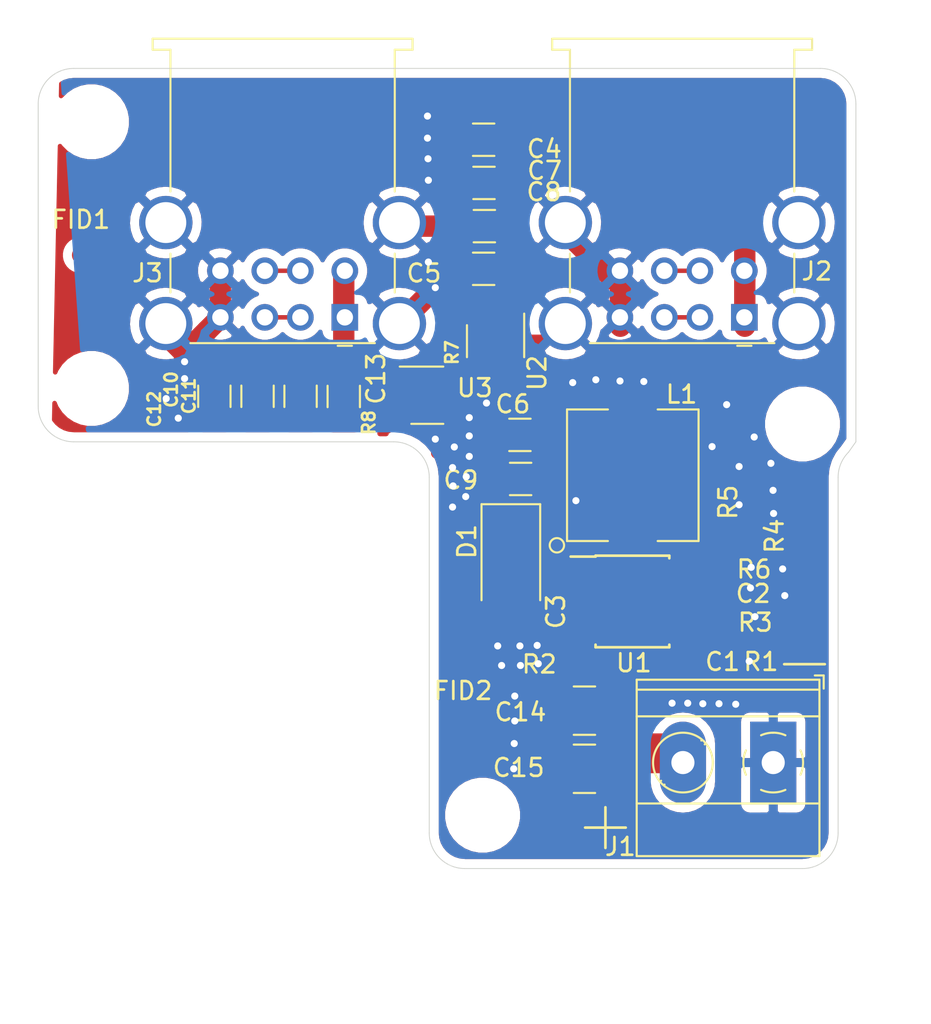
<source format=kicad_pcb>
(kicad_pcb (version 20171130) (host pcbnew 5.1.3-ffb9f22~84~ubuntu18.04.1)

  (general
    (thickness 1.6)
    (drawings 18)
    (tracks 216)
    (zones 0)
    (modules 37)
    (nets 20)
  )

  (page A4)
  (layers
    (0 F.Cu signal)
    (31 B.Cu signal)
    (32 B.Adhes user)
    (33 F.Adhes user)
    (34 B.Paste user)
    (35 F.Paste user)
    (36 B.SilkS user)
    (37 F.SilkS user)
    (38 B.Mask user)
    (39 F.Mask user)
    (40 Dwgs.User user)
    (41 Cmts.User user)
    (42 Eco1.User user)
    (43 Eco2.User user)
    (44 Edge.Cuts user)
    (45 Margin user)
    (46 B.CrtYd user)
    (47 F.CrtYd user)
    (48 B.Fab user)
    (49 F.Fab user)
  )

  (setup
    (last_trace_width 0.25)
    (user_trace_width 0.6)
    (user_trace_width 0.8)
    (user_trace_width 1.2)
    (trace_clearance 0.2)
    (zone_clearance 0.508)
    (zone_45_only no)
    (trace_min 0.2)
    (via_size 0.8)
    (via_drill 0.4)
    (via_min_size 0.4)
    (via_min_drill 0.3)
    (uvia_size 0.3)
    (uvia_drill 0.1)
    (uvias_allowed no)
    (uvia_min_size 0.2)
    (uvia_min_drill 0.1)
    (edge_width 0.05)
    (segment_width 0.2)
    (pcb_text_width 0.3)
    (pcb_text_size 1.5 1.5)
    (mod_edge_width 0.12)
    (mod_text_size 1 1)
    (mod_text_width 0.15)
    (pad_size 2.6 4.6)
    (pad_drill 1.3)
    (pad_to_mask_clearance 0.051)
    (solder_mask_min_width 0.25)
    (aux_axis_origin 0 0)
    (visible_elements FFFFFF7F)
    (pcbplotparams
      (layerselection 0x010fc_ffffffff)
      (usegerberextensions true)
      (usegerberattributes false)
      (usegerberadvancedattributes false)
      (creategerberjobfile false)
      (excludeedgelayer true)
      (linewidth 0.100000)
      (plotframeref false)
      (viasonmask false)
      (mode 1)
      (useauxorigin false)
      (hpglpennumber 1)
      (hpglpenspeed 20)
      (hpglpendiameter 15.000000)
      (psnegative false)
      (psa4output false)
      (plotreference true)
      (plotvalue true)
      (plotinvisibletext false)
      (padsonsilk false)
      (subtractmaskfromsilk false)
      (outputformat 1)
      (mirror false)
      (drillshape 0)
      (scaleselection 1)
      (outputdirectory "usbcharger-gerbers"))
  )

  (net 0 "")
  (net 1 "Net-(C1-Pad2)")
  (net 2 "Net-(C1-Pad1)")
  (net 3 GND)
  (net 4 "Net-(C2-Pad1)")
  (net 5 "Net-(C3-Pad2)")
  (net 6 "Net-(C3-Pad1)")
  (net 7 "Net-(C10-Pad1)")
  (net 8 "Net-(C14-Pad1)")
  (net 9 "Net-(J2-Pad2)")
  (net 10 "Net-(J2-Pad6)")
  (net 11 "Net-(J3-Pad2)")
  (net 12 "Net-(J3-Pad6)")
  (net 13 "Net-(R2-Pad1)")
  (net 14 "Net-(R3-Pad1)")
  (net 15 "Net-(R5-Pad1)")
  (net 16 "Net-(C4-Pad1)")
  (net 17 "Net-(C6-Pad1)")
  (net 18 "Net-(R7-Pad1)")
  (net 19 "Net-(R8-Pad1)")

  (net_class Default "This is the default net class."
    (clearance 0.2)
    (trace_width 0.25)
    (via_dia 0.8)
    (via_drill 0.4)
    (uvia_dia 0.3)
    (uvia_drill 0.1)
    (add_net GND)
    (add_net "Net-(C1-Pad1)")
    (add_net "Net-(C1-Pad2)")
    (add_net "Net-(C10-Pad1)")
    (add_net "Net-(C14-Pad1)")
    (add_net "Net-(C2-Pad1)")
    (add_net "Net-(C3-Pad1)")
    (add_net "Net-(C3-Pad2)")
    (add_net "Net-(C4-Pad1)")
    (add_net "Net-(C6-Pad1)")
    (add_net "Net-(J2-Pad2)")
    (add_net "Net-(J2-Pad6)")
    (add_net "Net-(J3-Pad2)")
    (add_net "Net-(J3-Pad6)")
    (add_net "Net-(R2-Pad1)")
    (add_net "Net-(R3-Pad1)")
    (add_net "Net-(R5-Pad1)")
    (add_net "Net-(R7-Pad1)")
    (add_net "Net-(R8-Pad1)")
  )

  (module Fiducial:Fiducial_1mm_Mask2mm (layer F.Cu) (tedit 5C18CB26) (tstamp 5D26159D)
    (at 130.9 101)
    (descr "Circular Fiducial, 1mm bare copper, 2mm soldermask opening (Level A)")
    (tags fiducial)
    (path /5D263EB3)
    (attr smd)
    (fp_text reference FID2 (at 0 -2) (layer F.SilkS)
      (effects (font (size 1 1) (thickness 0.15)))
    )
    (fp_text value Fiducial (at 0 2) (layer F.Fab)
      (effects (font (size 1 1) (thickness 0.15)))
    )
    (fp_circle (center 0 0) (end 1.25 0) (layer F.CrtYd) (width 0.05))
    (fp_text user %R (at 0 0) (layer F.Fab)
      (effects (font (size 0.4 0.4) (thickness 0.06)))
    )
    (fp_circle (center 0 0) (end 1 0) (layer F.Fab) (width 0.1))
    (pad "" smd circle (at 0 0) (size 1 1) (layers F.Cu F.Mask)
      (solder_mask_margin 0.5) (clearance 0.5))
  )

  (module Fiducial:Fiducial_1mm_Mask2mm (layer F.Cu) (tedit 5C18CB26) (tstamp 5D261595)
    (at 109.4 74.5)
    (descr "Circular Fiducial, 1mm bare copper, 2mm soldermask opening (Level A)")
    (tags fiducial)
    (path /5D263A25)
    (attr smd)
    (fp_text reference FID1 (at 0 -2) (layer F.SilkS)
      (effects (font (size 1 1) (thickness 0.15)))
    )
    (fp_text value Fiducial (at 0 2) (layer F.Fab)
      (effects (font (size 1 1) (thickness 0.15)))
    )
    (fp_circle (center 0 0) (end 1.25 0) (layer F.CrtYd) (width 0.05))
    (fp_text user %R (at 0 0) (layer F.Fab)
      (effects (font (size 0.4 0.4) (thickness 0.06)))
    )
    (fp_circle (center 0 0) (end 1 0) (layer F.Fab) (width 0.1))
    (pad "" smd circle (at 0 0) (size 1 1) (layers F.Cu F.Mask)
      (solder_mask_margin 0.5) (clearance 0.5))
  )

  (module Inductor_SMD:L_7.3x7.3_H3.5 (layer F.Cu) (tedit 5D260C25) (tstamp 5D1C6D55)
    (at 140.45 86.88 270)
    (descr "Choke, SMD, 7.3x7.3mm 3.5mm height")
    (tags "Choke SMD")
    (path /5D8DCBCF)
    (attr smd)
    (fp_text reference L1 (at -4.55 -2.74 180) (layer F.SilkS)
      (effects (font (size 1 1) (thickness 0.15)))
    )
    (fp_text value 22uH (at 0 4.45 270) (layer F.Fab)
      (effects (font (size 1 1) (thickness 0.15)))
    )
    (fp_arc (start 0 0) (end -2.29 -2.29) (angle 90) (layer F.Fab) (width 0.1))
    (fp_arc (start 0 0) (end 2.29 2.29) (angle 90) (layer F.Fab) (width 0.1))
    (fp_line (start -3.65 -3.65) (end 3.65 -3.65) (layer F.Fab) (width 0.1))
    (fp_line (start 3.65 3.65) (end -3.65 3.65) (layer F.Fab) (width 0.1))
    (fp_line (start -3.65 -3.65) (end -3.65 -1.4) (layer F.Fab) (width 0.1))
    (fp_line (start -3.65 3.65) (end -3.65 1.4) (layer F.Fab) (width 0.1))
    (fp_line (start 3.65 -3.65) (end 3.65 -1.4) (layer F.Fab) (width 0.1))
    (fp_line (start 3.65 3.65) (end 3.65 1.4) (layer F.Fab) (width 0.1))
    (fp_line (start 4.2 -3.9) (end -4.2 -3.9) (layer F.CrtYd) (width 0.05))
    (fp_line (start 4.2 3.9) (end 4.2 -3.9) (layer F.CrtYd) (width 0.05))
    (fp_line (start -4.2 3.9) (end 4.2 3.9) (layer F.CrtYd) (width 0.05))
    (fp_line (start -4.2 -3.9) (end -4.2 3.9) (layer F.CrtYd) (width 0.05))
    (fp_line (start 3.7 -3.7) (end 3.7 -1.4) (layer F.SilkS) (width 0.12))
    (fp_line (start -3.7 -3.7) (end 3.7 -3.7) (layer F.SilkS) (width 0.12))
    (fp_line (start -3.7 -1.4) (end -3.7 -3.7) (layer F.SilkS) (width 0.12))
    (fp_line (start -3.7 3.7) (end -3.7 1.4) (layer F.SilkS) (width 0.12))
    (fp_line (start 3.7 3.7) (end -3.7 3.7) (layer F.SilkS) (width 0.12))
    (fp_line (start 3.7 1.4) (end 3.7 3.7) (layer F.SilkS) (width 0.12))
    (fp_text user %R (at 0 0 270) (layer F.Fab)
      (effects (font (size 1 1) (thickness 0.15)))
    )
    (pad 2 smd rect (at 3.05 0 270) (size 2.35 3.5) (layers F.Cu F.Paste F.Mask)
      (net 5 "Net-(C3-Pad2)"))
    (pad 1 smd rect (at -3.05 0 270) (size 2.35 3.5) (layers F.Cu F.Paste F.Mask)
      (net 17 "Net-(C6-Pad1)"))
    (model ${KISYS3DMOD}/Inductor_SMD.3dshapes/L_7.3x7.3_H3.5.wrl
      (at (xyz 0 0 0))
      (scale (xyz 1 1 1))
      (rotate (xyz 0 0 0))
    )
  )

  (module MountingHole:MountingHole_3.2mm_M3_DIN965 (layer F.Cu) (tedit 56D1B4CB) (tstamp 5D1CECB5)
    (at 110 82)
    (descr "Mounting Hole 3.2mm, no annular, M3, DIN965")
    (tags "mounting hole 3.2mm no annular m3 din965")
    (path /5D95621B)
    (attr virtual)
    (fp_text reference H4 (at 0 -3.8) (layer F.SilkS) hide
      (effects (font (size 1 1) (thickness 0.15)))
    )
    (fp_text value MountingHole (at 0 3.8) (layer F.Fab)
      (effects (font (size 1 1) (thickness 0.15)))
    )
    (fp_circle (center 0 0) (end 3.05 0) (layer F.CrtYd) (width 0.05))
    (fp_circle (center 0 0) (end 2.8 0) (layer Cmts.User) (width 0.15))
    (fp_text user %R (at 0.3 0) (layer F.Fab)
      (effects (font (size 1 1) (thickness 0.15)))
    )
    (pad 1 np_thru_hole circle (at 0 0) (size 3.2 3.2) (drill 3.2) (layers *.Cu *.Mask))
  )

  (module MountingHole:MountingHole_3.2mm_M3_DIN965 (layer F.Cu) (tedit 56D1B4CB) (tstamp 5D1CECAD)
    (at 110 67)
    (descr "Mounting Hole 3.2mm, no annular, M3, DIN965")
    (tags "mounting hole 3.2mm no annular m3 din965")
    (path /5D955FE4)
    (attr virtual)
    (fp_text reference H3 (at 0 -3.8) (layer F.SilkS) hide
      (effects (font (size 1 1) (thickness 0.15)))
    )
    (fp_text value MountingHole (at 0 3.8) (layer F.Fab)
      (effects (font (size 1 1) (thickness 0.15)))
    )
    (fp_circle (center 0 0) (end 3.05 0) (layer F.CrtYd) (width 0.05))
    (fp_circle (center 0 0) (end 2.8 0) (layer Cmts.User) (width 0.15))
    (fp_text user %R (at 0.3 0) (layer F.Fab)
      (effects (font (size 1 1) (thickness 0.15)))
    )
    (pad 1 np_thru_hole circle (at 0 0) (size 3.2 3.2) (drill 3.2) (layers *.Cu *.Mask))
  )

  (module MountingHole:MountingHole_3.2mm_M3_DIN965 (layer F.Cu) (tedit 56D1B4CB) (tstamp 5D1CF5BB)
    (at 150 84)
    (descr "Mounting Hole 3.2mm, no annular, M3, DIN965")
    (tags "mounting hole 3.2mm no annular m3 din965")
    (path /5D956396)
    (attr virtual)
    (fp_text reference H2 (at 0 -4) (layer F.SilkS) hide
      (effects (font (size 1 1) (thickness 0.15)))
    )
    (fp_text value MountingHole (at 0 3.8) (layer F.Fab)
      (effects (font (size 1 1) (thickness 0.15)))
    )
    (fp_circle (center 0 0) (end 3.05 0) (layer F.CrtYd) (width 0.05))
    (fp_circle (center 0 0) (end 2.8 0) (layer Cmts.User) (width 0.15))
    (fp_text user %R (at 0.3 0) (layer F.Fab)
      (effects (font (size 1 1) (thickness 0.15)))
    )
    (pad 1 np_thru_hole circle (at 0 0) (size 3.2 3.2) (drill 3.2) (layers *.Cu *.Mask))
  )

  (module MountingHole:MountingHole_3.2mm_M3_DIN965 (layer F.Cu) (tedit 56D1B4CB) (tstamp 5D1CEC9D)
    (at 132 106)
    (descr "Mounting Hole 3.2mm, no annular, M3, DIN965")
    (tags "mounting hole 3.2mm no annular m3 din965")
    (path /5D95629D)
    (attr virtual)
    (fp_text reference H1 (at 0 -3.8) (layer F.SilkS) hide
      (effects (font (size 1 1) (thickness 0.15)))
    )
    (fp_text value MountingHole (at 0 3.8) (layer F.Fab)
      (effects (font (size 1 1) (thickness 0.15)))
    )
    (fp_circle (center 0 0) (end 3.05 0) (layer F.CrtYd) (width 0.05))
    (fp_circle (center 0 0) (end 2.8 0) (layer Cmts.User) (width 0.15))
    (fp_text user %R (at 0.3 0) (layer F.Fab)
      (effects (font (size 1 1) (thickness 0.15)))
    )
    (pad 1 np_thru_hole circle (at 0 0) (size 3.2 3.2) (drill 3.2) (layers *.Cu *.Mask))
  )

  (module Package_TO_SOT_SMD:SOT-23-5 (layer F.Cu) (tedit 5A02FF57) (tstamp 5D1C9EF9)
    (at 128.89 82.38)
    (descr "5-pin SOT23 package")
    (tags SOT-23-5)
    (path /5D910E23)
    (attr smd)
    (fp_text reference U3 (at 2.67 -0.41) (layer F.SilkS)
      (effects (font (size 1 1) (thickness 0.15)))
    )
    (fp_text value SY6280AAC (at 0 2.9) (layer F.Fab)
      (effects (font (size 1 1) (thickness 0.15)))
    )
    (fp_line (start 0.9 -1.55) (end 0.9 1.55) (layer F.Fab) (width 0.1))
    (fp_line (start 0.9 1.55) (end -0.9 1.55) (layer F.Fab) (width 0.1))
    (fp_line (start -0.9 -0.9) (end -0.9 1.55) (layer F.Fab) (width 0.1))
    (fp_line (start 0.9 -1.55) (end -0.25 -1.55) (layer F.Fab) (width 0.1))
    (fp_line (start -0.9 -0.9) (end -0.25 -1.55) (layer F.Fab) (width 0.1))
    (fp_line (start -1.9 1.8) (end -1.9 -1.8) (layer F.CrtYd) (width 0.05))
    (fp_line (start 1.9 1.8) (end -1.9 1.8) (layer F.CrtYd) (width 0.05))
    (fp_line (start 1.9 -1.8) (end 1.9 1.8) (layer F.CrtYd) (width 0.05))
    (fp_line (start -1.9 -1.8) (end 1.9 -1.8) (layer F.CrtYd) (width 0.05))
    (fp_line (start 0.9 -1.61) (end -1.55 -1.61) (layer F.SilkS) (width 0.12))
    (fp_line (start -0.9 1.61) (end 0.9 1.61) (layer F.SilkS) (width 0.12))
    (fp_text user %R (at 0 0 90) (layer F.Fab)
      (effects (font (size 0.5 0.5) (thickness 0.075)))
    )
    (pad 5 smd rect (at 1.1 -0.95) (size 1.06 0.65) (layers F.Cu F.Paste F.Mask)
      (net 17 "Net-(C6-Pad1)"))
    (pad 4 smd rect (at 1.1 0.95) (size 1.06 0.65) (layers F.Cu F.Paste F.Mask)
      (net 17 "Net-(C6-Pad1)"))
    (pad 3 smd rect (at -1.1 0.95) (size 1.06 0.65) (layers F.Cu F.Paste F.Mask)
      (net 19 "Net-(R8-Pad1)"))
    (pad 2 smd rect (at -1.1 0) (size 1.06 0.65) (layers F.Cu F.Paste F.Mask)
      (net 3 GND))
    (pad 1 smd rect (at -1.1 -0.95) (size 1.06 0.65) (layers F.Cu F.Paste F.Mask)
      (net 7 "Net-(C10-Pad1)"))
    (model ${KISYS3DMOD}/Package_TO_SOT_SMD.3dshapes/SOT-23-5.wrl
      (at (xyz 0 0 0))
      (scale (xyz 1 1 1))
      (rotate (xyz 0 0 0))
    )
  )

  (module Package_TO_SOT_SMD:SOT-23-5 (layer F.Cu) (tedit 5A02FF57) (tstamp 5D1CB6B0)
    (at 132.73 79.34 270)
    (descr "5-pin SOT23 package")
    (tags SOT-23-5)
    (path /5D911081)
    (attr smd)
    (fp_text reference U2 (at 1.79 -2.34 90) (layer F.SilkS)
      (effects (font (size 1 1) (thickness 0.15)))
    )
    (fp_text value SY6280AAC (at 0 2.9 90) (layer F.Fab)
      (effects (font (size 1 1) (thickness 0.15)))
    )
    (fp_line (start 0.9 -1.55) (end 0.9 1.55) (layer F.Fab) (width 0.1))
    (fp_line (start 0.9 1.55) (end -0.9 1.55) (layer F.Fab) (width 0.1))
    (fp_line (start -0.9 -0.9) (end -0.9 1.55) (layer F.Fab) (width 0.1))
    (fp_line (start 0.9 -1.55) (end -0.25 -1.55) (layer F.Fab) (width 0.1))
    (fp_line (start -0.9 -0.9) (end -0.25 -1.55) (layer F.Fab) (width 0.1))
    (fp_line (start -1.9 1.8) (end -1.9 -1.8) (layer F.CrtYd) (width 0.05))
    (fp_line (start 1.9 1.8) (end -1.9 1.8) (layer F.CrtYd) (width 0.05))
    (fp_line (start 1.9 -1.8) (end 1.9 1.8) (layer F.CrtYd) (width 0.05))
    (fp_line (start -1.9 -1.8) (end 1.9 -1.8) (layer F.CrtYd) (width 0.05))
    (fp_line (start 0.9 -1.61) (end -1.55 -1.61) (layer F.SilkS) (width 0.12))
    (fp_line (start -0.9 1.61) (end 0.9 1.61) (layer F.SilkS) (width 0.12))
    (fp_text user %R (at 0 0) (layer F.Fab)
      (effects (font (size 0.5 0.5) (thickness 0.075)))
    )
    (pad 5 smd rect (at 1.1 -0.95 270) (size 1.06 0.65) (layers F.Cu F.Paste F.Mask)
      (net 17 "Net-(C6-Pad1)"))
    (pad 4 smd rect (at 1.1 0.95 270) (size 1.06 0.65) (layers F.Cu F.Paste F.Mask)
      (net 17 "Net-(C6-Pad1)"))
    (pad 3 smd rect (at -1.1 0.95 270) (size 1.06 0.65) (layers F.Cu F.Paste F.Mask)
      (net 18 "Net-(R7-Pad1)"))
    (pad 2 smd rect (at -1.1 0 270) (size 1.06 0.65) (layers F.Cu F.Paste F.Mask)
      (net 3 GND))
    (pad 1 smd rect (at -1.1 -0.95 270) (size 1.06 0.65) (layers F.Cu F.Paste F.Mask)
      (net 16 "Net-(C4-Pad1)"))
    (model ${KISYS3DMOD}/Package_TO_SOT_SMD.3dshapes/SOT-23-5.wrl
      (at (xyz 0 0 0))
      (scale (xyz 1 1 1))
      (rotate (xyz 0 0 0))
    )
  )

  (module Resistor_SMD:R_0402_1005Metric (layer F.Cu) (tedit 5B301BBD) (tstamp 5D1C9E8F)
    (at 126.4 83.91 90)
    (descr "Resistor SMD 0402 (1005 Metric), square (rectangular) end terminal, IPC_7351 nominal, (Body size source: http://www.tortai-tech.com/upload/download/2011102023233369053.pdf), generated with kicad-footprint-generator")
    (tags resistor)
    (path /5D91A7E3)
    (attr smd)
    (fp_text reference R8 (at -0.01 -0.8 90) (layer F.SilkS)
      (effects (font (size 0.7 0.7) (thickness 0.15)))
    )
    (fp_text value 3.4k (at 0 1.17 90) (layer F.Fab)
      (effects (font (size 1 1) (thickness 0.15)))
    )
    (fp_text user %R (at 0 0 90) (layer F.Fab)
      (effects (font (size 0.25 0.25) (thickness 0.04)))
    )
    (fp_line (start 0.93 0.47) (end -0.93 0.47) (layer F.CrtYd) (width 0.05))
    (fp_line (start 0.93 -0.47) (end 0.93 0.47) (layer F.CrtYd) (width 0.05))
    (fp_line (start -0.93 -0.47) (end 0.93 -0.47) (layer F.CrtYd) (width 0.05))
    (fp_line (start -0.93 0.47) (end -0.93 -0.47) (layer F.CrtYd) (width 0.05))
    (fp_line (start 0.5 0.25) (end -0.5 0.25) (layer F.Fab) (width 0.1))
    (fp_line (start 0.5 -0.25) (end 0.5 0.25) (layer F.Fab) (width 0.1))
    (fp_line (start -0.5 -0.25) (end 0.5 -0.25) (layer F.Fab) (width 0.1))
    (fp_line (start -0.5 0.25) (end -0.5 -0.25) (layer F.Fab) (width 0.1))
    (pad 2 smd roundrect (at 0.485 0 90) (size 0.59 0.64) (layers F.Cu F.Paste F.Mask) (roundrect_rratio 0.25)
      (net 3 GND))
    (pad 1 smd roundrect (at -0.485 0 90) (size 0.59 0.64) (layers F.Cu F.Paste F.Mask) (roundrect_rratio 0.25)
      (net 19 "Net-(R8-Pad1)"))
    (model ${KISYS3DMOD}/Resistor_SMD.3dshapes/R_0402_1005Metric.wrl
      (at (xyz 0 0 0))
      (scale (xyz 1 1 1))
      (rotate (xyz 0 0 0))
    )
  )

  (module Resistor_SMD:R_0402_1005Metric (layer F.Cu) (tedit 5B301BBD) (tstamp 5D1C9E80)
    (at 130.27 78.355 270)
    (descr "Resistor SMD 0402 (1005 Metric), square (rectangular) end terminal, IPC_7351 nominal, (Body size source: http://www.tortai-tech.com/upload/download/2011102023233369053.pdf), generated with kicad-footprint-generator")
    (tags resistor)
    (path /5D91AA4B)
    (attr smd)
    (fp_text reference R7 (at 1.625 -0.01 90) (layer F.SilkS)
      (effects (font (size 0.7 0.7) (thickness 0.15)))
    )
    (fp_text value 3.4k (at 0 1.17 90) (layer F.Fab)
      (effects (font (size 1 1) (thickness 0.15)))
    )
    (fp_text user %R (at 0 0 90) (layer F.Fab)
      (effects (font (size 0.25 0.25) (thickness 0.04)))
    )
    (fp_line (start 0.93 0.47) (end -0.93 0.47) (layer F.CrtYd) (width 0.05))
    (fp_line (start 0.93 -0.47) (end 0.93 0.47) (layer F.CrtYd) (width 0.05))
    (fp_line (start -0.93 -0.47) (end 0.93 -0.47) (layer F.CrtYd) (width 0.05))
    (fp_line (start -0.93 0.47) (end -0.93 -0.47) (layer F.CrtYd) (width 0.05))
    (fp_line (start 0.5 0.25) (end -0.5 0.25) (layer F.Fab) (width 0.1))
    (fp_line (start 0.5 -0.25) (end 0.5 0.25) (layer F.Fab) (width 0.1))
    (fp_line (start -0.5 -0.25) (end 0.5 -0.25) (layer F.Fab) (width 0.1))
    (fp_line (start -0.5 0.25) (end -0.5 -0.25) (layer F.Fab) (width 0.1))
    (pad 2 smd roundrect (at 0.485 0 270) (size 0.59 0.64) (layers F.Cu F.Paste F.Mask) (roundrect_rratio 0.25)
      (net 3 GND))
    (pad 1 smd roundrect (at -0.485 0 270) (size 0.59 0.64) (layers F.Cu F.Paste F.Mask) (roundrect_rratio 0.25)
      (net 18 "Net-(R7-Pad1)"))
    (model ${KISYS3DMOD}/Resistor_SMD.3dshapes/R_0402_1005Metric.wrl
      (at (xyz 0 0 0))
      (scale (xyz 1 1 1))
      (rotate (xyz 0 0 0))
    )
  )

  (module Resistor_SMD:R_0402_1005Metric (layer F.Cu) (tedit 5B301BBD) (tstamp 5D1C87EB)
    (at 145.335 92.12 180)
    (descr "Resistor SMD 0402 (1005 Metric), square (rectangular) end terminal, IPC_7351 nominal, (Body size source: http://www.tortai-tech.com/upload/download/2011102023233369053.pdf), generated with kicad-footprint-generator")
    (tags resistor)
    (path /5D903AC2)
    (attr smd)
    (fp_text reference R6 (at -1.935 -0.05) (layer F.SilkS)
      (effects (font (size 1 1) (thickness 0.15)))
    )
    (fp_text value 10k (at 0 1.17) (layer F.Fab)
      (effects (font (size 1 1) (thickness 0.15)))
    )
    (fp_text user %R (at 0 0) (layer F.Fab)
      (effects (font (size 0.25 0.25) (thickness 0.04)))
    )
    (fp_line (start 0.93 0.47) (end -0.93 0.47) (layer F.CrtYd) (width 0.05))
    (fp_line (start 0.93 -0.47) (end 0.93 0.47) (layer F.CrtYd) (width 0.05))
    (fp_line (start -0.93 -0.47) (end 0.93 -0.47) (layer F.CrtYd) (width 0.05))
    (fp_line (start -0.93 0.47) (end -0.93 -0.47) (layer F.CrtYd) (width 0.05))
    (fp_line (start 0.5 0.25) (end -0.5 0.25) (layer F.Fab) (width 0.1))
    (fp_line (start 0.5 -0.25) (end 0.5 0.25) (layer F.Fab) (width 0.1))
    (fp_line (start -0.5 -0.25) (end 0.5 -0.25) (layer F.Fab) (width 0.1))
    (fp_line (start -0.5 0.25) (end -0.5 -0.25) (layer F.Fab) (width 0.1))
    (pad 2 smd roundrect (at 0.485 0 180) (size 0.59 0.64) (layers F.Cu F.Paste F.Mask) (roundrect_rratio 0.25)
      (net 15 "Net-(R5-Pad1)"))
    (pad 1 smd roundrect (at -0.485 0 180) (size 0.59 0.64) (layers F.Cu F.Paste F.Mask) (roundrect_rratio 0.25)
      (net 3 GND))
    (model ${KISYS3DMOD}/Resistor_SMD.3dshapes/R_0402_1005Metric.wrl
      (at (xyz 0 0 0))
      (scale (xyz 1 1 1))
      (rotate (xyz 0 0 0))
    )
  )

  (module Resistor_SMD:R_0402_1005Metric (layer F.Cu) (tedit 5B301BBD) (tstamp 5D1C87DC)
    (at 145.87 90.355 90)
    (descr "Resistor SMD 0402 (1005 Metric), square (rectangular) end terminal, IPC_7351 nominal, (Body size source: http://www.tortai-tech.com/upload/download/2011102023233369053.pdf), generated with kicad-footprint-generator")
    (tags resistor)
    (path /5D903357)
    (attr smd)
    (fp_text reference R5 (at 1.955 -0.06 90) (layer F.SilkS)
      (effects (font (size 1 1) (thickness 0.15)))
    )
    (fp_text value 46.6k (at 0 1.17 90) (layer F.Fab)
      (effects (font (size 1 1) (thickness 0.15)))
    )
    (fp_text user %R (at 0 0 90) (layer F.Fab)
      (effects (font (size 0.25 0.25) (thickness 0.04)))
    )
    (fp_line (start 0.93 0.47) (end -0.93 0.47) (layer F.CrtYd) (width 0.05))
    (fp_line (start 0.93 -0.47) (end 0.93 0.47) (layer F.CrtYd) (width 0.05))
    (fp_line (start -0.93 -0.47) (end 0.93 -0.47) (layer F.CrtYd) (width 0.05))
    (fp_line (start -0.93 0.47) (end -0.93 -0.47) (layer F.CrtYd) (width 0.05))
    (fp_line (start 0.5 0.25) (end -0.5 0.25) (layer F.Fab) (width 0.1))
    (fp_line (start 0.5 -0.25) (end 0.5 0.25) (layer F.Fab) (width 0.1))
    (fp_line (start -0.5 -0.25) (end 0.5 -0.25) (layer F.Fab) (width 0.1))
    (fp_line (start -0.5 0.25) (end -0.5 -0.25) (layer F.Fab) (width 0.1))
    (pad 2 smd roundrect (at 0.485 0 90) (size 0.59 0.64) (layers F.Cu F.Paste F.Mask) (roundrect_rratio 0.25)
      (net 8 "Net-(C14-Pad1)"))
    (pad 1 smd roundrect (at -0.485 0 90) (size 0.59 0.64) (layers F.Cu F.Paste F.Mask) (roundrect_rratio 0.25)
      (net 15 "Net-(R5-Pad1)"))
    (model ${KISYS3DMOD}/Resistor_SMD.3dshapes/R_0402_1005Metric.wrl
      (at (xyz 0 0 0))
      (scale (xyz 1 1 1))
      (rotate (xyz 0 0 0))
    )
  )

  (module Package_SO:Infineon_PG-DSO-8-43 (layer F.Cu) (tedit 5A02F2D3) (tstamp 5D1C71F9)
    (at 140.43 93.98)
    (descr Infineon_PG-DSO-8-43)
    (tags "DSO DSO-8 SOIC SOIC-8")
    (path /5D8DB103)
    (attr smd)
    (fp_text reference U1 (at 0.08 3.46) (layer F.SilkS)
      (effects (font (size 1 1) (thickness 0.15)))
    )
    (fp_text value AOZ1284PI (at 0 3.5) (layer F.Fab)
      (effects (font (size 1 1) (thickness 0.15)))
    )
    (fp_line (start -2.075 -2.525) (end -3.475 -2.525) (layer F.SilkS) (width 0.15))
    (fp_line (start -2.075 2.575) (end 2.075 2.575) (layer F.SilkS) (width 0.15))
    (fp_line (start -2.075 -2.575) (end 2.075 -2.575) (layer F.SilkS) (width 0.15))
    (fp_line (start -2.075 2.575) (end -2.075 2.43) (layer F.SilkS) (width 0.15))
    (fp_line (start 2.075 2.575) (end 2.075 2.43) (layer F.SilkS) (width 0.15))
    (fp_line (start 2.075 -2.575) (end 2.075 -2.43) (layer F.SilkS) (width 0.15))
    (fp_line (start -2.075 -2.575) (end -2.075 -2.525) (layer F.SilkS) (width 0.15))
    (fp_line (start -3.75 2.75) (end 3.75 2.75) (layer F.CrtYd) (width 0.05))
    (fp_line (start -3.75 -2.75) (end 3.75 -2.75) (layer F.CrtYd) (width 0.05))
    (fp_line (start 3.75 -2.75) (end 3.75 2.75) (layer F.CrtYd) (width 0.05))
    (fp_line (start -3.75 -2.75) (end -3.75 2.75) (layer F.CrtYd) (width 0.05))
    (fp_line (start -1.95 -1.45) (end -0.95 -2.45) (layer F.Fab) (width 0.15))
    (fp_line (start -1.95 2.45) (end -1.95 -1.45) (layer F.Fab) (width 0.15))
    (fp_line (start 1.95 2.45) (end -1.95 2.45) (layer F.Fab) (width 0.15))
    (fp_line (start 1.95 -2.45) (end 1.95 2.45) (layer F.Fab) (width 0.15))
    (fp_line (start -0.95 -2.45) (end 1.95 -2.45) (layer F.Fab) (width 0.15))
    (fp_text user %R (at 0 0) (layer F.Fab)
      (effects (font (size 0.9 0.9) (thickness 0.135)))
    )
    (pad 9 smd rect (at -0.6625 -0.75) (size 1.325 1.5) (layers F.Cu F.Paste F.Mask)
      (net 8 "Net-(C14-Pad1)") (solder_paste_margin_ratio -0.2))
    (pad 9 smd rect (at -0.6625 0.75) (size 1.325 1.5) (layers F.Cu F.Paste F.Mask)
      (net 8 "Net-(C14-Pad1)") (solder_paste_margin_ratio -0.2))
    (pad 9 smd rect (at 0.6625 -0.75) (size 1.325 1.5) (layers F.Cu F.Paste F.Mask)
      (net 8 "Net-(C14-Pad1)") (solder_paste_margin_ratio -0.2))
    (pad 9 smd rect (at 0.6625 0.75) (size 1.325 1.5) (layers F.Cu F.Paste F.Mask)
      (net 8 "Net-(C14-Pad1)") (solder_paste_margin_ratio -0.2))
    (pad 8 smd rect (at 2.845 -1.905) (size 1.31 0.65) (layers F.Cu F.Paste F.Mask)
      (net 15 "Net-(R5-Pad1)"))
    (pad 7 smd rect (at 2.845 -0.635) (size 1.31 0.65) (layers F.Cu F.Paste F.Mask)
      (net 4 "Net-(C2-Pad1)"))
    (pad 6 smd rect (at 2.845 0.635) (size 1.31 0.65) (layers F.Cu F.Paste F.Mask)
      (net 14 "Net-(R3-Pad1)"))
    (pad 5 smd rect (at 2.845 1.905) (size 1.31 0.65) (layers F.Cu F.Paste F.Mask)
      (net 2 "Net-(C1-Pad1)"))
    (pad 4 smd rect (at -2.845 1.905) (size 1.31 0.6) (layers F.Cu F.Paste F.Mask)
      (net 13 "Net-(R2-Pad1)"))
    (pad 3 smd rect (at -2.845 0.635) (size 1.31 0.65) (layers F.Cu F.Paste F.Mask)
      (net 3 GND))
    (pad 2 smd rect (at -2.845 -0.635) (size 1.31 0.65) (layers F.Cu F.Paste F.Mask)
      (net 6 "Net-(C3-Pad1)"))
    (pad 1 smd rect (at -2.845 -1.905) (size 1.31 0.65) (layers F.Cu F.Paste F.Mask)
      (net 5 "Net-(C3-Pad2)"))
    (model ${KISYS3DMOD}/Package_SO.3dshapes/Infineon_PG-DSO-8-43.wrl
      (at (xyz 0 0 0))
      (scale (xyz 1 1 1))
      (rotate (xyz 0 0 0))
    )
  )

  (module Resistor_SMD:R_0402_1005Metric (layer F.Cu) (tedit 5B301BBD) (tstamp 5D1C6D91)
    (at 147.25 90.3 270)
    (descr "Resistor SMD 0402 (1005 Metric), square (rectangular) end terminal, IPC_7351 nominal, (Body size source: http://www.tortai-tech.com/upload/download/2011102023233369053.pdf), generated with kicad-footprint-generator")
    (tags resistor)
    (path /5D8DE9C8)
    (attr smd)
    (fp_text reference R4 (at 0 -1.17 90) (layer F.SilkS)
      (effects (font (size 1 1) (thickness 0.15)))
    )
    (fp_text value 52.3k (at 0 1.17 90) (layer F.Fab)
      (effects (font (size 1 1) (thickness 0.15)))
    )
    (fp_text user %R (at 0 0 90) (layer F.Fab)
      (effects (font (size 0.25 0.25) (thickness 0.04)))
    )
    (fp_line (start 0.93 0.47) (end -0.93 0.47) (layer F.CrtYd) (width 0.05))
    (fp_line (start 0.93 -0.47) (end 0.93 0.47) (layer F.CrtYd) (width 0.05))
    (fp_line (start -0.93 -0.47) (end 0.93 -0.47) (layer F.CrtYd) (width 0.05))
    (fp_line (start -0.93 0.47) (end -0.93 -0.47) (layer F.CrtYd) (width 0.05))
    (fp_line (start 0.5 0.25) (end -0.5 0.25) (layer F.Fab) (width 0.1))
    (fp_line (start 0.5 -0.25) (end 0.5 0.25) (layer F.Fab) (width 0.1))
    (fp_line (start -0.5 -0.25) (end 0.5 -0.25) (layer F.Fab) (width 0.1))
    (fp_line (start -0.5 0.25) (end -0.5 -0.25) (layer F.Fab) (width 0.1))
    (pad 2 smd roundrect (at 0.485 0 270) (size 0.59 0.64) (layers F.Cu F.Paste F.Mask) (roundrect_rratio 0.25)
      (net 14 "Net-(R3-Pad1)"))
    (pad 1 smd roundrect (at -0.485 0 270) (size 0.59 0.64) (layers F.Cu F.Paste F.Mask) (roundrect_rratio 0.25)
      (net 17 "Net-(C6-Pad1)"))
    (model ${KISYS3DMOD}/Resistor_SMD.3dshapes/R_0402_1005Metric.wrl
      (at (xyz 0 0 0))
      (scale (xyz 1 1 1))
      (rotate (xyz 0 0 0))
    )
  )

  (module Resistor_SMD:R_0402_1005Metric (layer F.Cu) (tedit 5B301BBD) (tstamp 5D1C6D82)
    (at 145.495 95)
    (descr "Resistor SMD 0402 (1005 Metric), square (rectangular) end terminal, IPC_7351 nominal, (Body size source: http://www.tortai-tech.com/upload/download/2011102023233369053.pdf), generated with kicad-footprint-generator")
    (tags resistor)
    (path /5D8DEC50)
    (attr smd)
    (fp_text reference R3 (at 1.845 0.16) (layer F.SilkS)
      (effects (font (size 1 1) (thickness 0.15)))
    )
    (fp_text value 10k (at 0 1.17) (layer F.Fab)
      (effects (font (size 1 1) (thickness 0.15)))
    )
    (fp_text user %R (at 0 0) (layer F.Fab)
      (effects (font (size 0.25 0.25) (thickness 0.04)))
    )
    (fp_line (start 0.93 0.47) (end -0.93 0.47) (layer F.CrtYd) (width 0.05))
    (fp_line (start 0.93 -0.47) (end 0.93 0.47) (layer F.CrtYd) (width 0.05))
    (fp_line (start -0.93 -0.47) (end 0.93 -0.47) (layer F.CrtYd) (width 0.05))
    (fp_line (start -0.93 0.47) (end -0.93 -0.47) (layer F.CrtYd) (width 0.05))
    (fp_line (start 0.5 0.25) (end -0.5 0.25) (layer F.Fab) (width 0.1))
    (fp_line (start 0.5 -0.25) (end 0.5 0.25) (layer F.Fab) (width 0.1))
    (fp_line (start -0.5 -0.25) (end 0.5 -0.25) (layer F.Fab) (width 0.1))
    (fp_line (start -0.5 0.25) (end -0.5 -0.25) (layer F.Fab) (width 0.1))
    (pad 2 smd roundrect (at 0.485 0) (size 0.59 0.64) (layers F.Cu F.Paste F.Mask) (roundrect_rratio 0.25)
      (net 3 GND))
    (pad 1 smd roundrect (at -0.485 0) (size 0.59 0.64) (layers F.Cu F.Paste F.Mask) (roundrect_rratio 0.25)
      (net 14 "Net-(R3-Pad1)"))
    (model ${KISYS3DMOD}/Resistor_SMD.3dshapes/R_0402_1005Metric.wrl
      (at (xyz 0 0 0))
      (scale (xyz 1 1 1))
      (rotate (xyz 0 0 0))
    )
  )

  (module Resistor_SMD:R_0402_1005Metric (layer F.Cu) (tedit 5B301BBD) (tstamp 5D1C6D73)
    (at 137.355 97.37 180)
    (descr "Resistor SMD 0402 (1005 Metric), square (rectangular) end terminal, IPC_7351 nominal, (Body size source: http://www.tortai-tech.com/upload/download/2011102023233369053.pdf), generated with kicad-footprint-generator")
    (tags resistor)
    (path /5D8E4021)
    (attr smd)
    (fp_text reference R2 (at 2.165 -0.14) (layer F.SilkS)
      (effects (font (size 1 1) (thickness 0.15)))
    )
    (fp_text value 46.6k (at 0 1.17) (layer F.Fab)
      (effects (font (size 1 1) (thickness 0.15)))
    )
    (fp_text user %R (at 0 0) (layer F.Fab)
      (effects (font (size 0.25 0.25) (thickness 0.04)))
    )
    (fp_line (start 0.93 0.47) (end -0.93 0.47) (layer F.CrtYd) (width 0.05))
    (fp_line (start 0.93 -0.47) (end 0.93 0.47) (layer F.CrtYd) (width 0.05))
    (fp_line (start -0.93 -0.47) (end 0.93 -0.47) (layer F.CrtYd) (width 0.05))
    (fp_line (start -0.93 0.47) (end -0.93 -0.47) (layer F.CrtYd) (width 0.05))
    (fp_line (start 0.5 0.25) (end -0.5 0.25) (layer F.Fab) (width 0.1))
    (fp_line (start 0.5 -0.25) (end 0.5 0.25) (layer F.Fab) (width 0.1))
    (fp_line (start -0.5 -0.25) (end 0.5 -0.25) (layer F.Fab) (width 0.1))
    (fp_line (start -0.5 0.25) (end -0.5 -0.25) (layer F.Fab) (width 0.1))
    (pad 2 smd roundrect (at 0.485 0 180) (size 0.59 0.64) (layers F.Cu F.Paste F.Mask) (roundrect_rratio 0.25)
      (net 3 GND))
    (pad 1 smd roundrect (at -0.485 0 180) (size 0.59 0.64) (layers F.Cu F.Paste F.Mask) (roundrect_rratio 0.25)
      (net 13 "Net-(R2-Pad1)"))
    (model ${KISYS3DMOD}/Resistor_SMD.3dshapes/R_0402_1005Metric.wrl
      (at (xyz 0 0 0))
      (scale (xyz 1 1 1))
      (rotate (xyz 0 0 0))
    )
  )

  (module Resistor_SMD:R_0402_1005Metric (layer F.Cu) (tedit 5B301BBD) (tstamp 5D1C8BF3)
    (at 147.475 96.18)
    (descr "Resistor SMD 0402 (1005 Metric), square (rectangular) end terminal, IPC_7351 nominal, (Body size source: http://www.tortai-tech.com/upload/download/2011102023233369053.pdf), generated with kicad-footprint-generator")
    (tags resistor)
    (path /5D8E5758)
    (attr smd)
    (fp_text reference R1 (at 0.185 1.19) (layer F.SilkS)
      (effects (font (size 1 1) (thickness 0.15)))
    )
    (fp_text value 21.8k (at 0 1.17) (layer F.Fab)
      (effects (font (size 1 1) (thickness 0.15)))
    )
    (fp_text user %R (at 0 0) (layer F.Fab)
      (effects (font (size 0.25 0.25) (thickness 0.04)))
    )
    (fp_line (start 0.93 0.47) (end -0.93 0.47) (layer F.CrtYd) (width 0.05))
    (fp_line (start 0.93 -0.47) (end 0.93 0.47) (layer F.CrtYd) (width 0.05))
    (fp_line (start -0.93 -0.47) (end 0.93 -0.47) (layer F.CrtYd) (width 0.05))
    (fp_line (start -0.93 0.47) (end -0.93 -0.47) (layer F.CrtYd) (width 0.05))
    (fp_line (start 0.5 0.25) (end -0.5 0.25) (layer F.Fab) (width 0.1))
    (fp_line (start 0.5 -0.25) (end 0.5 0.25) (layer F.Fab) (width 0.1))
    (fp_line (start -0.5 -0.25) (end 0.5 -0.25) (layer F.Fab) (width 0.1))
    (fp_line (start -0.5 0.25) (end -0.5 -0.25) (layer F.Fab) (width 0.1))
    (pad 2 smd roundrect (at 0.485 0) (size 0.59 0.64) (layers F.Cu F.Paste F.Mask) (roundrect_rratio 0.25)
      (net 3 GND))
    (pad 1 smd roundrect (at -0.485 0) (size 0.59 0.64) (layers F.Cu F.Paste F.Mask) (roundrect_rratio 0.25)
      (net 1 "Net-(C1-Pad2)"))
    (model ${KISYS3DMOD}/Resistor_SMD.3dshapes/R_0402_1005Metric.wrl
      (at (xyz 0 0 0))
      (scale (xyz 1 1 1))
      (rotate (xyz 0 0 0))
    )
  )

  (module Connector_USB:USB_A_Wuerth_61400826021_Horizontal_Stacked (layer F.Cu) (tedit 5A8FF699) (tstamp 5D1CD53F)
    (at 124.25 78 180)
    (descr "Stacked USB A connector http://katalog.we-online.de/em/datasheet/61400826021.pdf")
    (tags "Wuerth stacked USB_A")
    (path /5D8D810A)
    (fp_text reference J3 (at 11.1 2.49) (layer F.SilkS)
      (effects (font (size 1 1) (thickness 0.15)))
    )
    (fp_text value USB_DUAL_A (at 3.5 17) (layer F.Fab)
      (effects (font (size 1 1) (thickness 0.15)))
    )
    (fp_line (start -3.82 1.74) (end -3.26 1.74) (layer F.CrtYd) (width 0.05))
    (fp_line (start -5.07 0.49) (end -3.82 1.74) (layer F.CrtYd) (width 0.05))
    (fp_line (start -5.07 -1.19) (end -5.07 0.49) (layer F.CrtYd) (width 0.05))
    (fp_line (start -3.91 -2.35) (end -5.07 -1.19) (layer F.CrtYd) (width 0.05))
    (fp_line (start -2.26 -2.35) (end -3.91 -2.35) (layer F.CrtYd) (width 0.05))
    (fp_line (start -2.26 -2.35) (end -1.8 -1.89) (layer F.CrtYd) (width 0.05))
    (fp_line (start 10.91 -2.35) (end 12.07 -1.19) (layer F.CrtYd) (width 0.05))
    (fp_line (start 12.07 0.49) (end 10.82 1.74) (layer F.CrtYd) (width 0.05))
    (fp_line (start -3.26 7.33) (end -3.91 7.33) (layer F.CrtYd) (width 0.05))
    (fp_line (start -5.07 6.17) (end -3.91 7.33) (layer F.CrtYd) (width 0.05))
    (fp_line (start -5.07 4.49) (end -5.07 6.17) (layer F.CrtYd) (width 0.05))
    (fp_line (start -3.91 3.33) (end -5.07 4.49) (layer F.CrtYd) (width 0.05))
    (fp_line (start -3.91 3.33) (end -3.26 3.33) (layer F.CrtYd) (width 0.05))
    (fp_line (start 10.91 3.33) (end 12.07 4.49) (layer F.CrtYd) (width 0.05))
    (fp_line (start 10.26 7.33) (end 10.91 7.33) (layer F.CrtYd) (width 0.05))
    (fp_line (start 12.07 -1.19) (end 12.07 0.49) (layer F.CrtYd) (width 0.05))
    (fp_line (start 10.26 1.74) (end 10.82 1.74) (layer F.CrtYd) (width 0.05))
    (fp_line (start 10.26 3.33) (end 10.91 3.33) (layer F.CrtYd) (width 0.05))
    (fp_line (start 12.07 4.49) (end 12.07 6.17) (layer F.CrtYd) (width 0.05))
    (fp_line (start -4.25 14.61) (end -4.25 16.11) (layer F.CrtYd) (width 0.05))
    (fp_line (start -3.26 14.61) (end -4.25 14.61) (layer F.CrtYd) (width 0.05))
    (fp_line (start -3.26 7.33) (end -3.26 14.61) (layer F.CrtYd) (width 0.05))
    (fp_line (start -3.26 1.74) (end -3.26 3.33) (layer F.CrtYd) (width 0.05))
    (fp_line (start 10.26 1.74) (end 10.26 3.33) (layer F.CrtYd) (width 0.05))
    (fp_line (start 8.8 -1.89) (end -1.8 -1.89) (layer F.CrtYd) (width 0.05))
    (fp_line (start 10.26 7.33) (end 10.26 14.61) (layer F.CrtYd) (width 0.05))
    (fp_line (start 9.81 3.58) (end 9.81 1.4) (layer F.SilkS) (width 0.12))
    (fp_line (start -2.81 3.58) (end -2.81 1.4) (layer F.SilkS) (width 0.12))
    (fp_line (start 9.75 -1.39) (end 9.75 15.11) (layer F.Fab) (width 0.1))
    (fp_line (start -4.25 16.11) (end 11.25 16.11) (layer F.CrtYd) (width 0.05))
    (fp_line (start 10.75 15.61) (end -3.75 15.61) (layer F.Fab) (width 0.1))
    (fp_line (start -2.75 -1.39) (end -2.75 15.11) (layer F.Fab) (width 0.1))
    (fp_line (start 9.75 -1.39) (end -2.75 -1.39) (layer F.Fab) (width 0.1))
    (fp_line (start -2.75 15.11) (end -3.75 15.11) (layer F.Fab) (width 0.1))
    (fp_line (start -3.75 15.11) (end -3.75 15.61) (layer F.Fab) (width 0.1))
    (fp_line (start 9.75 15.11) (end 10.75 15.11) (layer F.Fab) (width 0.1))
    (fp_line (start 10.75 15.11) (end 10.75 15.61) (layer F.Fab) (width 0.1))
    (fp_line (start 9.81 7.08) (end 9.81 15.05) (layer F.SilkS) (width 0.12))
    (fp_line (start 9.81 15.05) (end 10.81 15.05) (layer F.SilkS) (width 0.12))
    (fp_line (start 10.81 15.05) (end 10.81 15.67) (layer F.SilkS) (width 0.12))
    (fp_line (start 10.81 15.67) (end -3.81 15.67) (layer F.SilkS) (width 0.12))
    (fp_line (start -3.81 15.67) (end -3.81 15.05) (layer F.SilkS) (width 0.12))
    (fp_line (start -3.81 15.05) (end -2.81 15.05) (layer F.SilkS) (width 0.12))
    (fp_line (start -2.81 15.05) (end -2.81 7.08) (layer F.SilkS) (width 0.12))
    (fp_line (start -1.69 -1.45) (end 8.69 -1.45) (layer F.SilkS) (width 0.12))
    (fp_line (start 0 -1.1) (end 0.3 -1.38) (layer F.Fab) (width 0.12))
    (fp_line (start 0 -1.1) (end -0.3 -1.38) (layer F.Fab) (width 0.12))
    (fp_text user %R (at 3.5 7) (layer F.Fab)
      (effects (font (size 1 1) (thickness 0.15)))
    )
    (fp_line (start 0.4 -1.6) (end -0.4 -1.6) (layer F.SilkS) (width 0.12))
    (fp_line (start 10.26 14.61) (end 11.25 14.61) (layer F.CrtYd) (width 0.05))
    (fp_line (start 11.25 14.61) (end 11.25 16.11) (layer F.CrtYd) (width 0.05))
    (fp_line (start 10.91 -2.35) (end 9.26 -2.35) (layer F.CrtYd) (width 0.05))
    (fp_line (start 9.26 -2.35) (end 8.8 -1.89) (layer F.CrtYd) (width 0.05))
    (fp_line (start 12.07 6.17) (end 10.91 7.33) (layer F.CrtYd) (width 0.05))
    (pad 9 thru_hole circle (at 10.07 -0.35 180) (size 3 3) (drill 2.3) (layers *.Cu *.Mask)
      (net 3 GND))
    (pad 9 thru_hole circle (at -3.07 -0.35 180) (size 3 3) (drill 2.3) (layers *.Cu *.Mask)
      (net 3 GND))
    (pad 1 thru_hole rect (at 0 0 180) (size 1.5 1.5) (drill 0.92) (layers *.Cu *.Mask)
      (net 7 "Net-(C10-Pad1)"))
    (pad 2 thru_hole circle (at 2.5 0 180) (size 1.5 1.5) (drill 0.92) (layers *.Cu *.Mask)
      (net 11 "Net-(J3-Pad2)"))
    (pad 3 thru_hole circle (at 4.5 0 180) (size 1.5 1.5) (drill 0.92) (layers *.Cu *.Mask)
      (net 11 "Net-(J3-Pad2)"))
    (pad 4 thru_hole circle (at 7 0 180) (size 1.5 1.5) (drill 0.92) (layers *.Cu *.Mask)
      (net 3 GND))
    (pad 9 thru_hole circle (at -3.07 5.33 180) (size 3 3) (drill 2.3) (layers *.Cu *.Mask)
      (net 3 GND))
    (pad 9 thru_hole circle (at 10.07 5.33 180) (size 3 3) (drill 2.3) (layers *.Cu *.Mask)
      (net 3 GND))
    (pad 5 thru_hole circle (at 0 2.62 180) (size 1.5 1.5) (drill 0.92) (layers *.Cu *.Mask)
      (net 7 "Net-(C10-Pad1)"))
    (pad 6 thru_hole circle (at 2.5 2.62 180) (size 1.5 1.5) (drill 0.92) (layers *.Cu *.Mask)
      (net 12 "Net-(J3-Pad6)"))
    (pad 7 thru_hole circle (at 4.5 2.62 180) (size 1.5 1.5) (drill 0.92) (layers *.Cu *.Mask)
      (net 12 "Net-(J3-Pad6)"))
    (pad 8 thru_hole circle (at 7 2.62 180) (size 1.5 1.5) (drill 0.92) (layers *.Cu *.Mask)
      (net 3 GND))
    (model ${KISYS3DMOD}/Connector_USB.3dshapes/USB_A_Wuerth_61400826021_Horizontal_Stacked.wrl
      (at (xyz 0 0 0))
      (scale (xyz 1 1 1))
      (rotate (xyz 0 0 0))
    )
  )

  (module Connector_USB:USB_A_Wuerth_61400826021_Horizontal_Stacked (layer F.Cu) (tedit 5A8FF699) (tstamp 5D1CD699)
    (at 146.725 78 180)
    (descr "Stacked USB A connector http://katalog.we-online.de/em/datasheet/61400826021.pdf")
    (tags "Wuerth stacked USB_A")
    (path /5D8D6B10)
    (fp_text reference J2 (at -4.08 2.59) (layer F.SilkS)
      (effects (font (size 1 1) (thickness 0.15)))
    )
    (fp_text value USB_DUAL_A (at 3.5 17) (layer F.Fab)
      (effects (font (size 1 1) (thickness 0.15)))
    )
    (fp_line (start -3.82 1.74) (end -3.26 1.74) (layer F.CrtYd) (width 0.05))
    (fp_line (start -5.07 0.49) (end -3.82 1.74) (layer F.CrtYd) (width 0.05))
    (fp_line (start -5.07 -1.19) (end -5.07 0.49) (layer F.CrtYd) (width 0.05))
    (fp_line (start -3.91 -2.35) (end -5.07 -1.19) (layer F.CrtYd) (width 0.05))
    (fp_line (start -2.26 -2.35) (end -3.91 -2.35) (layer F.CrtYd) (width 0.05))
    (fp_line (start -2.26 -2.35) (end -1.8 -1.89) (layer F.CrtYd) (width 0.05))
    (fp_line (start 10.91 -2.35) (end 12.07 -1.19) (layer F.CrtYd) (width 0.05))
    (fp_line (start 12.07 0.49) (end 10.82 1.74) (layer F.CrtYd) (width 0.05))
    (fp_line (start -3.26 7.33) (end -3.91 7.33) (layer F.CrtYd) (width 0.05))
    (fp_line (start -5.07 6.17) (end -3.91 7.33) (layer F.CrtYd) (width 0.05))
    (fp_line (start -5.07 4.49) (end -5.07 6.17) (layer F.CrtYd) (width 0.05))
    (fp_line (start -3.91 3.33) (end -5.07 4.49) (layer F.CrtYd) (width 0.05))
    (fp_line (start -3.91 3.33) (end -3.26 3.33) (layer F.CrtYd) (width 0.05))
    (fp_line (start 10.91 3.33) (end 12.07 4.49) (layer F.CrtYd) (width 0.05))
    (fp_line (start 10.26 7.33) (end 10.91 7.33) (layer F.CrtYd) (width 0.05))
    (fp_line (start 12.07 -1.19) (end 12.07 0.49) (layer F.CrtYd) (width 0.05))
    (fp_line (start 10.26 1.74) (end 10.82 1.74) (layer F.CrtYd) (width 0.05))
    (fp_line (start 10.26 3.33) (end 10.91 3.33) (layer F.CrtYd) (width 0.05))
    (fp_line (start 12.07 4.49) (end 12.07 6.17) (layer F.CrtYd) (width 0.05))
    (fp_line (start -4.25 14.61) (end -4.25 16.11) (layer F.CrtYd) (width 0.05))
    (fp_line (start -3.26 14.61) (end -4.25 14.61) (layer F.CrtYd) (width 0.05))
    (fp_line (start -3.26 7.33) (end -3.26 14.61) (layer F.CrtYd) (width 0.05))
    (fp_line (start -3.26 1.74) (end -3.26 3.33) (layer F.CrtYd) (width 0.05))
    (fp_line (start 10.26 1.74) (end 10.26 3.33) (layer F.CrtYd) (width 0.05))
    (fp_line (start 8.8 -1.89) (end -1.8 -1.89) (layer F.CrtYd) (width 0.05))
    (fp_line (start 10.26 7.33) (end 10.26 14.61) (layer F.CrtYd) (width 0.05))
    (fp_line (start 9.81 3.58) (end 9.81 1.4) (layer F.SilkS) (width 0.12))
    (fp_line (start -2.81 3.58) (end -2.81 1.4) (layer F.SilkS) (width 0.12))
    (fp_line (start 9.75 -1.39) (end 9.75 15.11) (layer F.Fab) (width 0.1))
    (fp_line (start -4.25 16.11) (end 11.25 16.11) (layer F.CrtYd) (width 0.05))
    (fp_line (start 10.75 15.61) (end -3.75 15.61) (layer F.Fab) (width 0.1))
    (fp_line (start -2.75 -1.39) (end -2.75 15.11) (layer F.Fab) (width 0.1))
    (fp_line (start 9.75 -1.39) (end -2.75 -1.39) (layer F.Fab) (width 0.1))
    (fp_line (start -2.75 15.11) (end -3.75 15.11) (layer F.Fab) (width 0.1))
    (fp_line (start -3.75 15.11) (end -3.75 15.61) (layer F.Fab) (width 0.1))
    (fp_line (start 9.75 15.11) (end 10.75 15.11) (layer F.Fab) (width 0.1))
    (fp_line (start 10.75 15.11) (end 10.75 15.61) (layer F.Fab) (width 0.1))
    (fp_line (start 9.81 7.08) (end 9.81 15.05) (layer F.SilkS) (width 0.12))
    (fp_line (start 9.81 15.05) (end 10.81 15.05) (layer F.SilkS) (width 0.12))
    (fp_line (start 10.81 15.05) (end 10.81 15.67) (layer F.SilkS) (width 0.12))
    (fp_line (start 10.81 15.67) (end -3.81 15.67) (layer F.SilkS) (width 0.12))
    (fp_line (start -3.81 15.67) (end -3.81 15.05) (layer F.SilkS) (width 0.12))
    (fp_line (start -3.81 15.05) (end -2.81 15.05) (layer F.SilkS) (width 0.12))
    (fp_line (start -2.81 15.05) (end -2.81 7.08) (layer F.SilkS) (width 0.12))
    (fp_line (start -1.69 -1.45) (end 8.69 -1.45) (layer F.SilkS) (width 0.12))
    (fp_line (start 0 -1.1) (end 0.3 -1.38) (layer F.Fab) (width 0.12))
    (fp_line (start 0 -1.1) (end -0.3 -1.38) (layer F.Fab) (width 0.12))
    (fp_text user %R (at 3.5 7) (layer F.Fab)
      (effects (font (size 1 1) (thickness 0.15)))
    )
    (fp_line (start 0.4 -1.6) (end -0.4 -1.6) (layer F.SilkS) (width 0.12))
    (fp_line (start 10.26 14.61) (end 11.25 14.61) (layer F.CrtYd) (width 0.05))
    (fp_line (start 11.25 14.61) (end 11.25 16.11) (layer F.CrtYd) (width 0.05))
    (fp_line (start 10.91 -2.35) (end 9.26 -2.35) (layer F.CrtYd) (width 0.05))
    (fp_line (start 9.26 -2.35) (end 8.8 -1.89) (layer F.CrtYd) (width 0.05))
    (fp_line (start 12.07 6.17) (end 10.91 7.33) (layer F.CrtYd) (width 0.05))
    (pad 9 thru_hole circle (at 10.07 -0.35 180) (size 3 3) (drill 2.3) (layers *.Cu *.Mask)
      (net 3 GND))
    (pad 9 thru_hole circle (at -3.07 -0.35 180) (size 3 3) (drill 2.3) (layers *.Cu *.Mask)
      (net 3 GND))
    (pad 1 thru_hole rect (at 0 0 180) (size 1.5 1.5) (drill 0.92) (layers *.Cu *.Mask)
      (net 16 "Net-(C4-Pad1)"))
    (pad 2 thru_hole circle (at 2.5 0 180) (size 1.5 1.5) (drill 0.92) (layers *.Cu *.Mask)
      (net 9 "Net-(J2-Pad2)"))
    (pad 3 thru_hole circle (at 4.5 0 180) (size 1.5 1.5) (drill 0.92) (layers *.Cu *.Mask)
      (net 9 "Net-(J2-Pad2)"))
    (pad 4 thru_hole circle (at 7 0 180) (size 1.5 1.5) (drill 0.92) (layers *.Cu *.Mask)
      (net 3 GND))
    (pad 9 thru_hole circle (at -3.07 5.33 180) (size 3 3) (drill 2.3) (layers *.Cu *.Mask)
      (net 3 GND))
    (pad 9 thru_hole circle (at 10.07 5.33 180) (size 3 3) (drill 2.3) (layers *.Cu *.Mask)
      (net 3 GND))
    (pad 5 thru_hole circle (at 0 2.62 180) (size 1.5 1.5) (drill 0.92) (layers *.Cu *.Mask)
      (net 16 "Net-(C4-Pad1)"))
    (pad 6 thru_hole circle (at 2.5 2.62 180) (size 1.5 1.5) (drill 0.92) (layers *.Cu *.Mask)
      (net 10 "Net-(J2-Pad6)"))
    (pad 7 thru_hole circle (at 4.5 2.62 180) (size 1.5 1.5) (drill 0.92) (layers *.Cu *.Mask)
      (net 10 "Net-(J2-Pad6)"))
    (pad 8 thru_hole circle (at 7 2.62 180) (size 1.5 1.5) (drill 0.92) (layers *.Cu *.Mask)
      (net 3 GND))
    (model ${KISYS3DMOD}/Connector_USB.3dshapes/USB_A_Wuerth_61400826021_Horizontal_Stacked.wrl
      (at (xyz 0 0 0))
      (scale (xyz 1 1 1))
      (rotate (xyz 0 0 0))
    )
  )

  (module TerminalBlock_Phoenix:TerminalBlock_Phoenix_MKDS-1,5-2-5.08_1x02_P5.08mm_Horizontal (layer F.Cu) (tedit 5D1C74C0) (tstamp 5D1C6CBD)
    (at 148.35 103.04 180)
    (descr "Terminal Block Phoenix MKDS-1,5-2-5.08, 2 pins, pitch 5.08mm, size 10.2x9.8mm^2, drill diamater 1.3mm, pad diameter 2.6mm, see http://www.farnell.com/datasheets/100425.pdf, script-generated using https://github.com/pointhi/kicad-footprint-generator/scripts/TerminalBlock_Phoenix")
    (tags "THT Terminal Block Phoenix MKDS-1,5-2-5.08 pitch 5.08mm size 10.2x9.8mm^2 drill 1.3mm pad 2.6mm")
    (path /5D8CB956)
    (fp_text reference J1 (at 8.6 -4.73) (layer F.SilkS)
      (effects (font (size 1 1) (thickness 0.15)))
    )
    (fp_text value Screw_Terminal_01x02 (at 2.54 5.66) (layer F.Fab)
      (effects (font (size 1 1) (thickness 0.15)))
    )
    (fp_text user %R (at 2.54 3.2) (layer F.Fab)
      (effects (font (size 1 1) (thickness 0.15)))
    )
    (fp_line (start 8.13 -5.71) (end -3.04 -5.71) (layer F.CrtYd) (width 0.05))
    (fp_line (start 8.13 5.1) (end 8.13 -5.71) (layer F.CrtYd) (width 0.05))
    (fp_line (start -3.04 5.1) (end 8.13 5.1) (layer F.CrtYd) (width 0.05))
    (fp_line (start -3.04 -5.71) (end -3.04 5.1) (layer F.CrtYd) (width 0.05))
    (fp_line (start -2.84 4.9) (end -2.34 4.9) (layer F.SilkS) (width 0.12))
    (fp_line (start -2.84 4.16) (end -2.84 4.9) (layer F.SilkS) (width 0.12))
    (fp_line (start 3.853 1.023) (end 3.806 1.069) (layer F.SilkS) (width 0.12))
    (fp_line (start 6.15 -1.275) (end 6.115 -1.239) (layer F.SilkS) (width 0.12))
    (fp_line (start 4.046 1.239) (end 4.011 1.274) (layer F.SilkS) (width 0.12))
    (fp_line (start 6.355 -1.069) (end 6.308 -1.023) (layer F.SilkS) (width 0.12))
    (fp_line (start 6.035 -1.138) (end 3.943 0.955) (layer F.Fab) (width 0.1))
    (fp_line (start 6.218 -0.955) (end 4.126 1.138) (layer F.Fab) (width 0.1))
    (fp_line (start 0.955 -1.138) (end -1.138 0.955) (layer F.Fab) (width 0.1))
    (fp_line (start 1.138 -0.955) (end -0.955 1.138) (layer F.Fab) (width 0.1))
    (fp_line (start 7.68 -5.261) (end 7.68 4.66) (layer F.SilkS) (width 0.12))
    (fp_line (start -2.6 -5.261) (end -2.6 4.66) (layer F.SilkS) (width 0.12))
    (fp_line (start -2.6 4.66) (end 7.68 4.66) (layer F.SilkS) (width 0.12))
    (fp_line (start -2.6 -5.261) (end 7.68 -5.261) (layer F.SilkS) (width 0.12))
    (fp_line (start -2.6 -2.301) (end 7.68 -2.301) (layer F.SilkS) (width 0.12))
    (fp_line (start -2.54 -2.3) (end 7.62 -2.3) (layer F.Fab) (width 0.1))
    (fp_line (start -2.6 2.6) (end 7.68 2.6) (layer F.SilkS) (width 0.12))
    (fp_line (start -2.54 2.6) (end 7.62 2.6) (layer F.Fab) (width 0.1))
    (fp_line (start -2.6 4.1) (end 7.68 4.1) (layer F.SilkS) (width 0.12))
    (fp_line (start -2.54 4.1) (end 7.62 4.1) (layer F.Fab) (width 0.1))
    (fp_line (start -2.54 4.1) (end -2.54 -5.2) (layer F.Fab) (width 0.1))
    (fp_line (start -2.04 4.6) (end -2.54 4.1) (layer F.Fab) (width 0.1))
    (fp_line (start 7.62 4.6) (end -2.04 4.6) (layer F.Fab) (width 0.1))
    (fp_line (start 7.62 -5.2) (end 7.62 4.6) (layer F.Fab) (width 0.1))
    (fp_line (start -2.54 -5.2) (end 7.62 -5.2) (layer F.Fab) (width 0.1))
    (fp_circle (center 5.08 0) (end 6.76 0) (layer F.SilkS) (width 0.12))
    (fp_circle (center 5.08 0) (end 6.58 0) (layer F.Fab) (width 0.1))
    (fp_circle (center 0 0) (end 1.5 0) (layer F.Fab) (width 0.1))
    (fp_arc (start 0 0) (end -0.684 1.535) (angle -25) (layer F.SilkS) (width 0.12))
    (fp_arc (start 0 0) (end -1.535 -0.684) (angle -48) (layer F.SilkS) (width 0.12))
    (fp_arc (start 0 0) (end 0.684 -1.535) (angle -48) (layer F.SilkS) (width 0.12))
    (fp_arc (start 0 0) (end 1.535 0.684) (angle -48) (layer F.SilkS) (width 0.12))
    (fp_arc (start 0 0) (end 0 1.68) (angle -24) (layer F.SilkS) (width 0.12))
    (pad 2 thru_hole oval (at 5.08 0 180) (size 2.6 4.6) (drill 1.3) (layers *.Cu *.Mask)
      (net 8 "Net-(C14-Pad1)"))
    (pad 1 thru_hole rect (at 0 0 180) (size 2.6 4.6) (drill 1.3) (layers *.Cu *.Mask)
      (net 3 GND))
    (model ${KISYS3DMOD}/TerminalBlock_Phoenix.3dshapes/TerminalBlock_Phoenix_MKDS-1,5-2-5.08_1x02_P5.08mm_Horizontal.wrl
      (at (xyz 0 0 0))
      (scale (xyz 1 1 1))
      (rotate (xyz 0 0 0))
    )
  )

  (module Diode_SMD:D_SMA (layer F.Cu) (tedit 586432E5) (tstamp 5D1CD7E0)
    (at 133.59 91.91 270)
    (descr "Diode SMA (DO-214AC)")
    (tags "Diode SMA (DO-214AC)")
    (path /5D8DDEA6)
    (attr smd)
    (fp_text reference D1 (at -1.3 2.47 90) (layer F.SilkS)
      (effects (font (size 1 1) (thickness 0.15)))
    )
    (fp_text value D (at 0 2.6 90) (layer F.Fab)
      (effects (font (size 1 1) (thickness 0.15)))
    )
    (fp_line (start -3.4 -1.65) (end 2 -1.65) (layer F.SilkS) (width 0.12))
    (fp_line (start -3.4 1.65) (end 2 1.65) (layer F.SilkS) (width 0.12))
    (fp_line (start -0.64944 0.00102) (end 0.50118 -0.79908) (layer F.Fab) (width 0.1))
    (fp_line (start -0.64944 0.00102) (end 0.50118 0.75032) (layer F.Fab) (width 0.1))
    (fp_line (start 0.50118 0.75032) (end 0.50118 -0.79908) (layer F.Fab) (width 0.1))
    (fp_line (start -0.64944 -0.79908) (end -0.64944 0.80112) (layer F.Fab) (width 0.1))
    (fp_line (start 0.50118 0.00102) (end 1.4994 0.00102) (layer F.Fab) (width 0.1))
    (fp_line (start -0.64944 0.00102) (end -1.55114 0.00102) (layer F.Fab) (width 0.1))
    (fp_line (start -3.5 1.75) (end -3.5 -1.75) (layer F.CrtYd) (width 0.05))
    (fp_line (start 3.5 1.75) (end -3.5 1.75) (layer F.CrtYd) (width 0.05))
    (fp_line (start 3.5 -1.75) (end 3.5 1.75) (layer F.CrtYd) (width 0.05))
    (fp_line (start -3.5 -1.75) (end 3.5 -1.75) (layer F.CrtYd) (width 0.05))
    (fp_line (start 2.3 -1.5) (end -2.3 -1.5) (layer F.Fab) (width 0.1))
    (fp_line (start 2.3 -1.5) (end 2.3 1.5) (layer F.Fab) (width 0.1))
    (fp_line (start -2.3 1.5) (end -2.3 -1.5) (layer F.Fab) (width 0.1))
    (fp_line (start 2.3 1.5) (end -2.3 1.5) (layer F.Fab) (width 0.1))
    (fp_line (start -3.4 -1.65) (end -3.4 1.65) (layer F.SilkS) (width 0.12))
    (fp_text user %R (at 0 -2.5 90) (layer F.Fab)
      (effects (font (size 1 1) (thickness 0.15)))
    )
    (pad 2 smd rect (at 2 0 270) (size 2.5 1.8) (layers F.Cu F.Paste F.Mask)
      (net 3 GND))
    (pad 1 smd rect (at -2 0 270) (size 2.5 1.8) (layers F.Cu F.Paste F.Mask)
      (net 5 "Net-(C3-Pad2)"))
    (model ${KISYS3DMOD}/Diode_SMD.3dshapes/D_SMA.wrl
      (at (xyz 0 0 0))
      (scale (xyz 1 1 1))
      (rotate (xyz 0 0 0))
    )
  )

  (module Capacitor_SMD:C_1210_3225Metric (layer F.Cu) (tedit 5B301BBE) (tstamp 5D1C7C90)
    (at 137.73 103.39 180)
    (descr "Capacitor SMD 1210 (3225 Metric), square (rectangular) end terminal, IPC_7351 nominal, (Body size source: http://www.tortai-tech.com/upload/download/2011102023233369053.pdf), generated with kicad-footprint-generator")
    (tags capacitor)
    (path /5D8F37F0)
    (attr smd)
    (fp_text reference C15 (at 3.7 0.06) (layer F.SilkS)
      (effects (font (size 1 1) (thickness 0.15)))
    )
    (fp_text value 10u (at 0 2.28) (layer F.Fab)
      (effects (font (size 1 1) (thickness 0.15)))
    )
    (fp_text user %R (at 0 0) (layer F.Fab)
      (effects (font (size 0.8 0.8) (thickness 0.12)))
    )
    (fp_line (start 2.28 1.58) (end -2.28 1.58) (layer F.CrtYd) (width 0.05))
    (fp_line (start 2.28 -1.58) (end 2.28 1.58) (layer F.CrtYd) (width 0.05))
    (fp_line (start -2.28 -1.58) (end 2.28 -1.58) (layer F.CrtYd) (width 0.05))
    (fp_line (start -2.28 1.58) (end -2.28 -1.58) (layer F.CrtYd) (width 0.05))
    (fp_line (start -0.602064 1.36) (end 0.602064 1.36) (layer F.SilkS) (width 0.12))
    (fp_line (start -0.602064 -1.36) (end 0.602064 -1.36) (layer F.SilkS) (width 0.12))
    (fp_line (start 1.6 1.25) (end -1.6 1.25) (layer F.Fab) (width 0.1))
    (fp_line (start 1.6 -1.25) (end 1.6 1.25) (layer F.Fab) (width 0.1))
    (fp_line (start -1.6 -1.25) (end 1.6 -1.25) (layer F.Fab) (width 0.1))
    (fp_line (start -1.6 1.25) (end -1.6 -1.25) (layer F.Fab) (width 0.1))
    (pad 2 smd roundrect (at 1.4 0 180) (size 1.25 2.65) (layers F.Cu F.Paste F.Mask) (roundrect_rratio 0.2)
      (net 3 GND))
    (pad 1 smd roundrect (at -1.4 0 180) (size 1.25 2.65) (layers F.Cu F.Paste F.Mask) (roundrect_rratio 0.2)
      (net 8 "Net-(C14-Pad1)"))
    (model ${KISYS3DMOD}/Capacitor_SMD.3dshapes/C_1210_3225Metric.wrl
      (at (xyz 0 0 0))
      (scale (xyz 1 1 1))
      (rotate (xyz 0 0 0))
    )
  )

  (module Capacitor_SMD:C_1210_3225Metric (layer F.Cu) (tedit 5B301BBE) (tstamp 5D1C6C68)
    (at 137.73 100.12 180)
    (descr "Capacitor SMD 1210 (3225 Metric), square (rectangular) end terminal, IPC_7351 nominal, (Body size source: http://www.tortai-tech.com/upload/download/2011102023233369053.pdf), generated with kicad-footprint-generator")
    (tags capacitor)
    (path /5D8F364A)
    (attr smd)
    (fp_text reference C14 (at 3.6 -0.08) (layer F.SilkS)
      (effects (font (size 1 1) (thickness 0.15)))
    )
    (fp_text value 10u (at 0 2.28) (layer F.Fab)
      (effects (font (size 1 1) (thickness 0.15)))
    )
    (fp_text user %R (at 0 0) (layer F.Fab)
      (effects (font (size 0.8 0.8) (thickness 0.12)))
    )
    (fp_line (start 2.28 1.58) (end -2.28 1.58) (layer F.CrtYd) (width 0.05))
    (fp_line (start 2.28 -1.58) (end 2.28 1.58) (layer F.CrtYd) (width 0.05))
    (fp_line (start -2.28 -1.58) (end 2.28 -1.58) (layer F.CrtYd) (width 0.05))
    (fp_line (start -2.28 1.58) (end -2.28 -1.58) (layer F.CrtYd) (width 0.05))
    (fp_line (start -0.602064 1.36) (end 0.602064 1.36) (layer F.SilkS) (width 0.12))
    (fp_line (start -0.602064 -1.36) (end 0.602064 -1.36) (layer F.SilkS) (width 0.12))
    (fp_line (start 1.6 1.25) (end -1.6 1.25) (layer F.Fab) (width 0.1))
    (fp_line (start 1.6 -1.25) (end 1.6 1.25) (layer F.Fab) (width 0.1))
    (fp_line (start -1.6 -1.25) (end 1.6 -1.25) (layer F.Fab) (width 0.1))
    (fp_line (start -1.6 1.25) (end -1.6 -1.25) (layer F.Fab) (width 0.1))
    (pad 2 smd roundrect (at 1.4 0 180) (size 1.25 2.65) (layers F.Cu F.Paste F.Mask) (roundrect_rratio 0.2)
      (net 3 GND))
    (pad 1 smd roundrect (at -1.4 0 180) (size 1.25 2.65) (layers F.Cu F.Paste F.Mask) (roundrect_rratio 0.2)
      (net 8 "Net-(C14-Pad1)"))
    (model ${KISYS3DMOD}/Capacitor_SMD.3dshapes/C_1210_3225Metric.wrl
      (at (xyz 0 0 0))
      (scale (xyz 1 1 1))
      (rotate (xyz 0 0 0))
    )
  )

  (module Capacitor_SMD:C_1206_3216Metric (layer F.Cu) (tedit 5B301BBE) (tstamp 5D1C6C57)
    (at 124.19 82.45 270)
    (descr "Capacitor SMD 1206 (3216 Metric), square (rectangular) end terminal, IPC_7351 nominal, (Body size source: http://www.tortai-tech.com/upload/download/2011102023233369053.pdf), generated with kicad-footprint-generator")
    (tags capacitor)
    (path /5D8EB144)
    (attr smd)
    (fp_text reference C13 (at -1 -1.81 90) (layer F.SilkS)
      (effects (font (size 1 1) (thickness 0.15)))
    )
    (fp_text value 47u (at 0 1.82 90) (layer F.Fab)
      (effects (font (size 1 1) (thickness 0.15)))
    )
    (fp_text user %R (at 0 0 90) (layer F.Fab)
      (effects (font (size 0.8 0.8) (thickness 0.12)))
    )
    (fp_line (start 2.28 1.12) (end -2.28 1.12) (layer F.CrtYd) (width 0.05))
    (fp_line (start 2.28 -1.12) (end 2.28 1.12) (layer F.CrtYd) (width 0.05))
    (fp_line (start -2.28 -1.12) (end 2.28 -1.12) (layer F.CrtYd) (width 0.05))
    (fp_line (start -2.28 1.12) (end -2.28 -1.12) (layer F.CrtYd) (width 0.05))
    (fp_line (start -0.602064 0.91) (end 0.602064 0.91) (layer F.SilkS) (width 0.12))
    (fp_line (start -0.602064 -0.91) (end 0.602064 -0.91) (layer F.SilkS) (width 0.12))
    (fp_line (start 1.6 0.8) (end -1.6 0.8) (layer F.Fab) (width 0.1))
    (fp_line (start 1.6 -0.8) (end 1.6 0.8) (layer F.Fab) (width 0.1))
    (fp_line (start -1.6 -0.8) (end 1.6 -0.8) (layer F.Fab) (width 0.1))
    (fp_line (start -1.6 0.8) (end -1.6 -0.8) (layer F.Fab) (width 0.1))
    (pad 2 smd roundrect (at 1.4 0 270) (size 1.25 1.75) (layers F.Cu F.Paste F.Mask) (roundrect_rratio 0.2)
      (net 3 GND))
    (pad 1 smd roundrect (at -1.4 0 270) (size 1.25 1.75) (layers F.Cu F.Paste F.Mask) (roundrect_rratio 0.2)
      (net 7 "Net-(C10-Pad1)"))
    (model ${KISYS3DMOD}/Capacitor_SMD.3dshapes/C_1206_3216Metric.wrl
      (at (xyz 0 0 0))
      (scale (xyz 1 1 1))
      (rotate (xyz 0 0 0))
    )
  )

  (module Capacitor_SMD:C_1206_3216Metric (layer F.Cu) (tedit 5B301BBE) (tstamp 5D1C6C46)
    (at 116.91 82.44 270)
    (descr "Capacitor SMD 1206 (3216 Metric), square (rectangular) end terminal, IPC_7351 nominal, (Body size source: http://www.tortai-tech.com/upload/download/2011102023233369053.pdf), generated with kicad-footprint-generator")
    (tags capacitor)
    (path /5D8EAFE0)
    (attr smd)
    (fp_text reference C12 (at 0.72 3.38 90) (layer F.SilkS)
      (effects (font (size 0.7 0.7) (thickness 0.15)))
    )
    (fp_text value 47u (at 0 1.82 90) (layer F.Fab)
      (effects (font (size 1 1) (thickness 0.15)))
    )
    (fp_text user %R (at 0 0 90) (layer F.Fab)
      (effects (font (size 0.8 0.8) (thickness 0.12)))
    )
    (fp_line (start 2.28 1.12) (end -2.28 1.12) (layer F.CrtYd) (width 0.05))
    (fp_line (start 2.28 -1.12) (end 2.28 1.12) (layer F.CrtYd) (width 0.05))
    (fp_line (start -2.28 -1.12) (end 2.28 -1.12) (layer F.CrtYd) (width 0.05))
    (fp_line (start -2.28 1.12) (end -2.28 -1.12) (layer F.CrtYd) (width 0.05))
    (fp_line (start -0.602064 0.91) (end 0.602064 0.91) (layer F.SilkS) (width 0.12))
    (fp_line (start -0.602064 -0.91) (end 0.602064 -0.91) (layer F.SilkS) (width 0.12))
    (fp_line (start 1.6 0.8) (end -1.6 0.8) (layer F.Fab) (width 0.1))
    (fp_line (start 1.6 -0.8) (end 1.6 0.8) (layer F.Fab) (width 0.1))
    (fp_line (start -1.6 -0.8) (end 1.6 -0.8) (layer F.Fab) (width 0.1))
    (fp_line (start -1.6 0.8) (end -1.6 -0.8) (layer F.Fab) (width 0.1))
    (pad 2 smd roundrect (at 1.4 0 270) (size 1.25 1.75) (layers F.Cu F.Paste F.Mask) (roundrect_rratio 0.2)
      (net 3 GND))
    (pad 1 smd roundrect (at -1.4 0 270) (size 1.25 1.75) (layers F.Cu F.Paste F.Mask) (roundrect_rratio 0.2)
      (net 7 "Net-(C10-Pad1)"))
    (model ${KISYS3DMOD}/Capacitor_SMD.3dshapes/C_1206_3216Metric.wrl
      (at (xyz 0 0 0))
      (scale (xyz 1 1 1))
      (rotate (xyz 0 0 0))
    )
  )

  (module Capacitor_SMD:C_1206_3216Metric (layer F.Cu) (tedit 5B301BBE) (tstamp 5D1C7DF9)
    (at 121.76 82.44 270)
    (descr "Capacitor SMD 1206 (3216 Metric), square (rectangular) end terminal, IPC_7351 nominal, (Body size source: http://www.tortai-tech.com/upload/download/2011102023233369053.pdf), generated with kicad-footprint-generator")
    (tags capacitor)
    (path /5D8EADED)
    (attr smd)
    (fp_text reference C11 (at -0.02 6.28 90) (layer F.SilkS)
      (effects (font (size 0.7 0.7) (thickness 0.15)))
    )
    (fp_text value 47u (at 0 1.82 90) (layer F.Fab)
      (effects (font (size 1 1) (thickness 0.15)))
    )
    (fp_text user %R (at 0 0 90) (layer F.Fab)
      (effects (font (size 0.8 0.8) (thickness 0.12)))
    )
    (fp_line (start 2.28 1.12) (end -2.28 1.12) (layer F.CrtYd) (width 0.05))
    (fp_line (start 2.28 -1.12) (end 2.28 1.12) (layer F.CrtYd) (width 0.05))
    (fp_line (start -2.28 -1.12) (end 2.28 -1.12) (layer F.CrtYd) (width 0.05))
    (fp_line (start -2.28 1.12) (end -2.28 -1.12) (layer F.CrtYd) (width 0.05))
    (fp_line (start -0.602064 0.91) (end 0.602064 0.91) (layer F.SilkS) (width 0.12))
    (fp_line (start -0.602064 -0.91) (end 0.602064 -0.91) (layer F.SilkS) (width 0.12))
    (fp_line (start 1.6 0.8) (end -1.6 0.8) (layer F.Fab) (width 0.1))
    (fp_line (start 1.6 -0.8) (end 1.6 0.8) (layer F.Fab) (width 0.1))
    (fp_line (start -1.6 -0.8) (end 1.6 -0.8) (layer F.Fab) (width 0.1))
    (fp_line (start -1.6 0.8) (end -1.6 -0.8) (layer F.Fab) (width 0.1))
    (pad 2 smd roundrect (at 1.4 0 270) (size 1.25 1.75) (layers F.Cu F.Paste F.Mask) (roundrect_rratio 0.2)
      (net 3 GND))
    (pad 1 smd roundrect (at -1.4 0 270) (size 1.25 1.75) (layers F.Cu F.Paste F.Mask) (roundrect_rratio 0.2)
      (net 7 "Net-(C10-Pad1)"))
    (model ${KISYS3DMOD}/Capacitor_SMD.3dshapes/C_1206_3216Metric.wrl
      (at (xyz 0 0 0))
      (scale (xyz 1 1 1))
      (rotate (xyz 0 0 0))
    )
  )

  (module Capacitor_SMD:C_1206_3216Metric (layer F.Cu) (tedit 5B301BBE) (tstamp 5D1C6C24)
    (at 119.34 82.44 270)
    (descr "Capacitor SMD 1206 (3216 Metric), square (rectangular) end terminal, IPC_7351 nominal, (Body size source: http://www.tortai-tech.com/upload/download/2011102023233369053.pdf), generated with kicad-footprint-generator")
    (tags capacitor)
    (path /5D8EAAD3)
    (attr smd)
    (fp_text reference C10 (at -0.38 4.86 90) (layer F.SilkS)
      (effects (font (size 0.7 0.7) (thickness 0.15)))
    )
    (fp_text value 47u (at 0 1.82 90) (layer F.Fab)
      (effects (font (size 1 1) (thickness 0.15)))
    )
    (fp_text user %R (at 0 0 90) (layer F.Fab)
      (effects (font (size 0.8 0.8) (thickness 0.12)))
    )
    (fp_line (start 2.28 1.12) (end -2.28 1.12) (layer F.CrtYd) (width 0.05))
    (fp_line (start 2.28 -1.12) (end 2.28 1.12) (layer F.CrtYd) (width 0.05))
    (fp_line (start -2.28 -1.12) (end 2.28 -1.12) (layer F.CrtYd) (width 0.05))
    (fp_line (start -2.28 1.12) (end -2.28 -1.12) (layer F.CrtYd) (width 0.05))
    (fp_line (start -0.602064 0.91) (end 0.602064 0.91) (layer F.SilkS) (width 0.12))
    (fp_line (start -0.602064 -0.91) (end 0.602064 -0.91) (layer F.SilkS) (width 0.12))
    (fp_line (start 1.6 0.8) (end -1.6 0.8) (layer F.Fab) (width 0.1))
    (fp_line (start 1.6 -0.8) (end 1.6 0.8) (layer F.Fab) (width 0.1))
    (fp_line (start -1.6 -0.8) (end 1.6 -0.8) (layer F.Fab) (width 0.1))
    (fp_line (start -1.6 0.8) (end -1.6 -0.8) (layer F.Fab) (width 0.1))
    (pad 2 smd roundrect (at 1.4 0 270) (size 1.25 1.75) (layers F.Cu F.Paste F.Mask) (roundrect_rratio 0.2)
      (net 3 GND))
    (pad 1 smd roundrect (at -1.4 0 270) (size 1.25 1.75) (layers F.Cu F.Paste F.Mask) (roundrect_rratio 0.2)
      (net 7 "Net-(C10-Pad1)"))
    (model ${KISYS3DMOD}/Capacitor_SMD.3dshapes/C_1206_3216Metric.wrl
      (at (xyz 0 0 0))
      (scale (xyz 1 1 1))
      (rotate (xyz 0 0 0))
    )
  )

  (module Capacitor_SMD:C_1206_3216Metric (layer F.Cu) (tedit 5B301BBE) (tstamp 5D1C6C13)
    (at 134.14 87.09 180)
    (descr "Capacitor SMD 1206 (3216 Metric), square (rectangular) end terminal, IPC_7351 nominal, (Body size source: http://www.tortai-tech.com/upload/download/2011102023233369053.pdf), generated with kicad-footprint-generator")
    (tags capacitor)
    (path /5D8E0785)
    (attr smd)
    (fp_text reference C9 (at 3.36 -0.07) (layer F.SilkS)
      (effects (font (size 1 1) (thickness 0.15)))
    )
    (fp_text value 22u (at 0 1.82) (layer F.Fab)
      (effects (font (size 1 1) (thickness 0.15)))
    )
    (fp_text user %R (at 0 0) (layer F.Fab)
      (effects (font (size 0.8 0.8) (thickness 0.12)))
    )
    (fp_line (start 2.28 1.12) (end -2.28 1.12) (layer F.CrtYd) (width 0.05))
    (fp_line (start 2.28 -1.12) (end 2.28 1.12) (layer F.CrtYd) (width 0.05))
    (fp_line (start -2.28 -1.12) (end 2.28 -1.12) (layer F.CrtYd) (width 0.05))
    (fp_line (start -2.28 1.12) (end -2.28 -1.12) (layer F.CrtYd) (width 0.05))
    (fp_line (start -0.602064 0.91) (end 0.602064 0.91) (layer F.SilkS) (width 0.12))
    (fp_line (start -0.602064 -0.91) (end 0.602064 -0.91) (layer F.SilkS) (width 0.12))
    (fp_line (start 1.6 0.8) (end -1.6 0.8) (layer F.Fab) (width 0.1))
    (fp_line (start 1.6 -0.8) (end 1.6 0.8) (layer F.Fab) (width 0.1))
    (fp_line (start -1.6 -0.8) (end 1.6 -0.8) (layer F.Fab) (width 0.1))
    (fp_line (start -1.6 0.8) (end -1.6 -0.8) (layer F.Fab) (width 0.1))
    (pad 2 smd roundrect (at 1.4 0 180) (size 1.25 1.75) (layers F.Cu F.Paste F.Mask) (roundrect_rratio 0.2)
      (net 3 GND))
    (pad 1 smd roundrect (at -1.4 0 180) (size 1.25 1.75) (layers F.Cu F.Paste F.Mask) (roundrect_rratio 0.2)
      (net 17 "Net-(C6-Pad1)"))
    (model ${KISYS3DMOD}/Capacitor_SMD.3dshapes/C_1206_3216Metric.wrl
      (at (xyz 0 0 0))
      (scale (xyz 1 1 1))
      (rotate (xyz 0 0 0))
    )
  )

  (module Capacitor_SMD:C_1206_3216Metric (layer F.Cu) (tedit 5B301BBE) (tstamp 5D1CB219)
    (at 132.1 72.87 180)
    (descr "Capacitor SMD 1206 (3216 Metric), square (rectangular) end terminal, IPC_7351 nominal, (Body size source: http://www.tortai-tech.com/upload/download/2011102023233369053.pdf), generated with kicad-footprint-generator")
    (tags capacitor)
    (path /5D8E87F2)
    (attr smd)
    (fp_text reference C8 (at -3.35 1.92) (layer F.SilkS)
      (effects (font (size 1 1) (thickness 0.15)))
    )
    (fp_text value 47u (at 0 1.82) (layer F.Fab)
      (effects (font (size 1 1) (thickness 0.15)))
    )
    (fp_text user %R (at 0 0) (layer F.Fab)
      (effects (font (size 0.8 0.8) (thickness 0.12)))
    )
    (fp_line (start 2.28 1.12) (end -2.28 1.12) (layer F.CrtYd) (width 0.05))
    (fp_line (start 2.28 -1.12) (end 2.28 1.12) (layer F.CrtYd) (width 0.05))
    (fp_line (start -2.28 -1.12) (end 2.28 -1.12) (layer F.CrtYd) (width 0.05))
    (fp_line (start -2.28 1.12) (end -2.28 -1.12) (layer F.CrtYd) (width 0.05))
    (fp_line (start -0.602064 0.91) (end 0.602064 0.91) (layer F.SilkS) (width 0.12))
    (fp_line (start -0.602064 -0.91) (end 0.602064 -0.91) (layer F.SilkS) (width 0.12))
    (fp_line (start 1.6 0.8) (end -1.6 0.8) (layer F.Fab) (width 0.1))
    (fp_line (start 1.6 -0.8) (end 1.6 0.8) (layer F.Fab) (width 0.1))
    (fp_line (start -1.6 -0.8) (end 1.6 -0.8) (layer F.Fab) (width 0.1))
    (fp_line (start -1.6 0.8) (end -1.6 -0.8) (layer F.Fab) (width 0.1))
    (pad 2 smd roundrect (at 1.4 0 180) (size 1.25 1.75) (layers F.Cu F.Paste F.Mask) (roundrect_rratio 0.2)
      (net 3 GND))
    (pad 1 smd roundrect (at -1.4 0 180) (size 1.25 1.75) (layers F.Cu F.Paste F.Mask) (roundrect_rratio 0.2)
      (net 16 "Net-(C4-Pad1)"))
    (model ${KISYS3DMOD}/Capacitor_SMD.3dshapes/C_1206_3216Metric.wrl
      (at (xyz 0 0 0))
      (scale (xyz 1 1 1))
      (rotate (xyz 0 0 0))
    )
  )

  (module Capacitor_SMD:C_1206_3216Metric (layer F.Cu) (tedit 5B301BBE) (tstamp 5D1C6BF1)
    (at 132.08 70.44 180)
    (descr "Capacitor SMD 1206 (3216 Metric), square (rectangular) end terminal, IPC_7351 nominal, (Body size source: http://www.tortai-tech.com/upload/download/2011102023233369053.pdf), generated with kicad-footprint-generator")
    (tags capacitor)
    (path /5D8E86BA)
    (attr smd)
    (fp_text reference C7 (at -3.41 0.69) (layer F.SilkS)
      (effects (font (size 1 1) (thickness 0.15)))
    )
    (fp_text value 47u (at 0 1.82) (layer F.Fab)
      (effects (font (size 1 1) (thickness 0.15)))
    )
    (fp_text user %R (at 0 0) (layer F.Fab)
      (effects (font (size 0.8 0.8) (thickness 0.12)))
    )
    (fp_line (start 2.28 1.12) (end -2.28 1.12) (layer F.CrtYd) (width 0.05))
    (fp_line (start 2.28 -1.12) (end 2.28 1.12) (layer F.CrtYd) (width 0.05))
    (fp_line (start -2.28 -1.12) (end 2.28 -1.12) (layer F.CrtYd) (width 0.05))
    (fp_line (start -2.28 1.12) (end -2.28 -1.12) (layer F.CrtYd) (width 0.05))
    (fp_line (start -0.602064 0.91) (end 0.602064 0.91) (layer F.SilkS) (width 0.12))
    (fp_line (start -0.602064 -0.91) (end 0.602064 -0.91) (layer F.SilkS) (width 0.12))
    (fp_line (start 1.6 0.8) (end -1.6 0.8) (layer F.Fab) (width 0.1))
    (fp_line (start 1.6 -0.8) (end 1.6 0.8) (layer F.Fab) (width 0.1))
    (fp_line (start -1.6 -0.8) (end 1.6 -0.8) (layer F.Fab) (width 0.1))
    (fp_line (start -1.6 0.8) (end -1.6 -0.8) (layer F.Fab) (width 0.1))
    (pad 2 smd roundrect (at 1.4 0 180) (size 1.25 1.75) (layers F.Cu F.Paste F.Mask) (roundrect_rratio 0.2)
      (net 3 GND))
    (pad 1 smd roundrect (at -1.4 0 180) (size 1.25 1.75) (layers F.Cu F.Paste F.Mask) (roundrect_rratio 0.2)
      (net 16 "Net-(C4-Pad1)"))
    (model ${KISYS3DMOD}/Capacitor_SMD.3dshapes/C_1206_3216Metric.wrl
      (at (xyz 0 0 0))
      (scale (xyz 1 1 1))
      (rotate (xyz 0 0 0))
    )
  )

  (module Capacitor_SMD:C_1206_3216Metric (layer F.Cu) (tedit 5B301BBE) (tstamp 5D1C6BE0)
    (at 134.1 84.61 180)
    (descr "Capacitor SMD 1206 (3216 Metric), square (rectangular) end terminal, IPC_7351 nominal, (Body size source: http://www.tortai-tech.com/upload/download/2011102023233369053.pdf), generated with kicad-footprint-generator")
    (tags capacitor)
    (path /5D8E068D)
    (attr smd)
    (fp_text reference C6 (at 0.4 1.73) (layer F.SilkS)
      (effects (font (size 1 1) (thickness 0.15)))
    )
    (fp_text value 22u (at 0 1.82) (layer F.Fab)
      (effects (font (size 1 1) (thickness 0.15)))
    )
    (fp_text user %R (at 0 0) (layer F.Fab)
      (effects (font (size 0.8 0.8) (thickness 0.12)))
    )
    (fp_line (start 2.28 1.12) (end -2.28 1.12) (layer F.CrtYd) (width 0.05))
    (fp_line (start 2.28 -1.12) (end 2.28 1.12) (layer F.CrtYd) (width 0.05))
    (fp_line (start -2.28 -1.12) (end 2.28 -1.12) (layer F.CrtYd) (width 0.05))
    (fp_line (start -2.28 1.12) (end -2.28 -1.12) (layer F.CrtYd) (width 0.05))
    (fp_line (start -0.602064 0.91) (end 0.602064 0.91) (layer F.SilkS) (width 0.12))
    (fp_line (start -0.602064 -0.91) (end 0.602064 -0.91) (layer F.SilkS) (width 0.12))
    (fp_line (start 1.6 0.8) (end -1.6 0.8) (layer F.Fab) (width 0.1))
    (fp_line (start 1.6 -0.8) (end 1.6 0.8) (layer F.Fab) (width 0.1))
    (fp_line (start -1.6 -0.8) (end 1.6 -0.8) (layer F.Fab) (width 0.1))
    (fp_line (start -1.6 0.8) (end -1.6 -0.8) (layer F.Fab) (width 0.1))
    (pad 2 smd roundrect (at 1.4 0 180) (size 1.25 1.75) (layers F.Cu F.Paste F.Mask) (roundrect_rratio 0.2)
      (net 3 GND))
    (pad 1 smd roundrect (at -1.4 0 180) (size 1.25 1.75) (layers F.Cu F.Paste F.Mask) (roundrect_rratio 0.2)
      (net 17 "Net-(C6-Pad1)"))
    (model ${KISYS3DMOD}/Capacitor_SMD.3dshapes/C_1206_3216Metric.wrl
      (at (xyz 0 0 0))
      (scale (xyz 1 1 1))
      (rotate (xyz 0 0 0))
    )
  )

  (module Capacitor_SMD:C_1206_3216Metric (layer F.Cu) (tedit 5B301BBE) (tstamp 5D1CB11A)
    (at 132.06 75.27 180)
    (descr "Capacitor SMD 1206 (3216 Metric), square (rectangular) end terminal, IPC_7351 nominal, (Body size source: http://www.tortai-tech.com/upload/download/2011102023233369053.pdf), generated with kicad-footprint-generator")
    (tags capacitor)
    (path /5D8E853D)
    (attr smd)
    (fp_text reference C5 (at 3.36 -0.25) (layer F.SilkS)
      (effects (font (size 1 1) (thickness 0.15)))
    )
    (fp_text value 47u (at 0 1.82) (layer F.Fab)
      (effects (font (size 1 1) (thickness 0.15)))
    )
    (fp_text user %R (at 0 0) (layer F.Fab)
      (effects (font (size 0.8 0.8) (thickness 0.12)))
    )
    (fp_line (start 2.28 1.12) (end -2.28 1.12) (layer F.CrtYd) (width 0.05))
    (fp_line (start 2.28 -1.12) (end 2.28 1.12) (layer F.CrtYd) (width 0.05))
    (fp_line (start -2.28 -1.12) (end 2.28 -1.12) (layer F.CrtYd) (width 0.05))
    (fp_line (start -2.28 1.12) (end -2.28 -1.12) (layer F.CrtYd) (width 0.05))
    (fp_line (start -0.602064 0.91) (end 0.602064 0.91) (layer F.SilkS) (width 0.12))
    (fp_line (start -0.602064 -0.91) (end 0.602064 -0.91) (layer F.SilkS) (width 0.12))
    (fp_line (start 1.6 0.8) (end -1.6 0.8) (layer F.Fab) (width 0.1))
    (fp_line (start 1.6 -0.8) (end 1.6 0.8) (layer F.Fab) (width 0.1))
    (fp_line (start -1.6 -0.8) (end 1.6 -0.8) (layer F.Fab) (width 0.1))
    (fp_line (start -1.6 0.8) (end -1.6 -0.8) (layer F.Fab) (width 0.1))
    (pad 2 smd roundrect (at 1.4 0 180) (size 1.25 1.75) (layers F.Cu F.Paste F.Mask) (roundrect_rratio 0.2)
      (net 3 GND))
    (pad 1 smd roundrect (at -1.4 0 180) (size 1.25 1.75) (layers F.Cu F.Paste F.Mask) (roundrect_rratio 0.2)
      (net 16 "Net-(C4-Pad1)"))
    (model ${KISYS3DMOD}/Capacitor_SMD.3dshapes/C_1206_3216Metric.wrl
      (at (xyz 0 0 0))
      (scale (xyz 1 1 1))
      (rotate (xyz 0 0 0))
    )
  )

  (module Capacitor_SMD:C_1206_3216Metric (layer F.Cu) (tedit 5B301BBE) (tstamp 5D1CDADF)
    (at 132.06 68.01 180)
    (descr "Capacitor SMD 1206 (3216 Metric), square (rectangular) end terminal, IPC_7351 nominal, (Body size source: http://www.tortai-tech.com/upload/download/2011102023233369053.pdf), generated with kicad-footprint-generator")
    (tags capacitor)
    (path /5D8E8374)
    (attr smd)
    (fp_text reference C4 (at -3.41 -0.52) (layer F.SilkS)
      (effects (font (size 1 1) (thickness 0.15)))
    )
    (fp_text value 47u (at 0 1.82) (layer F.Fab)
      (effects (font (size 1 1) (thickness 0.15)))
    )
    (fp_text user %R (at 0 0) (layer F.Fab)
      (effects (font (size 0.8 0.8) (thickness 0.12)))
    )
    (fp_line (start 2.28 1.12) (end -2.28 1.12) (layer F.CrtYd) (width 0.05))
    (fp_line (start 2.28 -1.12) (end 2.28 1.12) (layer F.CrtYd) (width 0.05))
    (fp_line (start -2.28 -1.12) (end 2.28 -1.12) (layer F.CrtYd) (width 0.05))
    (fp_line (start -2.28 1.12) (end -2.28 -1.12) (layer F.CrtYd) (width 0.05))
    (fp_line (start -0.602064 0.91) (end 0.602064 0.91) (layer F.SilkS) (width 0.12))
    (fp_line (start -0.602064 -0.91) (end 0.602064 -0.91) (layer F.SilkS) (width 0.12))
    (fp_line (start 1.6 0.8) (end -1.6 0.8) (layer F.Fab) (width 0.1))
    (fp_line (start 1.6 -0.8) (end 1.6 0.8) (layer F.Fab) (width 0.1))
    (fp_line (start -1.6 -0.8) (end 1.6 -0.8) (layer F.Fab) (width 0.1))
    (fp_line (start -1.6 0.8) (end -1.6 -0.8) (layer F.Fab) (width 0.1))
    (pad 2 smd roundrect (at 1.4 0 180) (size 1.25 1.75) (layers F.Cu F.Paste F.Mask) (roundrect_rratio 0.2)
      (net 3 GND))
    (pad 1 smd roundrect (at -1.4 0 180) (size 1.25 1.75) (layers F.Cu F.Paste F.Mask) (roundrect_rratio 0.2)
      (net 16 "Net-(C4-Pad1)"))
    (model ${KISYS3DMOD}/Capacitor_SMD.3dshapes/C_1206_3216Metric.wrl
      (at (xyz 0 0 0))
      (scale (xyz 1 1 1))
      (rotate (xyz 0 0 0))
    )
  )

  (module Capacitor_SMD:C_0402_1005Metric (layer F.Cu) (tedit 5B301BBE) (tstamp 5D1C6BAD)
    (at 136.06 92.655 90)
    (descr "Capacitor SMD 0402 (1005 Metric), square (rectangular) end terminal, IPC_7351 nominal, (Body size source: http://www.tortai-tech.com/upload/download/2011102023233369053.pdf), generated with kicad-footprint-generator")
    (tags capacitor)
    (path /5D8DCF19)
    (attr smd)
    (fp_text reference C3 (at -1.895 0.06 90) (layer F.SilkS)
      (effects (font (size 1 1) (thickness 0.15)))
    )
    (fp_text value 100n (at 0 1.17 90) (layer F.Fab)
      (effects (font (size 1 1) (thickness 0.15)))
    )
    (fp_text user %R (at 0 0 90) (layer F.Fab)
      (effects (font (size 0.25 0.25) (thickness 0.04)))
    )
    (fp_line (start 0.93 0.47) (end -0.93 0.47) (layer F.CrtYd) (width 0.05))
    (fp_line (start 0.93 -0.47) (end 0.93 0.47) (layer F.CrtYd) (width 0.05))
    (fp_line (start -0.93 -0.47) (end 0.93 -0.47) (layer F.CrtYd) (width 0.05))
    (fp_line (start -0.93 0.47) (end -0.93 -0.47) (layer F.CrtYd) (width 0.05))
    (fp_line (start 0.5 0.25) (end -0.5 0.25) (layer F.Fab) (width 0.1))
    (fp_line (start 0.5 -0.25) (end 0.5 0.25) (layer F.Fab) (width 0.1))
    (fp_line (start -0.5 -0.25) (end 0.5 -0.25) (layer F.Fab) (width 0.1))
    (fp_line (start -0.5 0.25) (end -0.5 -0.25) (layer F.Fab) (width 0.1))
    (pad 2 smd roundrect (at 0.485 0 90) (size 0.59 0.64) (layers F.Cu F.Paste F.Mask) (roundrect_rratio 0.25)
      (net 5 "Net-(C3-Pad2)"))
    (pad 1 smd roundrect (at -0.485 0 90) (size 0.59 0.64) (layers F.Cu F.Paste F.Mask) (roundrect_rratio 0.25)
      (net 6 "Net-(C3-Pad1)"))
    (model ${KISYS3DMOD}/Capacitor_SMD.3dshapes/C_0402_1005Metric.wrl
      (at (xyz 0 0 0))
      (scale (xyz 1 1 1))
      (rotate (xyz 0 0 0))
    )
  )

  (module Capacitor_SMD:C_0402_1005Metric (layer F.Cu) (tedit 5B301BBE) (tstamp 5D1C6B9E)
    (at 145.315 93.38)
    (descr "Capacitor SMD 0402 (1005 Metric), square (rectangular) end terminal, IPC_7351 nominal, (Body size source: http://www.tortai-tech.com/upload/download/2011102023233369053.pdf), generated with kicad-footprint-generator")
    (tags capacitor)
    (path /5D8E2B5F)
    (attr smd)
    (fp_text reference C2 (at 1.905 0.16) (layer F.SilkS)
      (effects (font (size 1 1) (thickness 0.15)))
    )
    (fp_text value 100n (at 0 1.17) (layer F.Fab)
      (effects (font (size 1 1) (thickness 0.15)))
    )
    (fp_text user %R (at 0 0) (layer F.Fab)
      (effects (font (size 0.25 0.25) (thickness 0.04)))
    )
    (fp_line (start 0.93 0.47) (end -0.93 0.47) (layer F.CrtYd) (width 0.05))
    (fp_line (start 0.93 -0.47) (end 0.93 0.47) (layer F.CrtYd) (width 0.05))
    (fp_line (start -0.93 -0.47) (end 0.93 -0.47) (layer F.CrtYd) (width 0.05))
    (fp_line (start -0.93 0.47) (end -0.93 -0.47) (layer F.CrtYd) (width 0.05))
    (fp_line (start 0.5 0.25) (end -0.5 0.25) (layer F.Fab) (width 0.1))
    (fp_line (start 0.5 -0.25) (end 0.5 0.25) (layer F.Fab) (width 0.1))
    (fp_line (start -0.5 -0.25) (end 0.5 -0.25) (layer F.Fab) (width 0.1))
    (fp_line (start -0.5 0.25) (end -0.5 -0.25) (layer F.Fab) (width 0.1))
    (pad 2 smd roundrect (at 0.485 0) (size 0.59 0.64) (layers F.Cu F.Paste F.Mask) (roundrect_rratio 0.25)
      (net 3 GND))
    (pad 1 smd roundrect (at -0.485 0) (size 0.59 0.64) (layers F.Cu F.Paste F.Mask) (roundrect_rratio 0.25)
      (net 4 "Net-(C2-Pad1)"))
    (model ${KISYS3DMOD}/Capacitor_SMD.3dshapes/C_0402_1005Metric.wrl
      (at (xyz 0 0 0))
      (scale (xyz 1 1 1))
      (rotate (xyz 0 0 0))
    )
  )

  (module Capacitor_SMD:C_0402_1005Metric (layer F.Cu) (tedit 5B301BBE) (tstamp 5D1C6B8F)
    (at 145.495 96.18)
    (descr "Capacitor SMD 0402 (1005 Metric), square (rectangular) end terminal, IPC_7351 nominal, (Body size source: http://www.tortai-tech.com/upload/download/2011102023233369053.pdf), generated with kicad-footprint-generator")
    (tags capacitor)
    (path /5D8E5B6D)
    (attr smd)
    (fp_text reference C1 (at 0.005 1.19) (layer F.SilkS)
      (effects (font (size 1 1) (thickness 0.15)))
    )
    (fp_text value 570p (at 0 1.17) (layer F.Fab)
      (effects (font (size 1 1) (thickness 0.15)))
    )
    (fp_text user %R (at 0 0) (layer F.Fab)
      (effects (font (size 0.25 0.25) (thickness 0.04)))
    )
    (fp_line (start 0.93 0.47) (end -0.93 0.47) (layer F.CrtYd) (width 0.05))
    (fp_line (start 0.93 -0.47) (end 0.93 0.47) (layer F.CrtYd) (width 0.05))
    (fp_line (start -0.93 -0.47) (end 0.93 -0.47) (layer F.CrtYd) (width 0.05))
    (fp_line (start -0.93 0.47) (end -0.93 -0.47) (layer F.CrtYd) (width 0.05))
    (fp_line (start 0.5 0.25) (end -0.5 0.25) (layer F.Fab) (width 0.1))
    (fp_line (start 0.5 -0.25) (end 0.5 0.25) (layer F.Fab) (width 0.1))
    (fp_line (start -0.5 -0.25) (end 0.5 -0.25) (layer F.Fab) (width 0.1))
    (fp_line (start -0.5 0.25) (end -0.5 -0.25) (layer F.Fab) (width 0.1))
    (pad 2 smd roundrect (at 0.485 0) (size 0.59 0.64) (layers F.Cu F.Paste F.Mask) (roundrect_rratio 0.25)
      (net 1 "Net-(C1-Pad2)"))
    (pad 1 smd roundrect (at -0.485 0) (size 0.59 0.64) (layers F.Cu F.Paste F.Mask) (roundrect_rratio 0.25)
      (net 2 "Net-(C1-Pad1)"))
    (model ${KISYS3DMOD}/Capacitor_SMD.3dshapes/C_0402_1005Metric.wrl
      (at (xyz 0 0 0))
      (scale (xyz 1 1 1))
      (rotate (xyz 0 0 0))
    )
  )

  (gr_text - (at 150.11 97.27) (layer F.SilkS)
    (effects (font (size 3 3) (thickness 0.15)))
  )
  (gr_text + (at 138.91 106.46) (layer F.SilkS)
    (effects (font (size 3 3) (thickness 0.15)))
  )
  (gr_arc (start 154 87) (end 152 87) (angle 45) (layer Edge.Cuts) (width 0.05))
  (gr_line (start 152 107) (end 152 87) (layer Edge.Cuts) (width 0.05) (tstamp 5D1CF11B))
  (gr_line (start 152.585786 85.585786) (end 153 85) (layer Edge.Cuts) (width 0.05) (tstamp 5D1CF108))
  (gr_line (start 153 66) (end 153 85) (layer Edge.Cuts) (width 0.05))
  (gr_line (start 109 64) (end 151 64) (layer Edge.Cuts) (width 0.05) (tstamp 5D1CE395))
  (gr_line (start 107 83) (end 107 66) (layer Edge.Cuts) (width 0.05) (tstamp 5D1CE394))
  (gr_line (start 127 85) (end 109 85) (layer Edge.Cuts) (width 0.05) (tstamp 5D1CF367))
  (gr_line (start 129 107) (end 129 87) (layer Edge.Cuts) (width 0.05) (tstamp 5D1CF376))
  (gr_line (start 150 109) (end 131 109) (layer Edge.Cuts) (width 0.05) (tstamp 5D1CE391))
  (gr_arc (start 127 87) (end 129 87) (angle -90) (layer Edge.Cuts) (width 0.05) (tstamp 5D1CF379))
  (gr_arc (start 131 107) (end 129 107) (angle -90) (layer Edge.Cuts) (width 0.05) (tstamp 5D1CF36A))
  (gr_arc (start 150 107) (end 150 109) (angle -90) (layer Edge.Cuts) (width 0.05))
  (gr_arc (start 151 66) (end 153 66) (angle -90) (layer Edge.Cuts) (width 0.05))
  (gr_arc (start 109 66) (end 109 64) (angle -90) (layer Edge.Cuts) (width 0.05))
  (gr_arc (start 109 83) (end 107 83) (angle -90) (layer Edge.Cuts) (width 0.05))
  (gr_circle (center 136.18 90.82) (end 136.58 90.88) (layer F.SilkS) (width 0.12))

  (segment (start 145.98 96.18) (end 146.99 96.18) (width 0.25) (layer F.Cu) (net 1))
  (segment (start 144.715 95.885) (end 145.01 96.18) (width 0.25) (layer F.Cu) (net 2))
  (segment (start 143.275 95.885) (end 144.715 95.885) (width 0.25) (layer F.Cu) (net 2))
  (segment (start 126.66 82.38) (end 126.42 82.62) (width 0.6) (layer F.Cu) (net 3))
  (segment (start 127.79 82.38) (end 126.66 82.38) (width 0.6) (layer F.Cu) (net 3))
  (segment (start 125.42 82.62) (end 124.19 83.85) (width 1.2) (layer F.Cu) (net 3))
  (segment (start 126.42 82.62) (end 125.42 82.62) (width 1.2) (layer F.Cu) (net 3))
  (segment (start 116.92 83.85) (end 116.91 83.84) (width 1.2) (layer F.Cu) (net 3))
  (segment (start 124.19 83.85) (end 116.92 83.85) (width 1.2) (layer F.Cu) (net 3))
  (segment (start 116.500001 78.749999) (end 117.25 78) (width 1.2) (layer F.Cu) (net 3))
  (segment (start 115.23499 80.01501) (end 116.500001 78.749999) (width 1.2) (layer F.Cu) (net 3))
  (segment (start 115.23499 82.16499) (end 115.23499 81.44501) (width 1.2) (layer F.Cu) (net 3))
  (segment (start 116.91 83.84) (end 115.23499 82.16499) (width 1.2) (layer F.Cu) (net 3))
  (segment (start 117.25 75.38) (end 117.25 78) (width 1.2) (layer F.Cu) (net 3))
  (segment (start 114.18 78.96002) (end 115.23499 80.01501) (width 1.2) (layer F.Cu) (net 3))
  (segment (start 114.18 78.35) (end 114.18 78.96002) (width 1.2) (layer F.Cu) (net 3))
  (segment (start 139.75 78.5) (end 139.75 75.88) (width 1.2) (layer F.Cu) (net 3))
  (segment (start 139.39 75.88) (end 136.68 73.17) (width 1.2) (layer F.Cu) (net 3))
  (segment (start 139.75 75.88) (end 139.39 75.88) (width 1.2) (layer F.Cu) (net 3))
  (segment (start 132.73 77.11) (end 132.26 76.64) (width 0.6) (layer F.Cu) (net 3))
  (segment (start 132.73 78.24) (end 132.73 77.11) (width 0.6) (layer F.Cu) (net 3))
  (segment (start 132.03 76.64) (end 131.62 76.23) (width 0.6) (layer F.Cu) (net 3))
  (segment (start 132.26 76.64) (end 132.03 76.64) (width 0.6) (layer F.Cu) (net 3))
  (segment (start 131.62 76.23) (end 130.66 75.27) (width 1.2) (layer F.Cu) (net 3))
  (segment (start 130.66 75.27) (end 130.66 68.01) (width 1.2) (layer F.Cu) (net 3))
  (segment (start 127.52 72.87) (end 127.32 72.67) (width 1.2) (layer F.Cu) (net 3))
  (segment (start 130.7 72.87) (end 127.52 72.87) (width 1.2) (layer F.Cu) (net 3))
  (segment (start 130.4 75.27) (end 129.34 76.33) (width 1.2) (layer F.Cu) (net 3))
  (segment (start 130.66 75.27) (end 130.4 75.27) (width 1.2) (layer F.Cu) (net 3))
  (segment (start 132.73 79.02) (end 132.73 78.24) (width 0.25) (layer F.Cu) (net 3))
  (segment (start 132.575832 79.174168) (end 132.73 79.02) (width 0.25) (layer F.Cu) (net 3))
  (segment (start 130.604168 79.174168) (end 132.575832 79.174168) (width 0.25) (layer F.Cu) (net 3))
  (segment (start 130.27 78.84) (end 130.604168 79.174168) (width 0.25) (layer F.Cu) (net 3))
  (segment (start 126.42 83.400002) (end 126.42 82.62) (width 0.25) (layer F.Cu) (net 3))
  (via (at 147.11 92.06) (size 0.8) (drill 0.4) (layers F.Cu B.Cu) (net 3))
  (via (at 147.07 93.22) (size 0.8) (drill 0.4) (layers F.Cu B.Cu) (net 3))
  (via (at 147 97.34) (size 0.8) (drill 0.4) (layers F.Cu B.Cu) (net 3))
  (via (at 147.32502 94.83501) (size 0.8) (drill 0.4) (layers F.Cu B.Cu) (net 3))
  (via (at 132.22 82.82) (size 0.8) (drill 0.4) (layers F.Cu B.Cu) (net 3))
  (via (at 131.25 83.64) (size 0.8) (drill 0.4) (layers F.Cu B.Cu) (net 3))
  (via (at 131.25 84.67) (size 0.8) (drill 0.4) (layers F.Cu B.Cu) (net 3))
  (via (at 131.25 85.82) (size 0.8) (drill 0.4) (layers F.Cu B.Cu) (net 3))
  (via (at 131.08 86.96) (size 0.8) (drill 0.4) (layers F.Cu B.Cu) (net 3))
  (via (at 131.05 88.08) (size 0.8) (drill 0.4) (layers F.Cu B.Cu) (net 3))
  (via (at 130.31 86.45) (size 0.8) (drill 0.4) (layers F.Cu B.Cu) (net 3))
  (via (at 130.34 87.48) (size 0.8) (drill 0.4) (layers F.Cu B.Cu) (net 3))
  (via (at 129.34 84.85) (size 0.8) (drill 0.4) (layers F.Cu B.Cu) (net 3))
  (via (at 130.41 85.29) (size 0.8) (drill 0.4) (layers F.Cu B.Cu) (net 3))
  (via (at 130.31 88.67) (size 0.8) (drill 0.4) (layers F.Cu B.Cu) (net 3) (tstamp 5D1CF6FB))
  (via (at 132.85 96.48) (size 0.8) (drill 0.4) (layers F.Cu B.Cu) (net 3))
  (via (at 134.1 96.48) (size 0.8) (drill 0.4) (layers F.Cu B.Cu) (net 3))
  (via (at 135.07 96.45) (size 0.8) (drill 0.4) (layers F.Cu B.Cu) (net 3))
  (via (at 135.13 97.48) (size 0.8) (drill 0.4) (layers F.Cu B.Cu) (net 3))
  (via (at 134.13 97.58) (size 0.8) (drill 0.4) (layers F.Cu B.Cu) (net 3))
  (via (at 133.07 97.58) (size 0.8) (drill 0.4) (layers F.Cu B.Cu) (net 3))
  (via (at 137.07 81.67) (size 0.8) (drill 0.4) (layers F.Cu B.Cu) (net 3))
  (via (at 138.37 81.51) (size 0.8) (drill 0.4) (layers F.Cu B.Cu) (net 3))
  (via (at 139.73 81.58) (size 0.8) (drill 0.4) (layers F.Cu B.Cu) (net 3))
  (via (at 141.07 81.61) (size 0.8) (drill 0.4) (layers F.Cu B.Cu) (net 3))
  (via (at 144.91 85.27) (size 0.8) (drill 0.4) (layers F.Cu B.Cu) (net 3))
  (via (at 146.43 86.39) (size 0.8) (drill 0.4) (layers F.Cu B.Cu) (net 3))
  (via (at 146.43 88.54) (size 0.8) (drill 0.4) (layers F.Cu B.Cu) (net 3))
  (via (at 145.73 82.91) (size 0.8) (drill 0.4) (layers F.Cu B.Cu) (net 3))
  (via (at 147.28 84.73) (size 0.8) (drill 0.4) (layers F.Cu B.Cu) (net 3))
  (via (at 148.22 86.21) (size 0.8) (drill 0.4) (layers F.Cu B.Cu) (net 3))
  (via (at 148.34 87.73) (size 0.8) (drill 0.4) (layers F.Cu B.Cu) (net 3))
  (via (at 148.37 89.03) (size 0.8) (drill 0.4) (layers F.Cu B.Cu) (net 3))
  (via (at 148.88 92.15) (size 0.8) (drill 0.4) (layers F.Cu B.Cu) (net 3))
  (via (at 149 93.65) (size 0.8) (drill 0.4) (layers F.Cu B.Cu) (net 3))
  (via (at 137.25 88.31) (size 0.8) (drill 0.4) (layers F.Cu B.Cu) (net 3))
  (via (at 142.66 99.7) (size 0.8) (drill 0.4) (layers F.Cu B.Cu) (net 3))
  (via (at 143.54 99.7) (size 0.8) (drill 0.4) (layers F.Cu B.Cu) (net 3))
  (via (at 144.39 99.73) (size 0.8) (drill 0.4) (layers F.Cu B.Cu) (net 3))
  (via (at 145.3 99.73) (size 0.8) (drill 0.4) (layers F.Cu B.Cu) (net 3))
  (via (at 146.24 99.76) (size 0.8) (drill 0.4) (layers F.Cu B.Cu) (net 3))
  (via (at 133.81 99.3) (size 0.8) (drill 0.4) (layers F.Cu B.Cu) (net 3))
  (via (at 133.81 100.7) (size 0.8) (drill 0.4) (layers F.Cu B.Cu) (net 3))
  (via (at 133.78 101.97) (size 0.8) (drill 0.4) (layers F.Cu B.Cu) (net 3))
  (via (at 133.75 103.39) (size 0.8) (drill 0.4) (layers F.Cu B.Cu) (net 3))
  (segment (start 136.33 106.33) (end 136.33 100.12) (width 1.2) (layer F.Cu) (net 3))
  (segment (start 136.33 98.68) (end 135.13 97.48) (width 1.2) (layer F.Cu) (net 3))
  (segment (start 136.33 100.12) (end 136.33 98.68) (width 1.2) (layer F.Cu) (net 3))
  (segment (start 131.49 93.91) (end 133.59 93.91) (width 1.2) (layer F.Cu) (net 3))
  (segment (start 131.32 93.74) (end 131.49 93.91) (width 1.2) (layer F.Cu) (net 3))
  (segment (start 131.32 93.52) (end 131.32 93.74) (width 1.2) (layer F.Cu) (net 3))
  (segment (start 130.95 87.09) (end 130.31 86.45) (width 1.2) (layer F.Cu) (net 3))
  (segment (start 132.74 87.09) (end 130.95 87.09) (width 1.2) (layer F.Cu) (net 3))
  (segment (start 131.31 84.61) (end 131.25 84.67) (width 1.2) (layer F.Cu) (net 3))
  (segment (start 132.7 84.61) (end 131.31 84.61) (width 1.2) (layer F.Cu) (net 3))
  (segment (start 136.259999 79.270001) (end 136.68 78.85) (width 0.6) (layer F.Cu) (net 3))
  (segment (start 132.954999 79.270001) (end 136.259999 79.270001) (width 0.6) (layer F.Cu) (net 3))
  (segment (start 132.73 79.045002) (end 132.954999 79.270001) (width 0.6) (layer F.Cu) (net 3))
  (segment (start 132.73 78.24) (end 132.73 79.045002) (width 0.6) (layer F.Cu) (net 3))
  (segment (start 132.954999 79.270001) (end 129.859999 79.270001) (width 0.6) (layer F.Cu) (net 3))
  (segment (start 129.4 84.495002) (end 129.4 85.64) (width 0.6) (layer F.Cu) (net 3))
  (segment (start 128.88999 83.984992) (end 129.4 84.495002) (width 0.6) (layer F.Cu) (net 3))
  (segment (start 129.859999 79.270001) (end 128.88999 80.24001) (width 0.6) (layer F.Cu) (net 3))
  (segment (start 128.8 82.38) (end 128.88999 82.46999) (width 0.6) (layer F.Cu) (net 3))
  (segment (start 127.79 82.38) (end 128.8 82.38) (width 0.6) (layer F.Cu) (net 3))
  (segment (start 128.88999 80.24001) (end 128.88999 82.46999) (width 0.6) (layer F.Cu) (net 3))
  (segment (start 128.88999 82.46999) (end 128.88999 83.984992) (width 0.6) (layer F.Cu) (net 3))
  (via (at 128.9 66.68) (size 0.8) (drill 0.4) (layers F.Cu B.Cu) (net 3))
  (via (at 128.9 67.92) (size 0.8) (drill 0.4) (layers F.Cu B.Cu) (net 3))
  (via (at 128.93 69.08) (size 0.8) (drill 0.4) (layers F.Cu B.Cu) (net 3))
  (via (at 128.95 70.29) (size 0.8) (drill 0.4) (layers F.Cu B.Cu) (net 3))
  (via (at 128.95 74.89) (size 0.8) (drill 0.4) (layers F.Cu B.Cu) (net 3))
  (segment (start 129.34 76.33) (end 127.32 78.35) (width 1.2) (layer F.Cu) (net 3) (tstamp 5D1CE128))
  (via (at 129.34 76.33) (size 0.8) (drill 0.4) (layers F.Cu B.Cu) (net 3))
  (segment (start 128.99 68.01) (end 128.9 67.92) (width 0.6) (layer F.Cu) (net 3))
  (segment (start 130.66 68.01) (end 128.99 68.01) (width 0.6) (layer F.Cu) (net 3))
  (segment (start 129.1 70.44) (end 128.95 70.29) (width 0.6) (layer F.Cu) (net 3))
  (segment (start 130.68 70.44) (end 129.1 70.44) (width 0.6) (layer F.Cu) (net 3))
  (segment (start 115.23499 80.49501) (end 115.23499 80.01501) (width 1.2) (layer F.Cu) (net 3) (tstamp 5D1CE1B4))
  (via (at 115.23499 80.49501) (size 0.8) (drill 0.4) (layers F.Cu B.Cu) (net 3))
  (segment (start 115.23499 81.44501) (end 115.23499 80.49501) (width 1.2) (layer F.Cu) (net 3) (tstamp 5D1CE1B6))
  (via (at 115.23499 81.44501) (size 0.8) (drill 0.4) (layers F.Cu B.Cu) (net 3))
  (via (at 114.88 83.67) (size 0.8) (drill 0.4) (layers F.Cu B.Cu) (net 3))
  (via (at 114.2 82.57) (size 0.8) (drill 0.4) (layers F.Cu B.Cu) (net 3))
  (segment (start 143.31 93.38) (end 143.275 93.345) (width 0.25) (layer F.Cu) (net 4))
  (segment (start 144.83 93.38) (end 143.31 93.38) (width 0.25) (layer F.Cu) (net 4))
  (segment (start 136.155 92.075) (end 136.06 92.17) (width 0.25) (layer F.Cu) (net 5))
  (segment (start 137.585 92.075) (end 136.155 92.075) (width 0.25) (layer F.Cu) (net 5))
  (segment (start 139.58 90.08) (end 140.45 90.08) (width 1.2) (layer F.Cu) (net 5))
  (segment (start 137.585 92.075) (end 139.58 90.08) (width 1.2) (layer F.Cu) (net 5))
  (segment (start 136.945 89.91) (end 133.59 89.91) (width 1.2) (layer F.Cu) (net 5))
  (segment (start 137.585 92.075) (end 137.585 90.55) (width 1.2) (layer F.Cu) (net 5))
  (segment (start 137.585 90.55) (end 136.945 89.91) (width 1.2) (layer F.Cu) (net 5))
  (segment (start 136.265 93.345) (end 136.06 93.14) (width 0.25) (layer F.Cu) (net 6))
  (segment (start 137.585 93.345) (end 136.265 93.345) (width 0.25) (layer F.Cu) (net 6))
  (segment (start 124.18 81.04) (end 124.19 81.05) (width 1.2) (layer F.Cu) (net 7))
  (segment (start 116.91 81.04) (end 124.18 81.04) (width 1.2) (layer F.Cu) (net 7) (tstamp 5D1CF37E))
  (segment (start 124.19 75.44) (end 124.25 75.38) (width 1.2) (layer F.Cu) (net 7))
  (segment (start 124.19 81.05) (end 124.19 75.44) (width 1.2) (layer F.Cu) (net 7))
  (segment (start 126.66 81.43) (end 126.45 81.22) (width 0.6) (layer F.Cu) (net 7))
  (segment (start 127.79 81.43) (end 126.66 81.43) (width 0.6) (layer F.Cu) (net 7))
  (segment (start 126.28 81.05) (end 124.19 81.05) (width 1.2) (layer F.Cu) (net 7))
  (segment (start 126.45 81.22) (end 126.28 81.05) (width 1.2) (layer F.Cu) (net 7))
  (segment (start 141.0925 93.23) (end 139.7675 93.23) (width 1.2) (layer F.Cu) (net 8))
  (segment (start 139.7675 93.23) (end 139.7675 94.73) (width 1.2) (layer F.Cu) (net 8))
  (segment (start 139.7675 94.73) (end 141.0925 94.73) (width 1.2) (layer F.Cu) (net 8))
  (segment (start 141.0925 98.1575) (end 139.13 100.12) (width 1.2) (layer F.Cu) (net 8))
  (segment (start 141.0925 94.73) (end 141.0925 98.1575) (width 1.2) (layer F.Cu) (net 8))
  (segment (start 139.7675 94.73) (end 139.7675 94.9375) (width 1.2) (layer F.Cu) (net 8))
  (segment (start 139.7675 94.9375) (end 139.91 95.08) (width 1.2) (layer F.Cu) (net 8))
  (segment (start 139.91 99.34) (end 139.13 100.12) (width 1.2) (layer F.Cu) (net 8))
  (segment (start 139.91 95.08) (end 139.91 99.34) (width 1.2) (layer F.Cu) (net 8))
  (segment (start 139.13 103.39) (end 139.13 100.12) (width 1.2) (layer F.Cu) (net 8))
  (segment (start 139.48 103.04) (end 139.13 103.39) (width 1.2) (layer F.Cu) (net 8))
  (segment (start 143.27 103.04) (end 139.48 103.04) (width 1.2) (layer F.Cu) (net 8))
  (segment (start 139.98 102) (end 139.98 99.41) (width 1.2) (layer F.Cu) (net 8))
  (segment (start 142.25 102) (end 139.98 102) (width 1.2) (layer F.Cu) (net 8))
  (segment (start 143.27 103.04) (end 143.27 103.02) (width 1.2) (layer F.Cu) (net 8))
  (segment (start 139.98 99.41) (end 139.91 99.34) (width 1.2) (layer F.Cu) (net 8))
  (segment (start 143.27 103.02) (end 142.25 102) (width 1.2) (layer F.Cu) (net 8))
  (segment (start 141.0925 93.0775) (end 141.0925 93.23) (width 0.25) (layer F.Cu) (net 8))
  (segment (start 141.87 92.3) (end 141.0925 93.0775) (width 0.25) (layer F.Cu) (net 8))
  (segment (start 145.87 89.87) (end 145.535832 90.204168) (width 0.25) (layer F.Cu) (net 8))
  (segment (start 145.135832 90.204168) (end 144.24 91.1) (width 0.25) (layer F.Cu) (net 8))
  (segment (start 142.8 91.1) (end 141.87 92.03) (width 0.25) (layer F.Cu) (net 8))
  (segment (start 145.535832 90.204168) (end 145.135832 90.204168) (width 0.25) (layer F.Cu) (net 8))
  (segment (start 144.24 91.1) (end 142.8 91.1) (width 0.25) (layer F.Cu) (net 8))
  (segment (start 141.87 92.03) (end 141.87 92.3) (width 0.25) (layer F.Cu) (net 8))
  (segment (start 142.225 78) (end 144.225 78) (width 0.25) (layer F.Cu) (net 9))
  (segment (start 142.225 75.38) (end 144.225 75.38) (width 0.25) (layer F.Cu) (net 10))
  (segment (start 121.75 78) (end 119.75 78) (width 0.25) (layer F.Cu) (net 11))
  (segment (start 121.75 75.38) (end 119.75 75.38) (width 0.25) (layer F.Cu) (net 12))
  (segment (start 137.84 96.14) (end 137.585 95.885) (width 0.25) (layer F.Cu) (net 13))
  (segment (start 137.84 97.37) (end 137.84 96.14) (width 0.25) (layer F.Cu) (net 13))
  (segment (start 147.25 90.785) (end 148.07 91.605) (width 0.25) (layer F.Cu) (net 14))
  (segment (start 148.07 91.605) (end 148.07 93.57) (width 0.25) (layer F.Cu) (net 14))
  (segment (start 148.07 93.57) (end 147.53 94.11) (width 0.25) (layer F.Cu) (net 14))
  (segment (start 145.01 94.58) (end 145.01 95) (width 0.25) (layer F.Cu) (net 14))
  (segment (start 145.48 94.11) (end 145.01 94.58) (width 0.25) (layer F.Cu) (net 14))
  (segment (start 147.53 94.11) (end 145.48 94.11) (width 0.25) (layer F.Cu) (net 14))
  (segment (start 144.625 94.615) (end 145.01 95) (width 0.25) (layer F.Cu) (net 14))
  (segment (start 143.275 94.615) (end 144.625 94.615) (width 0.25) (layer F.Cu) (net 14))
  (segment (start 144.805 92.075) (end 144.85 92.12) (width 0.25) (layer F.Cu) (net 15))
  (segment (start 143.275 92.075) (end 144.805 92.075) (width 0.25) (layer F.Cu) (net 15))
  (segment (start 144.85 91.86) (end 145.87 90.84) (width 0.25) (layer F.Cu) (net 15))
  (segment (start 144.85 92.12) (end 144.85 91.86) (width 0.25) (layer F.Cu) (net 15))
  (segment (start 133.68 78.24) (end 133.68 77.08) (width 0.6) (layer F.Cu) (net 16))
  (segment (start 133.68 77.08) (end 133.99 77.08) (width 0.6) (layer F.Cu) (net 16))
  (segment (start 133.99 77.08) (end 134.31 76.76) (width 0.6) (layer F.Cu) (net 16))
  (segment (start 134.31 76.12) (end 133.46 75.27) (width 1.2) (layer F.Cu) (net 16))
  (segment (start 134.31 76.76) (end 134.31 76.12) (width 1.2) (layer F.Cu) (net 16))
  (segment (start 133.46 70.46) (end 133.48 70.44) (width 1.2) (layer F.Cu) (net 16))
  (segment (start 133.46 75.27) (end 133.46 70.46) (width 1.2) (layer F.Cu) (net 16))
  (segment (start 133.48 68.03) (end 133.46 68.01) (width 1.2) (layer F.Cu) (net 16))
  (segment (start 133.48 70.44) (end 133.48 68.03) (width 1.2) (layer F.Cu) (net 16))
  (segment (start 146.75 73.18) (end 146.75 75.88) (width 1.2) (layer F.Cu) (net 16))
  (segment (start 143.1 69.35) (end 146.84 73.09) (width 1.2) (layer F.Cu) (net 16))
  (segment (start 146.84 73.09) (end 146.75 73.18) (width 1.2) (layer F.Cu) (net 16))
  (segment (start 133.48 70.44) (end 134.57 69.35) (width 1.2) (layer F.Cu) (net 16))
  (segment (start 146.75 75.88) (end 146.75 78.5) (width 1.2) (layer F.Cu) (net 16))
  (segment (start 134.57 69.35) (end 143.1 69.35) (width 1.2) (layer F.Cu) (net 16))
  (segment (start 129.99 83.33) (end 129.99 81.43) (width 1.2) (layer F.Cu) (net 17))
  (segment (start 130.255 80.44) (end 131.78 80.44) (width 1.2) (layer F.Cu) (net 17))
  (segment (start 129.99 80.705) (end 130.255 80.44) (width 1.2) (layer F.Cu) (net 17))
  (segment (start 129.99 81.43) (end 129.99 80.705) (width 1.2) (layer F.Cu) (net 17))
  (segment (start 131.78 80.44) (end 133.68 80.44) (width 1.2) (layer F.Cu) (net 17))
  (segment (start 141.65 83.19) (end 144.39 83.19) (width 0.25) (layer F.Cu) (net 17))
  (segment (start 147.25 86.05) (end 147.25 89.815) (width 0.25) (layer F.Cu) (net 17))
  (segment (start 144.39 83.19) (end 147.25 86.05) (width 0.25) (layer F.Cu) (net 17))
  (segment (start 140.45 83.68) (end 141.16 83.68) (width 0.25) (layer F.Cu) (net 17))
  (segment (start 141.16 83.68) (end 141.65 83.19) (width 0.25) (layer F.Cu) (net 17))
  (segment (start 135.54 84.65) (end 135.5 84.61) (width 1.2) (layer F.Cu) (net 17))
  (segment (start 135.54 87.09) (end 135.54 84.65) (width 1.2) (layer F.Cu) (net 17))
  (segment (start 136.43 83.68) (end 135.5 84.61) (width 1.2) (layer F.Cu) (net 17))
  (segment (start 140.45 83.68) (end 136.43 83.68) (width 1.2) (layer F.Cu) (net 17))
  (segment (start 135.5 82.26) (end 133.68 80.44) (width 1.2) (layer F.Cu) (net 17))
  (segment (start 135.5 84.61) (end 135.5 82.26) (width 1.2) (layer F.Cu) (net 17))
  (segment (start 131.78 78.24) (end 131.34 77.8) (width 0.25) (layer F.Cu) (net 18))
  (segment (start 131.27 77.87) (end 130.27 77.87) (width 0.25) (layer F.Cu) (net 18))
  (segment (start 131.34 77.8) (end 131.27 77.87) (width 0.25) (layer F.Cu) (net 18))
  (segment (start 126.725 84.395) (end 127.79 83.33) (width 0.25) (layer F.Cu) (net 19))
  (segment (start 126.4 84.395) (end 126.725 84.395) (width 0.25) (layer F.Cu) (net 19))

  (zone (net 3) (net_name GND) (layer F.Cu) (tstamp 5D458809) (hatch edge 0.508)
    (connect_pads (clearance 0.508))
    (min_thickness 0.254)
    (fill yes (arc_segments 32) (thermal_gap 0.508) (thermal_bridge_width 0.508))
    (polygon
      (pts
        (xy 108.25 61.25) (xy 156 60.75) (xy 156.25 117.75) (xy 107.25 108.5)
      )
    )
    (filled_polygon
      (pts
        (xy 151.259659 64.688625) (xy 151.509429 64.764035) (xy 151.739792 64.886522) (xy 151.94198 65.051422) (xy 152.108286 65.25245)
        (xy 152.232378 65.481954) (xy 152.309531 65.731195) (xy 152.34 66.021089) (xy 152.340001 84.790227) (xy 152.065816 85.177982)
        (xy 151.822695 85.476077) (xy 151.789598 85.525893) (xy 151.755795 85.575259) (xy 151.751413 85.583365) (xy 151.568163 85.928007)
        (xy 151.545368 85.983313) (xy 151.521802 86.038296) (xy 151.519077 86.047099) (xy 151.406259 86.42077) (xy 151.394639 86.479458)
        (xy 151.382203 86.537961) (xy 151.38124 86.547126) (xy 151.34315 86.935595) (xy 151.34315 86.935608) (xy 151.340001 86.967581)
        (xy 151.34 106.967721) (xy 151.311375 107.25966) (xy 151.235965 107.509429) (xy 151.113477 107.739794) (xy 150.948579 107.941979)
        (xy 150.747546 108.108288) (xy 150.518046 108.232378) (xy 150.268805 108.309531) (xy 149.978911 108.34) (xy 131.032279 108.34)
        (xy 130.74034 108.311375) (xy 130.490571 108.235965) (xy 130.260206 108.113477) (xy 130.058021 107.948579) (xy 129.891712 107.747546)
        (xy 129.767622 107.518046) (xy 129.690469 107.268805) (xy 129.66 106.978911) (xy 129.66 105.779872) (xy 129.765 105.779872)
        (xy 129.765 106.220128) (xy 129.85089 106.651925) (xy 130.019369 107.058669) (xy 130.263962 107.424729) (xy 130.575271 107.736038)
        (xy 130.941331 107.980631) (xy 131.348075 108.14911) (xy 131.779872 108.235) (xy 132.220128 108.235) (xy 132.651925 108.14911)
        (xy 133.058669 107.980631) (xy 133.424729 107.736038) (xy 133.736038 107.424729) (xy 133.980631 107.058669) (xy 134.14911 106.651925)
        (xy 134.235 106.220128) (xy 134.235 105.779872) (xy 134.14911 105.348075) (xy 133.980631 104.941331) (xy 133.829402 104.715)
        (xy 135.066928 104.715) (xy 135.079188 104.839482) (xy 135.115498 104.95918) (xy 135.174463 105.069494) (xy 135.253815 105.166185)
        (xy 135.350506 105.245537) (xy 135.46082 105.304502) (xy 135.580518 105.340812) (xy 135.705 105.353072) (xy 136.04425 105.35)
        (xy 136.203 105.19125) (xy 136.203 103.517) (xy 136.457 103.517) (xy 136.457 105.19125) (xy 136.61575 105.35)
        (xy 136.955 105.353072) (xy 137.079482 105.340812) (xy 137.19918 105.304502) (xy 137.309494 105.245537) (xy 137.406185 105.166185)
        (xy 137.485537 105.069494) (xy 137.544502 104.95918) (xy 137.580812 104.839482) (xy 137.593072 104.715) (xy 137.59 103.67575)
        (xy 137.43125 103.517) (xy 136.457 103.517) (xy 136.203 103.517) (xy 135.22875 103.517) (xy 135.07 103.67575)
        (xy 135.066928 104.715) (xy 133.829402 104.715) (xy 133.736038 104.575271) (xy 133.424729 104.263962) (xy 133.058669 104.019369)
        (xy 132.651925 103.85089) (xy 132.220128 103.765) (xy 131.779872 103.765) (xy 131.348075 103.85089) (xy 130.941331 104.019369)
        (xy 130.575271 104.263962) (xy 130.263962 104.575271) (xy 130.019369 104.941331) (xy 129.85089 105.348075) (xy 129.765 105.779872)
        (xy 129.66 105.779872) (xy 129.66 100.888212) (xy 129.765 100.888212) (xy 129.765 101.111788) (xy 129.808617 101.331067)
        (xy 129.894176 101.537624) (xy 130.018388 101.72352) (xy 130.17648 101.881612) (xy 130.362376 102.005824) (xy 130.568933 102.091383)
        (xy 130.788212 102.135) (xy 131.011788 102.135) (xy 131.231067 102.091383) (xy 131.437624 102.005824) (xy 131.62352 101.881612)
        (xy 131.781612 101.72352) (xy 131.905824 101.537624) (xy 131.94419 101.445) (xy 135.066928 101.445) (xy 135.079188 101.569482)
        (xy 135.115498 101.68918) (xy 135.15068 101.755) (xy 135.115498 101.82082) (xy 135.079188 101.940518) (xy 135.066928 102.065)
        (xy 135.07 103.10425) (xy 135.22875 103.263) (xy 136.203 103.263) (xy 136.203 100.247) (xy 136.457 100.247)
        (xy 136.457 103.263) (xy 137.43125 103.263) (xy 137.59 103.10425) (xy 137.593072 102.065) (xy 137.580812 101.940518)
        (xy 137.544502 101.82082) (xy 137.50932 101.755) (xy 137.544502 101.68918) (xy 137.580812 101.569482) (xy 137.593072 101.445)
        (xy 137.59 100.40575) (xy 137.43125 100.247) (xy 136.457 100.247) (xy 136.203 100.247) (xy 135.22875 100.247)
        (xy 135.07 100.40575) (xy 135.066928 101.445) (xy 131.94419 101.445) (xy 131.991383 101.331067) (xy 132.035 101.111788)
        (xy 132.035 100.888212) (xy 131.991383 100.668933) (xy 131.905824 100.462376) (xy 131.781612 100.27648) (xy 131.62352 100.118388)
        (xy 131.437624 99.994176) (xy 131.231067 99.908617) (xy 131.011788 99.865) (xy 130.788212 99.865) (xy 130.568933 99.908617)
        (xy 130.362376 99.994176) (xy 130.17648 100.118388) (xy 130.018388 100.27648) (xy 129.894176 100.462376) (xy 129.808617 100.668933)
        (xy 129.765 100.888212) (xy 129.66 100.888212) (xy 129.66 95.16) (xy 132.051928 95.16) (xy 132.064188 95.284482)
        (xy 132.100498 95.40418) (xy 132.159463 95.514494) (xy 132.238815 95.611185) (xy 132.335506 95.690537) (xy 132.44582 95.749502)
        (xy 132.565518 95.785812) (xy 132.69 95.798072) (xy 133.30425 95.795) (xy 133.463 95.63625) (xy 133.463 94.037)
        (xy 133.717 94.037) (xy 133.717 95.63625) (xy 133.87575 95.795) (xy 134.49 95.798072) (xy 134.614482 95.785812)
        (xy 134.73418 95.749502) (xy 134.844494 95.690537) (xy 134.941185 95.611185) (xy 135.020537 95.514494) (xy 135.079502 95.40418)
        (xy 135.115812 95.284482) (xy 135.128072 95.16) (xy 135.125 94.19575) (xy 134.96625 94.037) (xy 133.717 94.037)
        (xy 133.463 94.037) (xy 132.21375 94.037) (xy 132.055 94.19575) (xy 132.051928 95.16) (xy 129.66 95.16)
        (xy 129.66 92.66) (xy 132.051928 92.66) (xy 132.055 93.62425) (xy 132.21375 93.783) (xy 133.463 93.783)
        (xy 133.463 92.18375) (xy 133.30425 92.025) (xy 132.69 92.021928) (xy 132.565518 92.034188) (xy 132.44582 92.070498)
        (xy 132.335506 92.129463) (xy 132.238815 92.208815) (xy 132.159463 92.305506) (xy 132.100498 92.41582) (xy 132.064188 92.535518)
        (xy 132.051928 92.66) (xy 129.66 92.66) (xy 129.66 86.967581) (xy 129.657148 86.938627) (xy 129.657235 86.926219)
        (xy 129.656335 86.917047) (xy 129.615534 86.528855) (xy 129.603514 86.470299) (xy 129.592298 86.411498) (xy 129.589634 86.402677)
        (xy 129.47421 86.029802) (xy 129.451025 85.974647) (xy 129.428621 85.919194) (xy 129.424294 85.911058) (xy 129.424294 85.911057)
        (xy 129.424291 85.911053) (xy 129.238643 85.567702) (xy 129.205187 85.518101) (xy 129.183527 85.485) (xy 131.436928 85.485)
        (xy 131.449188 85.609482) (xy 131.485498 85.72918) (xy 131.544463 85.839494) (xy 131.575488 85.877298) (xy 131.525498 85.97082)
        (xy 131.489188 86.090518) (xy 131.476928 86.215) (xy 131.48 86.80425) (xy 131.63875 86.963) (xy 132.613 86.963)
        (xy 132.613 85.73875) (xy 132.573 85.69875) (xy 132.573 84.737) (xy 132.827 84.737) (xy 132.827 85.96125)
        (xy 132.867 86.00125) (xy 132.867 86.963) (xy 133.84125 86.963) (xy 134 86.80425) (xy 134.003072 86.215)
        (xy 133.990812 86.090518) (xy 133.954502 85.97082) (xy 133.895537 85.860506) (xy 133.864512 85.822702) (xy 133.914502 85.72918)
        (xy 133.950812 85.609482) (xy 133.963072 85.485) (xy 133.96 84.89575) (xy 133.80125 84.737) (xy 132.827 84.737)
        (xy 132.573 84.737) (xy 131.59875 84.737) (xy 131.44 84.89575) (xy 131.436928 85.485) (xy 129.183527 85.485)
        (xy 129.172437 85.468054) (xy 129.166613 85.460913) (xy 128.917806 85.160158) (xy 128.875371 85.118019) (xy 128.833508 85.075269)
        (xy 128.826407 85.069396) (xy 128.523923 84.822695) (xy 128.474107 84.789598) (xy 128.424741 84.755795) (xy 128.416635 84.751413)
        (xy 128.071993 84.568163) (xy 128.016687 84.545368) (xy 127.961704 84.521802) (xy 127.952901 84.519077) (xy 127.740003 84.454799)
        (xy 127.90173 84.293072) (xy 128.32 84.293072) (xy 128.444482 84.280812) (xy 128.56418 84.244502) (xy 128.674494 84.185537)
        (xy 128.771185 84.106185) (xy 128.850537 84.009494) (xy 128.89 83.935665) (xy 128.929463 84.009494) (xy 129.008815 84.106185)
        (xy 129.07171 84.157802) (xy 129.112498 84.207502) (xy 129.300551 84.361833) (xy 129.515099 84.476511) (xy 129.747898 84.54713)
        (xy 129.99 84.570975) (xy 130.232101 84.54713) (xy 130.4649 84.476511) (xy 130.679448 84.361833) (xy 130.867502 84.207502)
        (xy 130.908291 84.157801) (xy 130.971185 84.106185) (xy 131.050537 84.009494) (xy 131.109502 83.89918) (xy 131.145812 83.779482)
        (xy 131.146577 83.77172) (xy 131.157715 83.735) (xy 131.436928 83.735) (xy 131.44 84.32425) (xy 131.59875 84.483)
        (xy 132.573 84.483) (xy 132.573 83.25875) (xy 132.827 83.25875) (xy 132.827 84.483) (xy 133.80125 84.483)
        (xy 133.96 84.32425) (xy 133.963072 83.735) (xy 133.950812 83.610518) (xy 133.914502 83.49082) (xy 133.855537 83.380506)
        (xy 133.776185 83.283815) (xy 133.679494 83.204463) (xy 133.56918 83.145498) (xy 133.449482 83.109188) (xy 133.325 83.096928)
        (xy 132.98575 83.1) (xy 132.827 83.25875) (xy 132.573 83.25875) (xy 132.41425 83.1) (xy 132.075 83.096928)
        (xy 131.950518 83.109188) (xy 131.83082 83.145498) (xy 131.720506 83.204463) (xy 131.623815 83.283815) (xy 131.544463 83.380506)
        (xy 131.485498 83.49082) (xy 131.449188 83.610518) (xy 131.436928 83.735) (xy 131.157715 83.735) (xy 131.20713 83.572102)
        (xy 131.225 83.390665) (xy 131.225 81.675) (xy 133.168447 81.675) (xy 134.265001 82.771555) (xy 134.265 83.775456)
        (xy 134.253992 83.811746) (xy 134.236928 83.985) (xy 134.236928 85.235) (xy 134.253992 85.408254) (xy 134.304528 85.57485)
        (xy 134.305001 85.575734) (xy 134.305 86.255456) (xy 134.293992 86.291746) (xy 134.276928 86.465) (xy 134.276928 87.715)
        (xy 134.293992 87.888254) (xy 134.334541 88.021928) (xy 133.997465 88.021928) (xy 134.003072 87.965) (xy 134 87.37575)
        (xy 133.84125 87.217) (xy 132.867 87.217) (xy 132.867 87.237) (xy 132.613 87.237) (xy 132.613 87.217)
        (xy 131.63875 87.217) (xy 131.48 87.37575) (xy 131.476928 87.965) (xy 131.489188 88.089482) (xy 131.525498 88.20918)
        (xy 131.584463 88.319494) (xy 131.663815 88.416185) (xy 131.760506 88.495537) (xy 131.87082 88.554502) (xy 131.990518 88.590812)
        (xy 132.058087 88.597467) (xy 132.051928 88.66) (xy 132.051928 91.16) (xy 132.064188 91.284482) (xy 132.100498 91.40418)
        (xy 132.159463 91.514494) (xy 132.238815 91.611185) (xy 132.335506 91.690537) (xy 132.44582 91.749502) (xy 132.565518 91.785812)
        (xy 132.69 91.798072) (xy 134.49 91.798072) (xy 134.614482 91.785812) (xy 134.73418 91.749502) (xy 134.844494 91.690537)
        (xy 134.941185 91.611185) (xy 135.020537 91.514494) (xy 135.079502 91.40418) (xy 135.115812 91.284482) (xy 135.128072 91.16)
        (xy 135.128072 91.145) (xy 136.35 91.145) (xy 136.35 91.248501) (xy 136.2325 91.236928) (xy 135.8875 91.236928)
        (xy 135.734243 91.252023) (xy 135.586875 91.296726) (xy 135.45106 91.369321) (xy 135.332017 91.467017) (xy 135.234321 91.58606)
        (xy 135.161726 91.721875) (xy 135.117023 91.869243) (xy 135.101928 92.0225) (xy 135.101928 92.3175) (xy 135.117023 92.470757)
        (xy 135.161726 92.618125) (xy 135.181436 92.655) (xy 135.161726 92.691875) (xy 135.127612 92.804335) (xy 135.128072 92.66)
        (xy 135.115812 92.535518) (xy 135.079502 92.41582) (xy 135.020537 92.305506) (xy 134.941185 92.208815) (xy 134.844494 92.129463)
        (xy 134.73418 92.070498) (xy 134.614482 92.034188) (xy 134.49 92.021928) (xy 133.87575 92.025) (xy 133.717 92.18375)
        (xy 133.717 93.783) (xy 134.96625 93.783) (xy 135.125 93.62425) (xy 135.125496 93.468688) (xy 135.161726 93.588125)
        (xy 135.234321 93.72394) (xy 135.332017 93.842983) (xy 135.45106 93.940679) (xy 135.586875 94.013274) (xy 135.734243 94.057977)
        (xy 135.8875 94.073072) (xy 136.047013 94.073072) (xy 136.116014 94.094003) (xy 136.227667 94.105) (xy 136.227675 94.105)
        (xy 136.265 94.108676) (xy 136.302325 94.105) (xy 136.322546 94.105) (xy 136.304188 94.165518) (xy 136.291928 94.29)
        (xy 136.295 94.32925) (xy 136.45375 94.488) (xy 137.458 94.488) (xy 137.458 94.468) (xy 137.712 94.468)
        (xy 137.712 94.488) (xy 137.732 94.488) (xy 137.732 94.742) (xy 137.712 94.742) (xy 137.712 94.762)
        (xy 137.458 94.762) (xy 137.458 94.742) (xy 136.45375 94.742) (xy 136.295 94.90075) (xy 136.291928 94.94)
        (xy 136.304188 95.064482) (xy 136.340498 95.18418) (xy 136.382362 95.2625) (xy 136.340498 95.34082) (xy 136.304188 95.460518)
        (xy 136.291928 95.585) (xy 136.291928 96.185) (xy 136.304188 96.309482) (xy 136.340498 96.42918) (xy 136.353552 96.453602)
        (xy 136.33082 96.460498) (xy 136.220506 96.519463) (xy 136.123815 96.598815) (xy 136.044463 96.695506) (xy 135.985498 96.80582)
        (xy 135.949188 96.925518) (xy 135.936928 97.05) (xy 135.94 97.08425) (xy 136.09875 97.243) (xy 136.743 97.243)
        (xy 136.743 97.223) (xy 136.906928 97.223) (xy 136.906928 97.517) (xy 136.743 97.517) (xy 136.743 97.497)
        (xy 136.09875 97.497) (xy 135.94 97.65575) (xy 135.936928 97.69) (xy 135.949188 97.814482) (xy 135.985498 97.93418)
        (xy 136.044463 98.044494) (xy 136.123815 98.141185) (xy 136.202998 98.206169) (xy 136.202998 98.318748) (xy 136.04425 98.16)
        (xy 135.705 98.156928) (xy 135.580518 98.169188) (xy 135.46082 98.205498) (xy 135.350506 98.264463) (xy 135.253815 98.343815)
        (xy 135.174463 98.440506) (xy 135.115498 98.55082) (xy 135.079188 98.670518) (xy 135.066928 98.795) (xy 135.07 99.83425)
        (xy 135.22875 99.993) (xy 136.203 99.993) (xy 136.203 99.973) (xy 136.457 99.973) (xy 136.457 99.993)
        (xy 137.43125 99.993) (xy 137.59 99.83425) (xy 137.593072 98.795) (xy 137.580812 98.670518) (xy 137.544502 98.55082)
        (xy 137.485537 98.440506) (xy 137.406185 98.343815) (xy 137.349776 98.297522) (xy 137.40918 98.279502) (xy 137.416316 98.275688)
        (xy 137.539243 98.312977) (xy 137.6925 98.328072) (xy 137.9875 98.328072) (xy 138.140757 98.312977) (xy 138.288125 98.268274)
        (xy 138.42394 98.195679) (xy 138.542983 98.097983) (xy 138.640679 97.97894) (xy 138.675001 97.914729) (xy 138.675001 98.164807)
        (xy 138.581746 98.173992) (xy 138.41515 98.224528) (xy 138.261614 98.306595) (xy 138.127038 98.417038) (xy 138.016595 98.551614)
        (xy 137.934528 98.70515) (xy 137.883992 98.871746) (xy 137.866928 99.045) (xy 137.866928 101.195) (xy 137.883992 101.368254)
        (xy 137.895001 101.404545) (xy 137.895 102.105456) (xy 137.883992 102.141746) (xy 137.866928 102.315) (xy 137.866928 104.465)
        (xy 137.883992 104.638254) (xy 137.934528 104.80485) (xy 138.016595 104.958386) (xy 138.127038 105.092962) (xy 138.261614 105.203405)
        (xy 138.41515 105.285472) (xy 138.581746 105.336008) (xy 138.755 105.353072) (xy 139.505 105.353072) (xy 139.678254 105.336008)
        (xy 139.84485 105.285472) (xy 139.998386 105.203405) (xy 140.132962 105.092962) (xy 140.243405 104.958386) (xy 140.325472 104.80485)
        (xy 140.376008 104.638254) (xy 140.393072 104.465) (xy 140.393072 104.275) (xy 141.348783 104.275) (xy 141.362998 104.419325)
        (xy 141.473644 104.784074) (xy 141.653322 105.12023) (xy 141.895128 105.414872) (xy 142.18977 105.656678) (xy 142.525925 105.836356)
        (xy 142.890674 105.947002) (xy 143.27 105.984362) (xy 143.649325 105.947002) (xy 144.014074 105.836356) (xy 144.35023 105.656678)
        (xy 144.644872 105.414872) (xy 144.706317 105.34) (xy 146.411928 105.34) (xy 146.424188 105.464482) (xy 146.460498 105.58418)
        (xy 146.519463 105.694494) (xy 146.598815 105.791185) (xy 146.695506 105.870537) (xy 146.80582 105.929502) (xy 146.925518 105.965812)
        (xy 147.05 105.978072) (xy 148.06425 105.975) (xy 148.223 105.81625) (xy 148.223 103.167) (xy 148.477 103.167)
        (xy 148.477 105.81625) (xy 148.63575 105.975) (xy 149.65 105.978072) (xy 149.774482 105.965812) (xy 149.89418 105.929502)
        (xy 150.004494 105.870537) (xy 150.101185 105.791185) (xy 150.180537 105.694494) (xy 150.239502 105.58418) (xy 150.275812 105.464482)
        (xy 150.288072 105.34) (xy 150.285 103.32575) (xy 150.12625 103.167) (xy 148.477 103.167) (xy 148.223 103.167)
        (xy 146.57375 103.167) (xy 146.415 103.32575) (xy 146.411928 105.34) (xy 144.706317 105.34) (xy 144.886678 105.12023)
        (xy 145.066356 104.784075) (xy 145.177002 104.419326) (xy 145.205 104.135055) (xy 145.205 101.944946) (xy 145.177002 101.660674)
        (xy 145.066356 101.295925) (xy 144.886678 100.95977) (xy 144.706318 100.74) (xy 146.411928 100.74) (xy 146.415 102.75425)
        (xy 146.57375 102.913) (xy 148.223 102.913) (xy 148.223 100.26375) (xy 148.477 100.26375) (xy 148.477 102.913)
        (xy 150.12625 102.913) (xy 150.285 102.75425) (xy 150.288072 100.74) (xy 150.275812 100.615518) (xy 150.239502 100.49582)
        (xy 150.180537 100.385506) (xy 150.101185 100.288815) (xy 150.004494 100.209463) (xy 149.89418 100.150498) (xy 149.774482 100.114188)
        (xy 149.65 100.101928) (xy 148.63575 100.105) (xy 148.477 100.26375) (xy 148.223 100.26375) (xy 148.06425 100.105)
        (xy 147.05 100.101928) (xy 146.925518 100.114188) (xy 146.80582 100.150498) (xy 146.695506 100.209463) (xy 146.598815 100.288815)
        (xy 146.519463 100.385506) (xy 146.460498 100.49582) (xy 146.424188 100.615518) (xy 146.411928 100.74) (xy 144.706318 100.74)
        (xy 144.644872 100.665128) (xy 144.35023 100.423322) (xy 144.014075 100.243644) (xy 143.649326 100.132998) (xy 143.27 100.095638)
        (xy 142.890675 100.132998) (xy 142.525926 100.243644) (xy 142.189771 100.423322) (xy 141.895129 100.665128) (xy 141.813166 100.765)
        (xy 141.215 100.765) (xy 141.215 99.781554) (xy 141.92288 99.073674) (xy 141.970002 99.035002) (xy 142.124333 98.846949)
        (xy 142.239011 98.632401) (xy 142.263518 98.551614) (xy 142.30963 98.399603) (xy 142.333475 98.157501) (xy 142.3275 98.096836)
        (xy 142.3275 96.773674) (xy 142.37582 96.799502) (xy 142.495518 96.835812) (xy 142.62 96.848072) (xy 143.93 96.848072)
        (xy 144.054482 96.835812) (xy 144.17418 96.799502) (xy 144.205903 96.782545) (xy 144.209321 96.78894) (xy 144.307017 96.907983)
        (xy 144.42606 97.005679) (xy 144.561875 97.078274) (xy 144.709243 97.122977) (xy 144.8625 97.138072) (xy 145.1575 97.138072)
        (xy 145.310757 97.122977) (xy 145.458125 97.078274) (xy 145.495 97.058564) (xy 145.531875 97.078274) (xy 145.679243 97.122977)
        (xy 145.8325 97.138072) (xy 146.1275 97.138072) (xy 146.280757 97.122977) (xy 146.428125 97.078274) (xy 146.485 97.047874)
        (xy 146.541875 97.078274) (xy 146.689243 97.122977) (xy 146.8425 97.138072) (xy 147.1375 97.138072) (xy 147.290757 97.122977)
        (xy 147.413684 97.085688) (xy 147.42082 97.089502) (xy 147.540518 97.125812) (xy 147.665 97.138072) (xy 147.67425 97.135)
        (xy 147.833 96.97625) (xy 147.833 96.709763) (xy 147.863274 96.653125) (xy 147.907977 96.505757) (xy 147.923072 96.3525)
        (xy 147.923072 96.307) (xy 148.087 96.307) (xy 148.087 96.97625) (xy 148.24575 97.135) (xy 148.255 97.138072)
        (xy 148.379482 97.125812) (xy 148.49918 97.089502) (xy 148.609494 97.030537) (xy 148.706185 96.951185) (xy 148.785537 96.854494)
        (xy 148.844502 96.74418) (xy 148.880812 96.624482) (xy 148.893072 96.5) (xy 148.89 96.46575) (xy 148.73125 96.307)
        (xy 148.087 96.307) (xy 147.923072 96.307) (xy 147.923072 96.0075) (xy 147.907977 95.854243) (xy 147.863274 95.706875)
        (xy 147.833 95.650237) (xy 147.833 95.38375) (xy 148.087 95.38375) (xy 148.087 96.053) (xy 148.73125 96.053)
        (xy 148.89 95.89425) (xy 148.893072 95.86) (xy 148.880812 95.735518) (xy 148.844502 95.61582) (xy 148.785537 95.505506)
        (xy 148.706185 95.408815) (xy 148.609494 95.329463) (xy 148.49918 95.270498) (xy 148.379482 95.234188) (xy 148.255 95.221928)
        (xy 148.24575 95.225) (xy 148.087 95.38375) (xy 147.833 95.38375) (xy 147.67425 95.225) (xy 147.665 95.221928)
        (xy 147.540518 95.234188) (xy 147.42082 95.270498) (xy 147.413684 95.274312) (xy 147.290757 95.237023) (xy 147.1375 95.221928)
        (xy 146.846178 95.221928) (xy 146.75125 95.127) (xy 146.107 95.127) (xy 146.107 95.147) (xy 145.943072 95.147)
        (xy 145.943072 94.87) (xy 146.107 94.87) (xy 146.107 94.873) (xy 146.75125 94.873) (xy 146.75425 94.87)
        (xy 147.492678 94.87) (xy 147.53 94.873676) (xy 147.567322 94.87) (xy 147.567333 94.87) (xy 147.678986 94.859003)
        (xy 147.822247 94.815546) (xy 147.954276 94.744974) (xy 148.070001 94.650001) (xy 148.093803 94.620998) (xy 148.581002 94.1338)
        (xy 148.610001 94.110001) (xy 148.704974 93.994276) (xy 148.775546 93.862247) (xy 148.819003 93.718986) (xy 148.83 93.607333)
        (xy 148.83 93.607324) (xy 148.833676 93.570001) (xy 148.83 93.532678) (xy 148.83 91.642322) (xy 148.833676 91.604999)
        (xy 148.83 91.567676) (xy 148.83 91.567667) (xy 148.819003 91.456014) (xy 148.775546 91.312753) (xy 148.743085 91.252023)
        (xy 148.704974 91.180723) (xy 148.633799 91.093997) (xy 148.610001 91.064999) (xy 148.581004 91.041202) (xy 148.208072 90.66827)
        (xy 148.208072 90.6375) (xy 148.192977 90.484243) (xy 148.148274 90.336875) (xy 148.128564 90.3) (xy 148.148274 90.263125)
        (xy 148.192977 90.115757) (xy 148.208072 89.9625) (xy 148.208072 89.6675) (xy 148.192977 89.514243) (xy 148.148274 89.366875)
        (xy 148.075679 89.23106) (xy 148.01 89.15103) (xy 148.01 86.087325) (xy 148.013676 86.05) (xy 148.01 86.012675)
        (xy 148.01 86.012667) (xy 147.999003 85.901014) (xy 147.955546 85.757753) (xy 147.884974 85.625724) (xy 147.790001 85.509999)
        (xy 147.761004 85.486202) (xy 146.054674 83.779872) (xy 147.765 83.779872) (xy 147.765 84.220128) (xy 147.85089 84.651925)
        (xy 148.019369 85.058669) (xy 148.263962 85.424729) (xy 148.575271 85.736038) (xy 148.941331 85.980631) (xy 149.348075 86.14911)
        (xy 149.779872 86.235) (xy 150.220128 86.235) (xy 150.651925 86.14911) (xy 151.058669 85.980631) (xy 151.424729 85.736038)
        (xy 151.736038 85.424729) (xy 151.980631 85.058669) (xy 152.14911 84.651925) (xy 152.235 84.220128) (xy 152.235 83.779872)
        (xy 152.14911 83.348075) (xy 151.980631 82.941331) (xy 151.736038 82.575271) (xy 151.424729 82.263962) (xy 151.058669 82.019369)
        (xy 150.651925 81.85089) (xy 150.220128 81.765) (xy 149.779872 81.765) (xy 149.348075 81.85089) (xy 148.941331 82.019369)
        (xy 148.575271 82.263962) (xy 148.263962 82.575271) (xy 148.019369 82.941331) (xy 147.85089 83.348075) (xy 147.765 83.779872)
        (xy 146.054674 83.779872) (xy 144.953804 82.679003) (xy 144.930001 82.649999) (xy 144.814276 82.555026) (xy 144.682247 82.484454)
        (xy 144.538986 82.440997) (xy 144.427333 82.43) (xy 144.427322 82.43) (xy 144.39 82.426324) (xy 144.352678 82.43)
        (xy 142.79532 82.43) (xy 142.789502 82.41082) (xy 142.730537 82.300506) (xy 142.651185 82.203815) (xy 142.554494 82.124463)
        (xy 142.44418 82.065498) (xy 142.324482 82.029188) (xy 142.2 82.016928) (xy 138.7 82.016928) (xy 138.575518 82.029188)
        (xy 138.45582 82.065498) (xy 138.345506 82.124463) (xy 138.248815 82.203815) (xy 138.169463 82.300506) (xy 138.110498 82.41082)
        (xy 138.10013 82.445) (xy 136.735 82.445) (xy 136.735 82.320665) (xy 136.740975 82.26) (xy 136.71713 82.017898)
        (xy 136.701439 81.966173) (xy 136.646511 81.785099) (xy 136.531833 81.570551) (xy 136.377502 81.382498) (xy 136.33038 81.343826)
        (xy 134.828207 79.841653) (xy 135.342952 79.841653) (xy 135.498962 80.157214) (xy 135.873745 80.34802) (xy 136.278551 80.462044)
        (xy 136.697824 80.494902) (xy 137.115451 80.445334) (xy 137.515383 80.315243) (xy 137.811038 80.157214) (xy 137.967048 79.841653)
        (xy 148.482952 79.841653) (xy 148.638962 80.157214) (xy 149.013745 80.34802) (xy 149.418551 80.462044) (xy 149.837824 80.494902)
        (xy 150.255451 80.445334) (xy 150.655383 80.315243) (xy 150.951038 80.157214) (xy 151.107048 79.841653) (xy 149.795 78.529605)
        (xy 148.482952 79.841653) (xy 137.967048 79.841653) (xy 136.655 78.529605) (xy 135.342952 79.841653) (xy 134.828207 79.841653)
        (xy 134.596178 79.609625) (xy 134.557502 79.562498) (xy 134.507801 79.521709) (xy 134.456185 79.458815) (xy 134.359494 79.379463)
        (xy 134.285665 79.34) (xy 134.359494 79.300537) (xy 134.456185 79.221185) (xy 134.535537 79.124494) (xy 134.594502 79.01418)
        (xy 134.60967 78.964177) (xy 134.689757 79.210383) (xy 134.847786 79.506038) (xy 135.163347 79.662048) (xy 136.475395 78.35)
        (xy 136.834605 78.35) (xy 138.146653 79.662048) (xy 138.462214 79.506038) (xy 138.65302 79.131255) (xy 138.702105 78.956993)
        (xy 138.947612 78.956993) (xy 139.013137 79.19586) (xy 139.260116 79.31176) (xy 139.52496 79.37725) (xy 139.797492 79.389812)
        (xy 140.067238 79.348965) (xy 140.323832 79.256277) (xy 140.436863 79.19586) (xy 140.502388 78.956993) (xy 139.725 78.179605)
        (xy 138.947612 78.956993) (xy 138.702105 78.956993) (xy 138.753794 78.773489) (xy 138.768007 78.777388) (xy 139.545395 78)
        (xy 138.768007 77.222612) (xy 138.52914 77.288137) (xy 138.521385 77.304664) (xy 138.462214 77.193962) (xy 138.146653 77.037952)
        (xy 136.834605 78.35) (xy 136.475395 78.35) (xy 136.461253 78.335858) (xy 136.640858 78.156253) (xy 136.655 78.170395)
        (xy 137.967048 76.858347) (xy 137.811038 76.542786) (xy 137.436255 76.35198) (xy 137.383049 76.336993) (xy 138.947612 76.336993)
        (xy 139.013137 76.57586) (xy 139.260116 76.69176) (xy 139.265996 76.693214) (xy 139.126168 76.743723) (xy 139.013137 76.80414)
        (xy 138.947612 77.043007) (xy 139.725 77.820395) (xy 140.502388 77.043007) (xy 140.436863 76.80414) (xy 140.189884 76.68824)
        (xy 140.184004 76.686786) (xy 140.323832 76.636277) (xy 140.436863 76.57586) (xy 140.502388 76.336993) (xy 139.725 75.559605)
        (xy 138.947612 76.336993) (xy 137.383049 76.336993) (xy 137.031449 76.237956) (xy 136.612176 76.205098) (xy 136.194549 76.254666)
        (xy 135.794617 76.384757) (xy 135.545 76.518178) (xy 135.545 76.180665) (xy 135.550975 76.12) (xy 135.52713 75.877898)
        (xy 135.456511 75.6451) (xy 135.456511 75.645099) (xy 135.353561 75.452492) (xy 138.335188 75.452492) (xy 138.376035 75.722238)
        (xy 138.468723 75.978832) (xy 138.52914 76.091863) (xy 138.768007 76.157388) (xy 139.545395 75.38) (xy 138.768007 74.602612)
        (xy 138.52914 74.668137) (xy 138.41324 74.915116) (xy 138.34775 75.17996) (xy 138.335188 75.452492) (xy 135.353561 75.452492)
        (xy 135.341833 75.430551) (xy 135.187502 75.242498) (xy 135.140374 75.203821) (xy 134.723072 74.786519) (xy 134.723072 74.645)
        (xy 134.706008 74.471746) (xy 134.695 74.435457) (xy 134.695 74.161653) (xy 135.342952 74.161653) (xy 135.498962 74.477214)
        (xy 135.873745 74.66802) (xy 136.278551 74.782044) (xy 136.697824 74.814902) (xy 137.115451 74.765334) (xy 137.515383 74.635243)
        (xy 137.811038 74.477214) (xy 137.837837 74.423007) (xy 138.947612 74.423007) (xy 139.725 75.200395) (xy 140.502388 74.423007)
        (xy 140.436863 74.18414) (xy 140.189884 74.06824) (xy 139.92504 74.00275) (xy 139.652508 73.990188) (xy 139.382762 74.031035)
        (xy 139.126168 74.123723) (xy 139.013137 74.18414) (xy 138.947612 74.423007) (xy 137.837837 74.423007) (xy 137.967048 74.161653)
        (xy 136.655 72.849605) (xy 135.342952 74.161653) (xy 134.695 74.161653) (xy 134.695 73.835733) (xy 134.695472 73.83485)
        (xy 134.746008 73.668254) (xy 134.748722 73.6407) (xy 134.847786 73.826038) (xy 135.163347 73.982048) (xy 136.475395 72.67)
        (xy 136.834605 72.67) (xy 138.146653 73.982048) (xy 138.462214 73.826038) (xy 138.65302 73.451255) (xy 138.767044 73.046449)
        (xy 138.799902 72.627176) (xy 138.750334 72.209549) (xy 138.620243 71.809617) (xy 138.462214 71.513962) (xy 138.146653 71.357952)
        (xy 136.834605 72.67) (xy 136.475395 72.67) (xy 135.163347 71.357952) (xy 134.847786 71.513962) (xy 134.695 71.814066)
        (xy 134.695 71.340474) (xy 134.726008 71.238254) (xy 134.743072 71.065) (xy 134.743072 70.923481) (xy 135.081554 70.585)
        (xy 136.16278 70.585) (xy 135.794617 70.704757) (xy 135.498962 70.862786) (xy 135.342952 71.178347) (xy 136.655 72.490395)
        (xy 137.967048 71.178347) (xy 137.811038 70.862786) (xy 137.436255 70.67198) (xy 137.12746 70.585) (xy 142.588447 70.585)
        (xy 145.515 73.511554) (xy 145.515001 74.697959) (xy 145.497629 74.723957) (xy 145.475 74.778588) (xy 145.452371 74.723957)
        (xy 145.300799 74.497114) (xy 145.107886 74.304201) (xy 144.881043 74.152629) (xy 144.628989 74.048225) (xy 144.361411 73.995)
        (xy 144.088589 73.995) (xy 143.821011 74.048225) (xy 143.568957 74.152629) (xy 143.342114 74.304201) (xy 143.225 74.421315)
        (xy 143.107886 74.304201) (xy 142.881043 74.152629) (xy 142.628989 74.048225) (xy 142.361411 73.995) (xy 142.088589 73.995)
        (xy 141.821011 74.048225) (xy 141.568957 74.152629) (xy 141.342114 74.304201) (xy 141.149201 74.497114) (xy 140.997629 74.723957)
        (xy 140.977139 74.773426) (xy 140.92086 74.668137) (xy 140.681993 74.602612) (xy 139.904605 75.38) (xy 140.681993 76.157388)
        (xy 140.92086 76.091863) (xy 140.973918 75.978799) (xy 140.997629 76.036043) (xy 141.149201 76.262886) (xy 141.342114 76.455799)
        (xy 141.568957 76.607371) (xy 141.768441 76.69) (xy 141.568957 76.772629) (xy 141.342114 76.924201) (xy 141.149201 77.117114)
        (xy 140.997629 77.343957) (xy 140.977139 77.393426) (xy 140.92086 77.288137) (xy 140.681993 77.222612) (xy 139.904605 78)
        (xy 140.681993 78.777388) (xy 140.92086 78.711863) (xy 140.973918 78.598799) (xy 140.997629 78.656043) (xy 141.149201 78.882886)
        (xy 141.342114 79.075799) (xy 141.568957 79.227371) (xy 141.821011 79.331775) (xy 142.088589 79.385) (xy 142.361411 79.385)
        (xy 142.628989 79.331775) (xy 142.881043 79.227371) (xy 143.107886 79.075799) (xy 143.225 78.958685) (xy 143.342114 79.075799)
        (xy 143.568957 79.227371) (xy 143.821011 79.331775) (xy 144.088589 79.385) (xy 144.361411 79.385) (xy 144.628989 79.331775)
        (xy 144.881043 79.227371) (xy 145.107886 79.075799) (xy 145.300799 78.882886) (xy 145.343693 78.81869) (xy 145.349188 78.874482)
        (xy 145.385498 78.99418) (xy 145.444463 79.104494) (xy 145.523815 79.201185) (xy 145.620506 79.280537) (xy 145.73082 79.339502)
        (xy 145.850518 79.375812) (xy 145.873157 79.378042) (xy 146.060552 79.531833) (xy 146.2751 79.646511) (xy 146.507899 79.71713)
        (xy 146.75 79.740975) (xy 146.992102 79.71713) (xy 147.224901 79.646511) (xy 147.439449 79.531833) (xy 147.627502 79.377502)
        (xy 147.638636 79.363935) (xy 147.71918 79.339502) (xy 147.829494 79.280537) (xy 147.855741 79.258997) (xy 147.987786 79.506038)
        (xy 148.303347 79.662048) (xy 149.615395 78.35) (xy 149.974605 78.35) (xy 151.286653 79.662048) (xy 151.602214 79.506038)
        (xy 151.79302 79.131255) (xy 151.907044 78.726449) (xy 151.939902 78.307176) (xy 151.890334 77.889549) (xy 151.760243 77.489617)
        (xy 151.602214 77.193962) (xy 151.286653 77.037952) (xy 149.974605 78.35) (xy 149.615395 78.35) (xy 148.303347 77.037952)
        (xy 148.101992 77.1375) (xy 148.100812 77.125518) (xy 148.064502 77.00582) (xy 148.005537 76.895506) (xy 147.985 76.870482)
        (xy 147.985 76.858347) (xy 148.482952 76.858347) (xy 149.795 78.170395) (xy 151.107048 76.858347) (xy 150.951038 76.542786)
        (xy 150.576255 76.35198) (xy 150.171449 76.237956) (xy 149.752176 76.205098) (xy 149.334549 76.254666) (xy 148.934617 76.384757)
        (xy 148.638962 76.542786) (xy 148.482952 76.858347) (xy 147.985 76.858347) (xy 147.985 75.957269) (xy 148.056775 75.783989)
        (xy 148.11 75.516411) (xy 148.11 75.243589) (xy 148.056775 74.976011) (xy 147.985 74.802731) (xy 147.985 74.161653)
        (xy 148.482952 74.161653) (xy 148.638962 74.477214) (xy 149.013745 74.66802) (xy 149.418551 74.782044) (xy 149.837824 74.814902)
        (xy 150.255451 74.765334) (xy 150.655383 74.635243) (xy 150.951038 74.477214) (xy 151.107048 74.161653) (xy 149.795 72.849605)
        (xy 148.482952 74.161653) (xy 147.985 74.161653) (xy 147.985 73.820826) (xy 147.987786 73.826038) (xy 148.303347 73.982048)
        (xy 149.615395 72.67) (xy 149.974605 72.67) (xy 151.286653 73.982048) (xy 151.602214 73.826038) (xy 151.79302 73.451255)
        (xy 151.907044 73.046449) (xy 151.939902 72.627176) (xy 151.890334 72.209549) (xy 151.760243 71.809617) (xy 151.602214 71.513962)
        (xy 151.286653 71.357952) (xy 149.974605 72.67) (xy 149.615395 72.67) (xy 148.303347 71.357952) (xy 147.987786 71.513962)
        (xy 147.79698 71.888745) (xy 147.707986 72.20469) (xy 147.67039 72.173836) (xy 146.674901 71.178347) (xy 148.482952 71.178347)
        (xy 149.795 72.490395) (xy 151.107048 71.178347) (xy 150.951038 70.862786) (xy 150.576255 70.67198) (xy 150.171449 70.557956)
        (xy 149.752176 70.525098) (xy 149.334549 70.574666) (xy 148.934617 70.704757) (xy 148.638962 70.862786) (xy 148.482952 71.178347)
        (xy 146.674901 71.178347) (xy 144.016178 68.519625) (xy 143.977502 68.472498) (xy 143.789449 68.318167) (xy 143.574901 68.203489)
        (xy 143.342102 68.13287) (xy 143.160665 68.115) (xy 143.1 68.109025) (xy 143.039335 68.115) (xy 134.723072 68.115)
        (xy 134.723072 67.385) (xy 134.706008 67.211746) (xy 134.655472 67.04515) (xy 134.573405 66.891614) (xy 134.462962 66.757038)
        (xy 134.328386 66.646595) (xy 134.17485 66.564528) (xy 134.008254 66.513992) (xy 133.835 66.496928) (xy 133.085 66.496928)
        (xy 132.911746 66.513992) (xy 132.74515 66.564528) (xy 132.591614 66.646595) (xy 132.457038 66.757038) (xy 132.346595 66.891614)
        (xy 132.264528 67.04515) (xy 132.213992 67.211746) (xy 132.196928 67.385) (xy 132.196928 68.635) (xy 132.213992 68.808254)
        (xy 132.245001 68.910476) (xy 132.245 69.605456) (xy 132.233992 69.641746) (xy 132.216928 69.815) (xy 132.216928 71.065)
        (xy 132.225001 71.146965) (xy 132.225 74.435457) (xy 132.213992 74.471746) (xy 132.196928 74.645) (xy 132.196928 75.895)
        (xy 132.213992 76.068254) (xy 132.264528 76.23485) (xy 132.346595 76.388386) (xy 132.457038 76.522962) (xy 132.591614 76.633405)
        (xy 132.74515 76.715472) (xy 132.807746 76.73446) (xy 132.758529 76.896708) (xy 132.740476 77.08) (xy 132.745001 77.125942)
        (xy 132.745001 77.533391) (xy 132.73 77.582841) (xy 132.694502 77.46582) (xy 132.635537 77.355506) (xy 132.603 77.315859)
        (xy 132.603 77.23375) (xy 132.44425 77.075) (xy 132.405 77.071928) (xy 132.280518 77.084188) (xy 132.255 77.091929)
        (xy 132.229482 77.084188) (xy 132.105 77.071928) (xy 131.557985 77.071928) (xy 131.488986 77.050998) (xy 131.34 77.036324)
        (xy 131.191015 77.050998) (xy 131.047754 77.094454) (xy 131.01867 77.11) (xy 130.928508 77.11) (xy 130.87894 77.069321)
        (xy 130.743125 76.996726) (xy 130.595757 76.952023) (xy 130.4425 76.936928) (xy 130.0975 76.936928) (xy 129.944243 76.952023)
        (xy 129.796875 76.996726) (xy 129.66106 77.069321) (xy 129.542017 77.167017) (xy 129.444321 77.28606) (xy 129.371726 77.421875)
        (xy 129.327023 77.569243) (xy 129.323332 77.606713) (xy 129.285243 77.489617) (xy 129.127214 77.193962) (xy 128.811653 77.037952)
        (xy 127.499605 78.35) (xy 128.811653 79.662048) (xy 129.127214 79.506038) (xy 129.312606 79.141888) (xy 129.324188 79.259482)
        (xy 129.360498 79.37918) (xy 129.419463 79.489494) (xy 129.438375 79.512538) (xy 129.377498 79.562498) (xy 129.338818 79.60963)
        (xy 129.159622 79.788825) (xy 129.112499 79.827498) (xy 128.958168 80.015551) (xy 128.843489 80.230099) (xy 128.795099 80.38962)
        (xy 128.77287 80.462898) (xy 128.755347 80.640817) (xy 128.674494 80.574463) (xy 128.56418 80.515498) (xy 128.444482 80.479188)
        (xy 128.32 80.466928) (xy 127.598514 80.466928) (xy 127.780451 80.445334) (xy 128.180383 80.315243) (xy 128.476038 80.157214)
        (xy 128.632048 79.841653) (xy 127.32 78.529605) (xy 127.305858 78.543748) (xy 127.126253 78.364143) (xy 127.140395 78.35)
        (xy 125.828347 77.037952) (xy 125.626992 77.1375) (xy 125.625812 77.125518) (xy 125.589502 77.00582) (xy 125.530537 76.895506)
        (xy 125.500042 76.858347) (xy 126.007952 76.858347) (xy 127.32 78.170395) (xy 128.632048 76.858347) (xy 128.476038 76.542786)
        (xy 128.101255 76.35198) (xy 127.696449 76.237956) (xy 127.277176 76.205098) (xy 126.859549 76.254666) (xy 126.459617 76.384757)
        (xy 126.163962 76.542786) (xy 126.007952 76.858347) (xy 125.500042 76.858347) (xy 125.451185 76.798815) (xy 125.425 76.777326)
        (xy 125.425 76.145) (xy 129.396928 76.145) (xy 129.409188 76.269482) (xy 129.445498 76.38918) (xy 129.504463 76.499494)
        (xy 129.583815 76.596185) (xy 129.680506 76.675537) (xy 129.79082 76.734502) (xy 129.910518 76.770812) (xy 130.035 76.783072)
        (xy 130.37425 76.78) (xy 130.533 76.62125) (xy 130.533 75.397) (xy 130.787 75.397) (xy 130.787 76.62125)
        (xy 130.94575 76.78) (xy 131.285 76.783072) (xy 131.409482 76.770812) (xy 131.52918 76.734502) (xy 131.639494 76.675537)
        (xy 131.736185 76.596185) (xy 131.815537 76.499494) (xy 131.874502 76.38918) (xy 131.910812 76.269482) (xy 131.923072 76.145)
        (xy 131.92 75.55575) (xy 131.76125 75.397) (xy 130.787 75.397) (xy 130.533 75.397) (xy 129.55875 75.397)
        (xy 129.4 75.55575) (xy 129.396928 76.145) (xy 125.425 76.145) (xy 125.425 76.114422) (xy 125.477371 76.036043)
        (xy 125.581775 75.783989) (xy 125.635 75.516411) (xy 125.635 75.243589) (xy 125.581775 74.976011) (xy 125.477371 74.723957)
        (xy 125.325799 74.497114) (xy 125.132886 74.304201) (xy 124.919549 74.161653) (xy 126.007952 74.161653) (xy 126.163962 74.477214)
        (xy 126.538745 74.66802) (xy 126.943551 74.782044) (xy 127.362824 74.814902) (xy 127.780451 74.765334) (xy 128.180383 74.635243)
        (xy 128.476038 74.477214) (xy 128.632048 74.161653) (xy 127.32 72.849605) (xy 126.007952 74.161653) (xy 124.919549 74.161653)
        (xy 124.906043 74.152629) (xy 124.653989 74.048225) (xy 124.386411 73.995) (xy 124.113589 73.995) (xy 123.846011 74.048225)
        (xy 123.593957 74.152629) (xy 123.367114 74.304201) (xy 123.174201 74.497114) (xy 123.022629 74.723957) (xy 123 74.778588)
        (xy 122.977371 74.723957) (xy 122.825799 74.497114) (xy 122.632886 74.304201) (xy 122.406043 74.152629) (xy 122.153989 74.048225)
        (xy 121.886411 73.995) (xy 121.613589 73.995) (xy 121.346011 74.048225) (xy 121.093957 74.152629) (xy 120.867114 74.304201)
        (xy 120.75 74.421315) (xy 120.632886 74.304201) (xy 120.406043 74.152629) (xy 120.153989 74.048225) (xy 119.886411 73.995)
        (xy 119.613589 73.995) (xy 119.346011 74.048225) (xy 119.093957 74.152629) (xy 118.867114 74.304201) (xy 118.674201 74.497114)
        (xy 118.522629 74.723957) (xy 118.502139 74.773426) (xy 118.44586 74.668137) (xy 118.206993 74.602612) (xy 117.429605 75.38)
        (xy 118.206993 76.157388) (xy 118.44586 76.091863) (xy 118.498918 75.978799) (xy 118.522629 76.036043) (xy 118.674201 76.262886)
        (xy 118.867114 76.455799) (xy 119.093957 76.607371) (xy 119.293441 76.69) (xy 119.093957 76.772629) (xy 118.867114 76.924201)
        (xy 118.674201 77.117114) (xy 118.522629 77.343957) (xy 118.502139 77.393426) (xy 118.44586 77.288137) (xy 118.206993 77.222612)
        (xy 117.429605 78) (xy 118.206993 78.777388) (xy 118.44586 78.711863) (xy 118.498918 78.598799) (xy 118.522629 78.656043)
        (xy 118.674201 78.882886) (xy 118.867114 79.075799) (xy 119.093957 79.227371) (xy 119.346011 79.331775) (xy 119.613589 79.385)
        (xy 119.886411 79.385) (xy 120.153989 79.331775) (xy 120.406043 79.227371) (xy 120.632886 79.075799) (xy 120.75 78.958685)
        (xy 120.867114 79.075799) (xy 121.093957 79.227371) (xy 121.346011 79.331775) (xy 121.613589 79.385) (xy 121.886411 79.385)
        (xy 122.153989 79.331775) (xy 122.406043 79.227371) (xy 122.632886 79.075799) (xy 122.825799 78.882886) (xy 122.868693 78.81869)
        (xy 122.874188 78.874482) (xy 122.910498 78.99418) (xy 122.955 79.077437) (xy 122.955 79.805) (xy 122.594543 79.805)
        (xy 122.558254 79.793992) (xy 122.385 79.776928) (xy 121.135 79.776928) (xy 120.961746 79.793992) (xy 120.925457 79.805)
        (xy 120.174543 79.805) (xy 120.138254 79.793992) (xy 119.965 79.776928) (xy 118.715 79.776928) (xy 118.541746 79.793992)
        (xy 118.505457 79.805) (xy 117.744543 79.805) (xy 117.708254 79.793992) (xy 117.535 79.776928) (xy 116.285 79.776928)
        (xy 116.111746 79.793992) (xy 115.94515 79.844528) (xy 115.791614 79.926595) (xy 115.657038 80.037038) (xy 115.546595 80.171614)
        (xy 115.464528 80.32515) (xy 115.413992 80.491746) (xy 115.396928 80.665) (xy 115.396928 81.415) (xy 115.413992 81.588254)
        (xy 115.464528 81.75485) (xy 115.546595 81.908386) (xy 115.657038 82.042962) (xy 115.791614 82.153405) (xy 115.94515 82.235472)
        (xy 116.111746 82.286008) (xy 116.285 82.303072) (xy 117.535 82.303072) (xy 117.708254 82.286008) (xy 117.744543 82.275)
        (xy 118.505457 82.275) (xy 118.541746 82.286008) (xy 118.715 82.303072) (xy 119.965 82.303072) (xy 120.138254 82.286008)
        (xy 120.174543 82.275) (xy 120.925457 82.275) (xy 120.961746 82.286008) (xy 121.135 82.303072) (xy 122.385 82.303072)
        (xy 122.558254 82.286008) (xy 122.594543 82.275) (xy 123.322491 82.275) (xy 123.391746 82.296008) (xy 123.565 82.313072)
        (xy 124.815 82.313072) (xy 124.988254 82.296008) (xy 125.024543 82.285) (xy 125.822604 82.285) (xy 125.9751 82.366511)
        (xy 126.207898 82.437129) (xy 126.449999 82.460975) (xy 126.625 82.443738) (xy 126.625 82.507002) (xy 126.673748 82.507002)
        (xy 126.527 82.65375) (xy 126.527 83.298) (xy 126.547 83.298) (xy 126.547 83.461928) (xy 126.253 83.461928)
        (xy 126.253 83.298) (xy 126.273 83.298) (xy 126.273 82.65375) (xy 126.11425 82.495) (xy 126.08 82.491928)
        (xy 125.955518 82.504188) (xy 125.83582 82.540498) (xy 125.725506 82.599463) (xy 125.628815 82.678815) (xy 125.549463 82.775506)
        (xy 125.536885 82.799038) (xy 125.516185 82.773815) (xy 125.419494 82.694463) (xy 125.30918 82.635498) (xy 125.189482 82.599188)
        (xy 125.065 82.586928) (xy 124.47575 82.59) (xy 124.317 82.74875) (xy 124.317 83.723) (xy 124.337 83.723)
        (xy 124.337 83.977) (xy 124.317 83.977) (xy 124.317 83.997) (xy 124.063 83.997) (xy 124.063 83.977)
        (xy 123.12125 83.977) (xy 123.11125 83.967) (xy 121.887 83.967) (xy 121.887 83.987) (xy 121.633 83.987)
        (xy 121.633 83.967) (xy 119.467 83.967) (xy 119.467 83.987) (xy 119.213 83.987) (xy 119.213 83.967)
        (xy 117.037 83.967) (xy 117.037 83.987) (xy 116.783 83.987) (xy 116.783 83.967) (xy 115.55875 83.967)
        (xy 115.4 84.12575) (xy 115.39806 84.34) (xy 109.032279 84.34) (xy 108.74034 84.311375) (xy 108.490571 84.235965)
        (xy 108.260206 84.113477) (xy 108.058021 83.948579) (xy 107.900661 83.758364) (xy 107.92052 82.820027) (xy 108.019369 83.058669)
        (xy 108.263962 83.424729) (xy 108.575271 83.736038) (xy 108.941331 83.980631) (xy 109.348075 84.14911) (xy 109.779872 84.235)
        (xy 110.220128 84.235) (xy 110.651925 84.14911) (xy 111.058669 83.980631) (xy 111.424729 83.736038) (xy 111.736038 83.424729)
        (xy 111.876174 83.215) (xy 115.396928 83.215) (xy 115.4 83.55425) (xy 115.55875 83.713) (xy 116.783 83.713)
        (xy 116.783 82.73875) (xy 117.037 82.73875) (xy 117.037 83.713) (xy 119.213 83.713) (xy 119.213 82.73875)
        (xy 119.467 82.73875) (xy 119.467 83.713) (xy 121.633 83.713) (xy 121.633 82.73875) (xy 121.887 82.73875)
        (xy 121.887 83.713) (xy 122.82875 83.713) (xy 122.83875 83.723) (xy 124.063 83.723) (xy 124.063 82.74875)
        (xy 123.90425 82.59) (xy 123.315 82.586928) (xy 123.190518 82.599188) (xy 123.07082 82.635498) (xy 122.984354 82.681716)
        (xy 122.87918 82.625498) (xy 122.759482 82.589188) (xy 122.635 82.576928) (xy 122.04575 82.58) (xy 121.887 82.73875)
        (xy 121.633 82.73875) (xy 121.47425 82.58) (xy 120.885 82.576928) (xy 120.760518 82.589188) (xy 120.64082 82.625498)
        (xy 120.55 82.674043) (xy 120.45918 82.625498) (xy 120.339482 82.589188) (xy 120.215 82.576928) (xy 119.62575 82.58)
        (xy 119.467 82.73875) (xy 119.213 82.73875) (xy 119.05425 82.58) (xy 118.465 82.576928) (xy 118.340518 82.589188)
        (xy 118.22082 82.625498) (xy 118.125 82.676716) (xy 118.02918 82.625498) (xy 117.909482 82.589188) (xy 117.785 82.576928)
        (xy 117.19575 82.58) (xy 117.037 82.73875) (xy 116.783 82.73875) (xy 116.62425 82.58) (xy 116.035 82.576928)
        (xy 115.910518 82.589188) (xy 115.79082 82.625498) (xy 115.680506 82.684463) (xy 115.583815 82.763815) (xy 115.504463 82.860506)
        (xy 115.445498 82.97082) (xy 115.409188 83.090518) (xy 115.396928 83.215) (xy 111.876174 83.215) (xy 111.980631 83.058669)
        (xy 112.14911 82.651925) (xy 112.235 82.220128) (xy 112.235 81.779872) (xy 112.14911 81.348075) (xy 111.980631 80.941331)
        (xy 111.736038 80.575271) (xy 111.424729 80.263962) (xy 111.058669 80.019369) (xy 110.651925 79.85089) (xy 110.605488 79.841653)
        (xy 112.867952 79.841653) (xy 113.023962 80.157214) (xy 113.398745 80.34802) (xy 113.803551 80.462044) (xy 114.222824 80.494902)
        (xy 114.640451 80.445334) (xy 115.040383 80.315243) (xy 115.336038 80.157214) (xy 115.492048 79.841653) (xy 114.18 78.529605)
        (xy 112.867952 79.841653) (xy 110.605488 79.841653) (xy 110.220128 79.765) (xy 109.779872 79.765) (xy 109.348075 79.85089)
        (xy 108.941331 80.019369) (xy 108.575271 80.263962) (xy 108.263962 80.575271) (xy 108.019369 80.941331) (xy 107.957099 81.091663)
        (xy 108.014217 78.392824) (xy 112.035098 78.392824) (xy 112.084666 78.810451) (xy 112.214757 79.210383) (xy 112.372786 79.506038)
        (xy 112.688347 79.662048) (xy 114.000395 78.35) (xy 114.359605 78.35) (xy 115.671653 79.662048) (xy 115.987214 79.506038)
        (xy 116.17802 79.131255) (xy 116.227105 78.956993) (xy 116.472612 78.956993) (xy 116.538137 79.19586) (xy 116.785116 79.31176)
        (xy 117.04996 79.37725) (xy 117.322492 79.389812) (xy 117.592238 79.348965) (xy 117.848832 79.256277) (xy 117.961863 79.19586)
        (xy 118.027388 78.956993) (xy 117.25 78.179605) (xy 116.472612 78.956993) (xy 116.227105 78.956993) (xy 116.278794 78.773489)
        (xy 116.293007 78.777388) (xy 117.070395 78) (xy 116.293007 77.222612) (xy 116.05414 77.288137) (xy 116.046385 77.304664)
        (xy 115.987214 77.193962) (xy 115.671653 77.037952) (xy 114.359605 78.35) (xy 114.000395 78.35) (xy 112.688347 77.037952)
        (xy 112.372786 77.193962) (xy 112.18198 77.568745) (xy 112.067956 77.973551) (xy 112.035098 78.392824) (xy 108.014217 78.392824)
        (xy 108.046692 76.858347) (xy 112.867952 76.858347) (xy 114.18 78.170395) (xy 115.492048 76.858347) (xy 115.336038 76.542786)
        (xy 114.961255 76.35198) (xy 114.908049 76.336993) (xy 116.472612 76.336993) (xy 116.538137 76.57586) (xy 116.785116 76.69176)
        (xy 116.790996 76.693214) (xy 116.651168 76.743723) (xy 116.538137 76.80414) (xy 116.472612 77.043007) (xy 117.25 77.820395)
        (xy 118.027388 77.043007) (xy 117.961863 76.80414) (xy 117.714884 76.68824) (xy 117.709004 76.686786) (xy 117.848832 76.636277)
        (xy 117.961863 76.57586) (xy 118.027388 76.336993) (xy 117.25 75.559605) (xy 116.472612 76.336993) (xy 114.908049 76.336993)
        (xy 114.556449 76.237956) (xy 114.137176 76.205098) (xy 113.719549 76.254666) (xy 113.319617 76.384757) (xy 113.023962 76.542786)
        (xy 112.867952 76.858347) (xy 108.046692 76.858347) (xy 108.098971 74.388212) (xy 108.265 74.388212) (xy 108.265 74.611788)
        (xy 108.308617 74.831067) (xy 108.394176 75.037624) (xy 108.518388 75.22352) (xy 108.67648 75.381612) (xy 108.862376 75.505824)
        (xy 109.068933 75.591383) (xy 109.288212 75.635) (xy 109.511788 75.635) (xy 109.731067 75.591383) (xy 109.937624 75.505824)
        (xy 110.01744 75.452492) (xy 115.860188 75.452492) (xy 115.901035 75.722238) (xy 115.993723 75.978832) (xy 116.05414 76.091863)
        (xy 116.293007 76.157388) (xy 117.070395 75.38) (xy 116.293007 74.602612) (xy 116.05414 74.668137) (xy 115.93824 74.915116)
        (xy 115.87275 75.17996) (xy 115.860188 75.452492) (xy 110.01744 75.452492) (xy 110.12352 75.381612) (xy 110.281612 75.22352)
        (xy 110.405824 75.037624) (xy 110.491383 74.831067) (xy 110.535 74.611788) (xy 110.535 74.388212) (xy 110.491383 74.168933)
        (xy 110.488368 74.161653) (xy 112.867952 74.161653) (xy 113.023962 74.477214) (xy 113.398745 74.66802) (xy 113.803551 74.782044)
        (xy 114.222824 74.814902) (xy 114.640451 74.765334) (xy 115.040383 74.635243) (xy 115.336038 74.477214) (xy 115.362837 74.423007)
        (xy 116.472612 74.423007) (xy 117.25 75.200395) (xy 118.027388 74.423007) (xy 117.961863 74.18414) (xy 117.714884 74.06824)
        (xy 117.45004 74.00275) (xy 117.177508 73.990188) (xy 116.907762 74.031035) (xy 116.651168 74.123723) (xy 116.538137 74.18414)
        (xy 116.472612 74.423007) (xy 115.362837 74.423007) (xy 115.492048 74.161653) (xy 114.18 72.849605) (xy 112.867952 74.161653)
        (xy 110.488368 74.161653) (xy 110.405824 73.962376) (xy 110.281612 73.77648) (xy 110.12352 73.618388) (xy 109.937624 73.494176)
        (xy 109.731067 73.408617) (xy 109.511788 73.365) (xy 109.288212 73.365) (xy 109.068933 73.408617) (xy 108.862376 73.494176)
        (xy 108.67648 73.618388) (xy 108.518388 73.77648) (xy 108.394176 73.962376) (xy 108.308617 74.168933) (xy 108.265 74.388212)
        (xy 108.098971 74.388212) (xy 108.134428 72.712824) (xy 112.035098 72.712824) (xy 112.084666 73.130451) (xy 112.214757 73.530383)
        (xy 112.372786 73.826038) (xy 112.688347 73.982048) (xy 114.000395 72.67) (xy 114.359605 72.67) (xy 115.671653 73.982048)
        (xy 115.987214 73.826038) (xy 116.17802 73.451255) (xy 116.292044 73.046449) (xy 116.318189 72.712824) (xy 125.175098 72.712824)
        (xy 125.224666 73.130451) (xy 125.354757 73.530383) (xy 125.512786 73.826038) (xy 125.828347 73.982048) (xy 127.140395 72.67)
        (xy 127.499605 72.67) (xy 128.811653 73.982048) (xy 129.127214 73.826038) (xy 129.31802 73.451255) (xy 129.432044 73.046449)
        (xy 129.44 72.944929) (xy 129.44 72.997002) (xy 129.598748 72.997002) (xy 129.44 73.15575) (xy 129.436928 73.745)
        (xy 129.449188 73.869482) (xy 129.485498 73.98918) (xy 129.509592 74.034256) (xy 129.504463 74.040506) (xy 129.445498 74.15082)
        (xy 129.409188 74.270518) (xy 129.396928 74.395) (xy 129.4 74.98425) (xy 129.55875 75.143) (xy 130.533 75.143)
        (xy 130.533 74.26125) (xy 130.573 74.22125) (xy 130.573 73.91875) (xy 130.787 73.91875) (xy 130.787 75.143)
        (xy 131.76125 75.143) (xy 131.92 74.98425) (xy 131.923072 74.395) (xy 131.910812 74.270518) (xy 131.874502 74.15082)
        (xy 131.850408 74.105744) (xy 131.855537 74.099494) (xy 131.914502 73.98918) (xy 131.950812 73.869482) (xy 131.963072 73.745)
        (xy 131.96 73.15575) (xy 131.80125 72.997) (xy 130.827 72.997) (xy 130.827 73.87875) (xy 130.787 73.91875)
        (xy 130.573 73.91875) (xy 130.573 72.997) (xy 130.553 72.997) (xy 130.553 72.743) (xy 130.573 72.743)
        (xy 130.573 71.51875) (xy 130.553 71.49875) (xy 130.553 70.567) (xy 130.807 70.567) (xy 130.807 71.79125)
        (xy 130.827 71.81125) (xy 130.827 72.743) (xy 131.80125 72.743) (xy 131.96 72.58425) (xy 131.963072 71.995)
        (xy 131.950812 71.870518) (xy 131.914502 71.75082) (xy 131.855537 71.640506) (xy 131.852809 71.637182) (xy 131.894502 71.55918)
        (xy 131.930812 71.439482) (xy 131.943072 71.315) (xy 131.94 70.72575) (xy 131.78125 70.567) (xy 130.807 70.567)
        (xy 130.553 70.567) (xy 129.57875 70.567) (xy 129.42 70.72575) (xy 129.416928 71.315) (xy 129.429188 71.439482)
        (xy 129.465498 71.55918) (xy 129.524463 71.669494) (xy 129.527191 71.672818) (xy 129.485498 71.75082) (xy 129.449188 71.870518)
        (xy 129.436928 71.995) (xy 129.43909 72.409701) (xy 129.415334 72.209549) (xy 129.285243 71.809617) (xy 129.127214 71.513962)
        (xy 128.811653 71.357952) (xy 127.499605 72.67) (xy 127.140395 72.67) (xy 125.828347 71.357952) (xy 125.512786 71.513962)
        (xy 125.32198 71.888745) (xy 125.207956 72.293551) (xy 125.175098 72.712824) (xy 116.318189 72.712824) (xy 116.324902 72.627176)
        (xy 116.275334 72.209549) (xy 116.145243 71.809617) (xy 115.987214 71.513962) (xy 115.671653 71.357952) (xy 114.359605 72.67)
        (xy 114.000395 72.67) (xy 112.688347 71.357952) (xy 112.372786 71.513962) (xy 112.18198 71.888745) (xy 112.067956 72.293551)
        (xy 112.035098 72.712824) (xy 108.134428 72.712824) (xy 108.166904 71.178347) (xy 112.867952 71.178347) (xy 114.18 72.490395)
        (xy 115.492048 71.178347) (xy 126.007952 71.178347) (xy 127.32 72.490395) (xy 128.632048 71.178347) (xy 128.476038 70.862786)
        (xy 128.101255 70.67198) (xy 127.696449 70.557956) (xy 127.277176 70.525098) (xy 126.859549 70.574666) (xy 126.459617 70.704757)
        (xy 126.163962 70.862786) (xy 126.007952 71.178347) (xy 115.492048 71.178347) (xy 115.336038 70.862786) (xy 114.961255 70.67198)
        (xy 114.556449 70.557956) (xy 114.137176 70.525098) (xy 113.719549 70.574666) (xy 113.319617 70.704757) (xy 113.023962 70.862786)
        (xy 112.867952 71.178347) (xy 108.166904 71.178347) (xy 108.226373 68.368473) (xy 108.263962 68.424729) (xy 108.575271 68.736038)
        (xy 108.941331 68.980631) (xy 109.348075 69.14911) (xy 109.779872 69.235) (xy 110.220128 69.235) (xy 110.651925 69.14911)
        (xy 111.058669 68.980631) (xy 111.201791 68.885) (xy 129.396928 68.885) (xy 129.409188 69.009482) (xy 129.445498 69.12918)
        (xy 129.504463 69.239494) (xy 129.507191 69.242818) (xy 129.465498 69.32082) (xy 129.429188 69.440518) (xy 129.416928 69.565)
        (xy 129.42 70.15425) (xy 129.57875 70.313) (xy 130.553 70.313) (xy 130.553 69.08875) (xy 130.533 69.06875)
        (xy 130.533 68.137) (xy 130.787 68.137) (xy 130.787 69.36125) (xy 130.807 69.38125) (xy 130.807 70.313)
        (xy 131.78125 70.313) (xy 131.94 70.15425) (xy 131.943072 69.565) (xy 131.930812 69.440518) (xy 131.894502 69.32082)
        (xy 131.835537 69.210506) (xy 131.832809 69.207182) (xy 131.874502 69.12918) (xy 131.910812 69.009482) (xy 131.923072 68.885)
        (xy 131.92 68.29575) (xy 131.76125 68.137) (xy 130.787 68.137) (xy 130.533 68.137) (xy 129.55875 68.137)
        (xy 129.4 68.29575) (xy 129.396928 68.885) (xy 111.201791 68.885) (xy 111.424729 68.736038) (xy 111.736038 68.424729)
        (xy 111.980631 68.058669) (xy 112.14911 67.651925) (xy 112.235 67.220128) (xy 112.235 67.135) (xy 129.396928 67.135)
        (xy 129.4 67.72425) (xy 129.55875 67.883) (xy 130.533 67.883) (xy 130.533 66.65875) (xy 130.787 66.65875)
        (xy 130.787 67.883) (xy 131.76125 67.883) (xy 131.92 67.72425) (xy 131.923072 67.135) (xy 131.910812 67.010518)
        (xy 131.874502 66.89082) (xy 131.815537 66.780506) (xy 131.736185 66.683815) (xy 131.639494 66.604463) (xy 131.52918 66.545498)
        (xy 131.409482 66.509188) (xy 131.285 66.496928) (xy 130.94575 66.5) (xy 130.787 66.65875) (xy 130.533 66.65875)
        (xy 130.37425 66.5) (xy 130.035 66.496928) (xy 129.910518 66.509188) (xy 129.79082 66.545498) (xy 129.680506 66.604463)
        (xy 129.583815 66.683815) (xy 129.504463 66.780506) (xy 129.445498 66.89082) (xy 129.409188 67.010518) (xy 129.396928 67.135)
        (xy 112.235 67.135) (xy 112.235 66.779872) (xy 112.14911 66.348075) (xy 111.980631 65.941331) (xy 111.736038 65.575271)
        (xy 111.424729 65.263962) (xy 111.058669 65.019369) (xy 110.651925 64.85089) (xy 110.220128 64.765) (xy 109.779872 64.765)
        (xy 109.348075 64.85089) (xy 108.941331 65.019369) (xy 108.575271 65.263962) (xy 108.285954 65.553279) (xy 108.300505 64.865731)
        (xy 108.481954 64.767622) (xy 108.731195 64.690469) (xy 109.021088 64.66) (xy 150.967721 64.66)
      )
    )
    (filled_polygon
      (pts
        (xy 146.776875 91.658274) (xy 146.924243 91.702977) (xy 147.0775 91.718072) (xy 147.108271 91.718072) (xy 147.31 91.919802)
        (xy 147.310001 93.255198) (xy 147.215199 93.35) (xy 146.73 93.35) (xy 146.73 93.252998) (xy 146.571252 93.252998)
        (xy 146.73 93.09425) (xy 146.733072 93.06) (xy 146.720812 92.935518) (xy 146.684502 92.81582) (xy 146.65932 92.768708)
        (xy 146.704502 92.68418) (xy 146.740812 92.564482) (xy 146.753072 92.44) (xy 146.75 92.40575) (xy 146.59125 92.247)
        (xy 145.947 92.247) (xy 145.947 92.56375) (xy 145.927 92.58375) (xy 145.927 93.253) (xy 145.947 93.253)
        (xy 145.947 93.35) (xy 145.763072 93.35) (xy 145.763072 93.2075) (xy 145.747977 93.054243) (xy 145.703274 92.906875)
        (xy 145.693 92.887654) (xy 145.693 92.649763) (xy 145.723274 92.593125) (xy 145.767977 92.445757) (xy 145.783072 92.2925)
        (xy 145.783072 92.001729) (xy 145.811801 91.973) (xy 145.947 91.973) (xy 145.947 91.993) (xy 146.59125 91.993)
        (xy 146.75 91.83425) (xy 146.753072 91.8) (xy 146.740812 91.675518) (xy 146.72759 91.63193)
      )
    )
    (filled_polygon
      (pts
        (xy 146.49 86.364802) (xy 146.490001 89.078398) (xy 146.47894 89.069321) (xy 146.343125 88.996726) (xy 146.195757 88.952023)
        (xy 146.0425 88.936928) (xy 145.6975 88.936928) (xy 145.544243 88.952023) (xy 145.396875 88.996726) (xy 145.26106 89.069321)
        (xy 145.142017 89.167017) (xy 145.044321 89.28606) (xy 144.971726 89.421875) (xy 144.959072 89.46359) (xy 144.843585 89.498622)
        (xy 144.711556 89.569194) (xy 144.595831 89.664167) (xy 144.572033 89.693165) (xy 143.925199 90.34) (xy 142.838072 90.34)
        (xy 142.838072 88.755) (xy 142.825812 88.630518) (xy 142.789502 88.51082) (xy 142.730537 88.400506) (xy 142.651185 88.303815)
        (xy 142.554494 88.224463) (xy 142.44418 88.165498) (xy 142.324482 88.129188) (xy 142.2 88.116928) (xy 138.7 88.116928)
        (xy 138.575518 88.129188) (xy 138.45582 88.165498) (xy 138.345506 88.224463) (xy 138.248815 88.303815) (xy 138.169463 88.400506)
        (xy 138.110498 88.51082) (xy 138.074188 88.630518) (xy 138.061928 88.755) (xy 138.061928 89.280375) (xy 137.861179 89.079626)
        (xy 137.822502 89.032498) (xy 137.634449 88.878167) (xy 137.419901 88.763489) (xy 137.187102 88.69287) (xy 137.005665 88.675)
        (xy 136.945 88.669025) (xy 136.884335 88.675) (xy 135.128072 88.675) (xy 135.128072 88.66) (xy 135.122049 88.598842)
        (xy 135.165 88.603072) (xy 135.915 88.603072) (xy 136.088254 88.586008) (xy 136.25485 88.535472) (xy 136.408386 88.453405)
        (xy 136.542962 88.342962) (xy 136.653405 88.208386) (xy 136.735472 88.05485) (xy 136.786008 87.888254) (xy 136.803072 87.715)
        (xy 136.803072 86.465) (xy 136.786008 86.291746) (xy 136.775 86.255457) (xy 136.775 85.081553) (xy 136.941553 84.915)
        (xy 138.061928 84.915) (xy 138.061928 85.005) (xy 138.074188 85.129482) (xy 138.110498 85.24918) (xy 138.169463 85.359494)
        (xy 138.248815 85.456185) (xy 138.345506 85.535537) (xy 138.45582 85.594502) (xy 138.575518 85.630812) (xy 138.7 85.643072)
        (xy 142.2 85.643072) (xy 142.324482 85.630812) (xy 142.44418 85.594502) (xy 142.554494 85.535537) (xy 142.651185 85.456185)
        (xy 142.730537 85.359494) (xy 142.789502 85.24918) (xy 142.825812 85.129482) (xy 142.838072 85.005) (xy 142.838072 83.95)
        (xy 144.075199 83.95)
      )
    )
    (filled_polygon
      (pts
        (xy 130.417 78.967) (xy 130.397 78.967) (xy 130.397 78.987) (xy 130.143 78.987) (xy 130.143 78.967)
        (xy 130.123 78.967) (xy 130.123 78.803072) (xy 130.417 78.803072)
      )
    )
  )
  (zone (net 3) (net_name GND) (layer B.Cu) (tstamp 5D458806) (hatch edge 0.508)
    (connect_pads (clearance 0.508))
    (min_thickness 0.254)
    (fill yes (arc_segments 32) (thermal_gap 0.508) (thermal_bridge_width 0.508))
    (polygon
      (pts
        (xy 108 61) (xy 157.25 60.5) (xy 157 112.5) (xy 121.5 110.5) (xy 110.25 92.25)
      )
    )
    (filled_polygon
      (pts
        (xy 151.259659 64.688625) (xy 151.509429 64.764035) (xy 151.739792 64.886522) (xy 151.94198 65.051422) (xy 152.108286 65.25245)
        (xy 152.232378 65.481954) (xy 152.309531 65.731195) (xy 152.34 66.021089) (xy 152.340001 84.790227) (xy 152.065816 85.177982)
        (xy 151.822695 85.476077) (xy 151.789598 85.525893) (xy 151.755795 85.575259) (xy 151.751413 85.583365) (xy 151.568163 85.928007)
        (xy 151.545368 85.983313) (xy 151.521802 86.038296) (xy 151.519077 86.047099) (xy 151.406259 86.42077) (xy 151.394639 86.479458)
        (xy 151.382203 86.537961) (xy 151.38124 86.547126) (xy 151.34315 86.935595) (xy 151.34315 86.935608) (xy 151.340001 86.967581)
        (xy 151.34 106.967721) (xy 151.311375 107.25966) (xy 151.235965 107.509429) (xy 151.113477 107.739794) (xy 150.948579 107.941979)
        (xy 150.747546 108.108288) (xy 150.518046 108.232378) (xy 150.268805 108.309531) (xy 149.978911 108.34) (xy 131.032279 108.34)
        (xy 130.74034 108.311375) (xy 130.490571 108.235965) (xy 130.260206 108.113477) (xy 130.058021 107.948579) (xy 129.891712 107.747546)
        (xy 129.767622 107.518046) (xy 129.690469 107.268805) (xy 129.66 106.978911) (xy 129.66 105.779872) (xy 129.765 105.779872)
        (xy 129.765 106.220128) (xy 129.85089 106.651925) (xy 130.019369 107.058669) (xy 130.263962 107.424729) (xy 130.575271 107.736038)
        (xy 130.941331 107.980631) (xy 131.348075 108.14911) (xy 131.779872 108.235) (xy 132.220128 108.235) (xy 132.651925 108.14911)
        (xy 133.058669 107.980631) (xy 133.424729 107.736038) (xy 133.736038 107.424729) (xy 133.980631 107.058669) (xy 134.14911 106.651925)
        (xy 134.235 106.220128) (xy 134.235 105.779872) (xy 134.14911 105.348075) (xy 133.980631 104.941331) (xy 133.736038 104.575271)
        (xy 133.424729 104.263962) (xy 133.231805 104.135054) (xy 141.335 104.135054) (xy 141.362998 104.419325) (xy 141.473644 104.784074)
        (xy 141.653322 105.12023) (xy 141.895128 105.414872) (xy 142.18977 105.656678) (xy 142.525925 105.836356) (xy 142.890674 105.947002)
        (xy 143.27 105.984362) (xy 143.649325 105.947002) (xy 144.014074 105.836356) (xy 144.35023 105.656678) (xy 144.644872 105.414872)
        (xy 144.706317 105.34) (xy 146.411928 105.34) (xy 146.424188 105.464482) (xy 146.460498 105.58418) (xy 146.519463 105.694494)
        (xy 146.598815 105.791185) (xy 146.695506 105.870537) (xy 146.80582 105.929502) (xy 146.925518 105.965812) (xy 147.05 105.978072)
        (xy 148.06425 105.975) (xy 148.223 105.81625) (xy 148.223 103.167) (xy 148.477 103.167) (xy 148.477 105.81625)
        (xy 148.63575 105.975) (xy 149.65 105.978072) (xy 149.774482 105.965812) (xy 149.89418 105.929502) (xy 150.004494 105.870537)
        (xy 150.101185 105.791185) (xy 150.180537 105.694494) (xy 150.239502 105.58418) (xy 150.275812 105.464482) (xy 150.288072 105.34)
        (xy 150.285 103.32575) (xy 150.12625 103.167) (xy 148.477 103.167) (xy 148.223 103.167) (xy 146.57375 103.167)
        (xy 146.415 103.32575) (xy 146.411928 105.34) (xy 144.706317 105.34) (xy 144.886678 105.12023) (xy 145.066356 104.784075)
        (xy 145.177002 104.419326) (xy 145.205 104.135055) (xy 145.205 101.944946) (xy 145.177002 101.660674) (xy 145.066356 101.295925)
        (xy 144.886678 100.95977) (xy 144.706318 100.74) (xy 146.411928 100.74) (xy 146.415 102.75425) (xy 146.57375 102.913)
        (xy 148.223 102.913) (xy 148.223 100.26375) (xy 148.477 100.26375) (xy 148.477 102.913) (xy 150.12625 102.913)
        (xy 150.285 102.75425) (xy 150.288072 100.74) (xy 150.275812 100.615518) (xy 150.239502 100.49582) (xy 150.180537 100.385506)
        (xy 150.101185 100.288815) (xy 150.004494 100.209463) (xy 149.89418 100.150498) (xy 149.774482 100.114188) (xy 149.65 100.101928)
        (xy 148.63575 100.105) (xy 148.477 100.26375) (xy 148.223 100.26375) (xy 148.06425 100.105) (xy 147.05 100.101928)
        (xy 146.925518 100.114188) (xy 146.80582 100.150498) (xy 146.695506 100.209463) (xy 146.598815 100.288815) (xy 146.519463 100.385506)
        (xy 146.460498 100.49582) (xy 146.424188 100.615518) (xy 146.411928 100.74) (xy 144.706318 100.74) (xy 144.644872 100.665128)
        (xy 144.35023 100.423322) (xy 144.014075 100.243644) (xy 143.649326 100.132998) (xy 143.27 100.095638) (xy 142.890675 100.132998)
        (xy 142.525926 100.243644) (xy 142.189771 100.423322) (xy 141.895129 100.665128) (xy 141.653323 100.95977) (xy 141.473645 101.295925)
        (xy 141.362999 101.660674) (xy 141.335001 101.944945) (xy 141.335 104.135054) (xy 133.231805 104.135054) (xy 133.058669 104.019369)
        (xy 132.651925 103.85089) (xy 132.220128 103.765) (xy 131.779872 103.765) (xy 131.348075 103.85089) (xy 130.941331 104.019369)
        (xy 130.575271 104.263962) (xy 130.263962 104.575271) (xy 130.019369 104.941331) (xy 129.85089 105.348075) (xy 129.765 105.779872)
        (xy 129.66 105.779872) (xy 129.66 86.967581) (xy 129.657148 86.938627) (xy 129.657235 86.926219) (xy 129.656335 86.917047)
        (xy 129.615534 86.528855) (xy 129.603514 86.470299) (xy 129.592298 86.411498) (xy 129.589634 86.402677) (xy 129.47421 86.029802)
        (xy 129.451025 85.974647) (xy 129.428621 85.919194) (xy 129.424294 85.911058) (xy 129.424294 85.911057) (xy 129.424291 85.911053)
        (xy 129.238643 85.567702) (xy 129.205187 85.518101) (xy 129.172437 85.468054) (xy 129.166613 85.460913) (xy 128.917806 85.160158)
        (xy 128.875371 85.118019) (xy 128.833508 85.075269) (xy 128.826407 85.069396) (xy 128.523923 84.822695) (xy 128.474107 84.789598)
        (xy 128.424741 84.755795) (xy 128.416635 84.751413) (xy 128.071993 84.568163) (xy 128.016687 84.545368) (xy 127.961704 84.521802)
        (xy 127.952901 84.519077) (xy 127.57923 84.406259) (xy 127.520542 84.394639) (xy 127.462039 84.382203) (xy 127.452874 84.38124)
        (xy 127.064405 84.34315) (xy 127.064402 84.34315) (xy 127.032419 84.34) (xy 109.807808 84.34) (xy 109.800248 84.235)
        (xy 110.220128 84.235) (xy 110.651925 84.14911) (xy 111.058669 83.980631) (xy 111.359126 83.779872) (xy 147.765 83.779872)
        (xy 147.765 84.220128) (xy 147.85089 84.651925) (xy 148.019369 85.058669) (xy 148.263962 85.424729) (xy 148.575271 85.736038)
        (xy 148.941331 85.980631) (xy 149.348075 86.14911) (xy 149.779872 86.235) (xy 150.220128 86.235) (xy 150.651925 86.14911)
        (xy 151.058669 85.980631) (xy 151.424729 85.736038) (xy 151.736038 85.424729) (xy 151.980631 85.058669) (xy 152.14911 84.651925)
        (xy 152.235 84.220128) (xy 152.235 83.779872) (xy 152.14911 83.348075) (xy 151.980631 82.941331) (xy 151.736038 82.575271)
        (xy 151.424729 82.263962) (xy 151.058669 82.019369) (xy 150.651925 81.85089) (xy 150.220128 81.765) (xy 149.779872 81.765)
        (xy 149.348075 81.85089) (xy 148.941331 82.019369) (xy 148.575271 82.263962) (xy 148.263962 82.575271) (xy 148.019369 82.941331)
        (xy 147.85089 83.348075) (xy 147.765 83.779872) (xy 111.359126 83.779872) (xy 111.424729 83.736038) (xy 111.736038 83.424729)
        (xy 111.980631 83.058669) (xy 112.14911 82.651925) (xy 112.235 82.220128) (xy 112.235 81.779872) (xy 112.14911 81.348075)
        (xy 111.980631 80.941331) (xy 111.736038 80.575271) (xy 111.424729 80.263962) (xy 111.058669 80.019369) (xy 110.651925 79.85089)
        (xy 110.605488 79.841653) (xy 112.867952 79.841653) (xy 113.023962 80.157214) (xy 113.398745 80.34802) (xy 113.803551 80.462044)
        (xy 114.222824 80.494902) (xy 114.640451 80.445334) (xy 115.040383 80.315243) (xy 115.336038 80.157214) (xy 115.492048 79.841653)
        (xy 126.007952 79.841653) (xy 126.163962 80.157214) (xy 126.538745 80.34802) (xy 126.943551 80.462044) (xy 127.362824 80.494902)
        (xy 127.780451 80.445334) (xy 128.180383 80.315243) (xy 128.476038 80.157214) (xy 128.632048 79.841653) (xy 135.342952 79.841653)
        (xy 135.498962 80.157214) (xy 135.873745 80.34802) (xy 136.278551 80.462044) (xy 136.697824 80.494902) (xy 137.115451 80.445334)
        (xy 137.515383 80.315243) (xy 137.811038 80.157214) (xy 137.967048 79.841653) (xy 148.482952 79.841653) (xy 148.638962 80.157214)
        (xy 149.013745 80.34802) (xy 149.418551 80.462044) (xy 149.837824 80.494902) (xy 150.255451 80.445334) (xy 150.655383 80.315243)
        (xy 150.951038 80.157214) (xy 151.107048 79.841653) (xy 149.795 78.529605) (xy 148.482952 79.841653) (xy 137.967048 79.841653)
        (xy 136.655 78.529605) (xy 135.342952 79.841653) (xy 128.632048 79.841653) (xy 127.32 78.529605) (xy 126.007952 79.841653)
        (xy 115.492048 79.841653) (xy 114.18 78.529605) (xy 112.867952 79.841653) (xy 110.605488 79.841653) (xy 110.220128 79.765)
        (xy 109.779872 79.765) (xy 109.482665 79.824118) (xy 109.379612 78.392824) (xy 112.035098 78.392824) (xy 112.084666 78.810451)
        (xy 112.214757 79.210383) (xy 112.372786 79.506038) (xy 112.688347 79.662048) (xy 114.000395 78.35) (xy 114.359605 78.35)
        (xy 115.671653 79.662048) (xy 115.987214 79.506038) (xy 116.17802 79.131255) (xy 116.227105 78.956993) (xy 116.472612 78.956993)
        (xy 116.538137 79.19586) (xy 116.785116 79.31176) (xy 117.04996 79.37725) (xy 117.322492 79.389812) (xy 117.592238 79.348965)
        (xy 117.848832 79.256277) (xy 117.961863 79.19586) (xy 118.027388 78.956993) (xy 117.25 78.179605) (xy 116.472612 78.956993)
        (xy 116.227105 78.956993) (xy 116.278794 78.773489) (xy 116.293007 78.777388) (xy 117.070395 78) (xy 116.293007 77.222612)
        (xy 116.05414 77.288137) (xy 116.046385 77.304664) (xy 115.987214 77.193962) (xy 115.671653 77.037952) (xy 114.359605 78.35)
        (xy 114.000395 78.35) (xy 112.688347 77.037952) (xy 112.372786 77.193962) (xy 112.18198 77.568745) (xy 112.067956 77.973551)
        (xy 112.035098 78.392824) (xy 109.379612 78.392824) (xy 109.26913 76.858347) (xy 112.867952 76.858347) (xy 114.18 78.170395)
        (xy 115.492048 76.858347) (xy 115.336038 76.542786) (xy 114.961255 76.35198) (xy 114.908049 76.336993) (xy 116.472612 76.336993)
        (xy 116.538137 76.57586) (xy 116.785116 76.69176) (xy 116.790996 76.693214) (xy 116.651168 76.743723) (xy 116.538137 76.80414)
        (xy 116.472612 77.043007) (xy 117.25 77.820395) (xy 118.027388 77.043007) (xy 117.961863 76.80414) (xy 117.714884 76.68824)
        (xy 117.709004 76.686786) (xy 117.848832 76.636277) (xy 117.961863 76.57586) (xy 118.027388 76.336993) (xy 117.25 75.559605)
        (xy 116.472612 76.336993) (xy 114.908049 76.336993) (xy 114.556449 76.237956) (xy 114.137176 76.205098) (xy 113.719549 76.254666)
        (xy 113.319617 76.384757) (xy 113.023962 76.542786) (xy 112.867952 76.858347) (xy 109.26913 76.858347) (xy 109.167909 75.452492)
        (xy 115.860188 75.452492) (xy 115.901035 75.722238) (xy 115.993723 75.978832) (xy 116.05414 76.091863) (xy 116.293007 76.157388)
        (xy 117.070395 75.38) (xy 117.429605 75.38) (xy 118.206993 76.157388) (xy 118.44586 76.091863) (xy 118.498918 75.978799)
        (xy 118.522629 76.036043) (xy 118.674201 76.262886) (xy 118.867114 76.455799) (xy 119.093957 76.607371) (xy 119.293441 76.69)
        (xy 119.093957 76.772629) (xy 118.867114 76.924201) (xy 118.674201 77.117114) (xy 118.522629 77.343957) (xy 118.502139 77.393426)
        (xy 118.44586 77.288137) (xy 118.206993 77.222612) (xy 117.429605 78) (xy 118.206993 78.777388) (xy 118.44586 78.711863)
        (xy 118.498918 78.598799) (xy 118.522629 78.656043) (xy 118.674201 78.882886) (xy 118.867114 79.075799) (xy 119.093957 79.227371)
        (xy 119.346011 79.331775) (xy 119.613589 79.385) (xy 119.886411 79.385) (xy 120.153989 79.331775) (xy 120.406043 79.227371)
        (xy 120.632886 79.075799) (xy 120.75 78.958685) (xy 120.867114 79.075799) (xy 121.093957 79.227371) (xy 121.346011 79.331775)
        (xy 121.613589 79.385) (xy 121.886411 79.385) (xy 122.153989 79.331775) (xy 122.406043 79.227371) (xy 122.632886 79.075799)
        (xy 122.825799 78.882886) (xy 122.868693 78.81869) (xy 122.874188 78.874482) (xy 122.910498 78.99418) (xy 122.969463 79.104494)
        (xy 123.048815 79.201185) (xy 123.145506 79.280537) (xy 123.25582 79.339502) (xy 123.375518 79.375812) (xy 123.5 79.388072)
        (xy 125 79.388072) (xy 125.124482 79.375812) (xy 125.24418 79.339502) (xy 125.354494 79.280537) (xy 125.380741 79.258997)
        (xy 125.512786 79.506038) (xy 125.828347 79.662048) (xy 127.140395 78.35) (xy 127.499605 78.35) (xy 128.811653 79.662048)
        (xy 129.127214 79.506038) (xy 129.31802 79.131255) (xy 129.432044 78.726449) (xy 129.458189 78.392824) (xy 134.510098 78.392824)
        (xy 134.559666 78.810451) (xy 134.689757 79.210383) (xy 134.847786 79.506038) (xy 135.163347 79.662048) (xy 136.475395 78.35)
        (xy 136.834605 78.35) (xy 138.146653 79.662048) (xy 138.462214 79.506038) (xy 138.65302 79.131255) (xy 138.702105 78.956993)
        (xy 138.947612 78.956993) (xy 139.013137 79.19586) (xy 139.260116 79.31176) (xy 139.52496 79.37725) (xy 139.797492 79.389812)
        (xy 140.067238 79.348965) (xy 140.323832 79.256277) (xy 140.436863 79.19586) (xy 140.502388 78.956993) (xy 139.725 78.179605)
        (xy 138.947612 78.956993) (xy 138.702105 78.956993) (xy 138.753794 78.773489) (xy 138.768007 78.777388) (xy 139.545395 78)
        (xy 138.768007 77.222612) (xy 138.52914 77.288137) (xy 138.521385 77.304664) (xy 138.462214 77.193962) (xy 138.146653 77.037952)
        (xy 136.834605 78.35) (xy 136.475395 78.35) (xy 135.163347 77.037952) (xy 134.847786 77.193962) (xy 134.65698 77.568745)
        (xy 134.542956 77.973551) (xy 134.510098 78.392824) (xy 129.458189 78.392824) (xy 129.464902 78.307176) (xy 129.415334 77.889549)
        (xy 129.285243 77.489617) (xy 129.127214 77.193962) (xy 128.811653 77.037952) (xy 127.499605 78.35) (xy 127.140395 78.35)
        (xy 125.828347 77.037952) (xy 125.626992 77.1375) (xy 125.625812 77.125518) (xy 125.589502 77.00582) (xy 125.530537 76.895506)
        (xy 125.500042 76.858347) (xy 126.007952 76.858347) (xy 127.32 78.170395) (xy 128.632048 76.858347) (xy 135.342952 76.858347)
        (xy 136.655 78.170395) (xy 137.967048 76.858347) (xy 137.811038 76.542786) (xy 137.436255 76.35198) (xy 137.383049 76.336993)
        (xy 138.947612 76.336993) (xy 139.013137 76.57586) (xy 139.260116 76.69176) (xy 139.265996 76.693214) (xy 139.126168 76.743723)
        (xy 139.013137 76.80414) (xy 138.947612 77.043007) (xy 139.725 77.820395) (xy 140.502388 77.043007) (xy 140.436863 76.80414)
        (xy 140.189884 76.68824) (xy 140.184004 76.686786) (xy 140.323832 76.636277) (xy 140.436863 76.57586) (xy 140.502388 76.336993)
        (xy 139.725 75.559605) (xy 138.947612 76.336993) (xy 137.383049 76.336993) (xy 137.031449 76.237956) (xy 136.612176 76.205098)
        (xy 136.194549 76.254666) (xy 135.794617 76.384757) (xy 135.498962 76.542786) (xy 135.342952 76.858347) (xy 128.632048 76.858347)
        (xy 128.476038 76.542786) (xy 128.101255 76.35198) (xy 127.696449 76.237956) (xy 127.277176 76.205098) (xy 126.859549 76.254666)
        (xy 126.459617 76.384757) (xy 126.163962 76.542786) (xy 126.007952 76.858347) (xy 125.500042 76.858347) (xy 125.451185 76.798815)
        (xy 125.354494 76.719463) (xy 125.24418 76.660498) (xy 125.124482 76.624188) (xy 125 76.611928) (xy 124.895041 76.611928)
        (xy 124.906043 76.607371) (xy 125.132886 76.455799) (xy 125.325799 76.262886) (xy 125.477371 76.036043) (xy 125.581775 75.783989)
        (xy 125.635 75.516411) (xy 125.635 75.452492) (xy 138.335188 75.452492) (xy 138.376035 75.722238) (xy 138.468723 75.978832)
        (xy 138.52914 76.091863) (xy 138.768007 76.157388) (xy 139.545395 75.38) (xy 139.904605 75.38) (xy 140.681993 76.157388)
        (xy 140.92086 76.091863) (xy 140.973918 75.978799) (xy 140.997629 76.036043) (xy 141.149201 76.262886) (xy 141.342114 76.455799)
        (xy 141.568957 76.607371) (xy 141.768441 76.69) (xy 141.568957 76.772629) (xy 141.342114 76.924201) (xy 141.149201 77.117114)
        (xy 140.997629 77.343957) (xy 140.977139 77.393426) (xy 140.92086 77.288137) (xy 140.681993 77.222612) (xy 139.904605 78)
        (xy 140.681993 78.777388) (xy 140.92086 78.711863) (xy 140.973918 78.598799) (xy 140.997629 78.656043) (xy 141.149201 78.882886)
        (xy 141.342114 79.075799) (xy 141.568957 79.227371) (xy 141.821011 79.331775) (xy 142.088589 79.385) (xy 142.361411 79.385)
        (xy 142.628989 79.331775) (xy 142.881043 79.227371) (xy 143.107886 79.075799) (xy 143.225 78.958685) (xy 143.342114 79.075799)
        (xy 143.568957 79.227371) (xy 143.821011 79.331775) (xy 144.088589 79.385) (xy 144.361411 79.385) (xy 144.628989 79.331775)
        (xy 144.881043 79.227371) (xy 145.107886 79.075799) (xy 145.300799 78.882886) (xy 145.343693 78.81869) (xy 145.349188 78.874482)
        (xy 145.385498 78.99418) (xy 145.444463 79.104494) (xy 145.523815 79.201185) (xy 145.620506 79.280537) (xy 145.73082 79.339502)
        (xy 145.850518 79.375812) (xy 145.975 79.388072) (xy 147.475 79.388072) (xy 147.599482 79.375812) (xy 147.71918 79.339502)
        (xy 147.829494 79.280537) (xy 147.855741 79.258997) (xy 147.987786 79.506038) (xy 148.303347 79.662048) (xy 149.615395 78.35)
        (xy 149.974605 78.35) (xy 151.286653 79.662048) (xy 151.602214 79.506038) (xy 151.79302 79.131255) (xy 151.907044 78.726449)
        (xy 151.939902 78.307176) (xy 151.890334 77.889549) (xy 151.760243 77.489617) (xy 151.602214 77.193962) (xy 151.286653 77.037952)
        (xy 149.974605 78.35) (xy 149.615395 78.35) (xy 148.303347 77.037952) (xy 148.101992 77.1375) (xy 148.100812 77.125518)
        (xy 148.064502 77.00582) (xy 148.005537 76.895506) (xy 147.975042 76.858347) (xy 148.482952 76.858347) (xy 149.795 78.170395)
        (xy 151.107048 76.858347) (xy 150.951038 76.542786) (xy 150.576255 76.35198) (xy 150.171449 76.237956) (xy 149.752176 76.205098)
        (xy 149.334549 76.254666) (xy 148.934617 76.384757) (xy 148.638962 76.542786) (xy 148.482952 76.858347) (xy 147.975042 76.858347)
        (xy 147.926185 76.798815) (xy 147.829494 76.719463) (xy 147.71918 76.660498) (xy 147.599482 76.624188) (xy 147.475 76.611928)
        (xy 147.370041 76.611928) (xy 147.381043 76.607371) (xy 147.607886 76.455799) (xy 147.800799 76.262886) (xy 147.952371 76.036043)
        (xy 148.056775 75.783989) (xy 148.11 75.516411) (xy 148.11 75.243589) (xy 148.056775 74.976011) (xy 147.952371 74.723957)
        (xy 147.800799 74.497114) (xy 147.607886 74.304201) (xy 147.394549 74.161653) (xy 148.482952 74.161653) (xy 148.638962 74.477214)
        (xy 149.013745 74.66802) (xy 149.418551 74.782044) (xy 149.837824 74.814902) (xy 150.255451 74.765334) (xy 150.655383 74.635243)
        (xy 150.951038 74.477214) (xy 151.107048 74.161653) (xy 149.795 72.849605) (xy 148.482952 74.161653) (xy 147.394549 74.161653)
        (xy 147.381043 74.152629) (xy 147.128989 74.048225) (xy 146.861411 73.995) (xy 146.588589 73.995) (xy 146.321011 74.048225)
        (xy 146.068957 74.152629) (xy 145.842114 74.304201) (xy 145.649201 74.497114) (xy 145.497629 74.723957) (xy 145.475 74.778588)
        (xy 145.452371 74.723957) (xy 145.300799 74.497114) (xy 145.107886 74.304201) (xy 144.881043 74.152629) (xy 144.628989 74.048225)
        (xy 144.361411 73.995) (xy 144.088589 73.995) (xy 143.821011 74.048225) (xy 143.568957 74.152629) (xy 143.342114 74.304201)
        (xy 143.225 74.421315) (xy 143.107886 74.304201) (xy 142.881043 74.152629) (xy 142.628989 74.048225) (xy 142.361411 73.995)
        (xy 142.088589 73.995) (xy 141.821011 74.048225) (xy 141.568957 74.152629) (xy 141.342114 74.304201) (xy 141.149201 74.497114)
        (xy 140.997629 74.723957) (xy 140.977139 74.773426) (xy 140.92086 74.668137) (xy 140.681993 74.602612) (xy 139.904605 75.38)
        (xy 139.545395 75.38) (xy 138.768007 74.602612) (xy 138.52914 74.668137) (xy 138.41324 74.915116) (xy 138.34775 75.17996)
        (xy 138.335188 75.452492) (xy 125.635 75.452492) (xy 125.635 75.243589) (xy 125.581775 74.976011) (xy 125.477371 74.723957)
        (xy 125.325799 74.497114) (xy 125.132886 74.304201) (xy 124.919549 74.161653) (xy 126.007952 74.161653) (xy 126.163962 74.477214)
        (xy 126.538745 74.66802) (xy 126.943551 74.782044) (xy 127.362824 74.814902) (xy 127.780451 74.765334) (xy 128.180383 74.635243)
        (xy 128.476038 74.477214) (xy 128.632048 74.161653) (xy 135.342952 74.161653) (xy 135.498962 74.477214) (xy 135.873745 74.66802)
        (xy 136.278551 74.782044) (xy 136.697824 74.814902) (xy 137.115451 74.765334) (xy 137.515383 74.635243) (xy 137.811038 74.477214)
        (xy 137.837837 74.423007) (xy 138.947612 74.423007) (xy 139.725 75.200395) (xy 140.502388 74.423007) (xy 140.436863 74.18414)
        (xy 140.189884 74.06824) (xy 139.92504 74.00275) (xy 139.652508 73.990188) (xy 139.382762 74.031035) (xy 139.126168 74.123723)
        (xy 139.013137 74.18414) (xy 138.947612 74.423007) (xy 137.837837 74.423007) (xy 137.967048 74.161653) (xy 136.655 72.849605)
        (xy 135.342952 74.161653) (xy 128.632048 74.161653) (xy 127.32 72.849605) (xy 126.007952 74.161653) (xy 124.919549 74.161653)
        (xy 124.906043 74.152629) (xy 124.653989 74.048225) (xy 124.386411 73.995) (xy 124.113589 73.995) (xy 123.846011 74.048225)
        (xy 123.593957 74.152629) (xy 123.367114 74.304201) (xy 123.174201 74.497114) (xy 123.022629 74.723957) (xy 123 74.778588)
        (xy 122.977371 74.723957) (xy 122.825799 74.497114) (xy 122.632886 74.304201) (xy 122.406043 74.152629) (xy 122.153989 74.048225)
        (xy 121.886411 73.995) (xy 121.613589 73.995) (xy 121.346011 74.048225) (xy 121.093957 74.152629) (xy 120.867114 74.304201)
        (xy 120.75 74.421315) (xy 120.632886 74.304201) (xy 120.406043 74.152629) (xy 120.153989 74.048225) (xy 119.886411 73.995)
        (xy 119.613589 73.995) (xy 119.346011 74.048225) (xy 119.093957 74.152629) (xy 118.867114 74.304201) (xy 118.674201 74.497114)
        (xy 118.522629 74.723957) (xy 118.502139 74.773426) (xy 118.44586 74.668137) (xy 118.206993 74.602612) (xy 117.429605 75.38)
        (xy 117.070395 75.38) (xy 116.293007 74.602612) (xy 116.05414 74.668137) (xy 115.93824 74.915116) (xy 115.87275 75.17996)
        (xy 115.860188 75.452492) (xy 109.167909 75.452492) (xy 109.074968 74.161653) (xy 112.867952 74.161653) (xy 113.023962 74.477214)
        (xy 113.398745 74.66802) (xy 113.803551 74.782044) (xy 114.222824 74.814902) (xy 114.640451 74.765334) (xy 115.040383 74.635243)
        (xy 115.336038 74.477214) (xy 115.362837 74.423007) (xy 116.472612 74.423007) (xy 117.25 75.200395) (xy 118.027388 74.423007)
        (xy 117.961863 74.18414) (xy 117.714884 74.06824) (xy 117.45004 74.00275) (xy 117.177508 73.990188) (xy 116.907762 74.031035)
        (xy 116.651168 74.123723) (xy 116.538137 74.18414) (xy 116.472612 74.423007) (xy 115.362837 74.423007) (xy 115.492048 74.161653)
        (xy 114.18 72.849605) (xy 112.867952 74.161653) (xy 109.074968 74.161653) (xy 108.970652 72.712824) (xy 112.035098 72.712824)
        (xy 112.084666 73.130451) (xy 112.214757 73.530383) (xy 112.372786 73.826038) (xy 112.688347 73.982048) (xy 114.000395 72.67)
        (xy 114.359605 72.67) (xy 115.671653 73.982048) (xy 115.987214 73.826038) (xy 116.17802 73.451255) (xy 116.292044 73.046449)
        (xy 116.318189 72.712824) (xy 125.175098 72.712824) (xy 125.224666 73.130451) (xy 125.354757 73.530383) (xy 125.512786 73.826038)
        (xy 125.828347 73.982048) (xy 127.140395 72.67) (xy 127.499605 72.67) (xy 128.811653 73.982048) (xy 129.127214 73.826038)
        (xy 129.31802 73.451255) (xy 129.432044 73.046449) (xy 129.458189 72.712824) (xy 134.510098 72.712824) (xy 134.559666 73.130451)
        (xy 134.689757 73.530383) (xy 134.847786 73.826038) (xy 135.163347 73.982048) (xy 136.475395 72.67) (xy 136.834605 72.67)
        (xy 138.146653 73.982048) (xy 138.462214 73.826038) (xy 138.65302 73.451255) (xy 138.767044 73.046449) (xy 138.793189 72.712824)
        (xy 147.650098 72.712824) (xy 147.699666 73.130451) (xy 147.829757 73.530383) (xy 147.987786 73.826038) (xy 148.303347 73.982048)
        (xy 149.615395 72.67) (xy 149.974605 72.67) (xy 151.286653 73.982048) (xy 151.602214 73.826038) (xy 151.79302 73.451255)
        (xy 151.907044 73.046449) (xy 151.939902 72.627176) (xy 151.890334 72.209549) (xy 151.760243 71.809617) (xy 151.602214 71.513962)
        (xy 151.286653 71.357952) (xy 149.974605 72.67) (xy 149.615395 72.67) (xy 148.303347 71.357952) (xy 147.987786 71.513962)
        (xy 147.79698 71.888745) (xy 147.682956 72.293551) (xy 147.650098 72.712824) (xy 138.793189 72.712824) (xy 138.799902 72.627176)
        (xy 138.750334 72.209549) (xy 138.620243 71.809617) (xy 138.462214 71.513962) (xy 138.146653 71.357952) (xy 136.834605 72.67)
        (xy 136.475395 72.67) (xy 135.163347 71.357952) (xy 134.847786 71.513962) (xy 134.65698 71.888745) (xy 134.542956 72.293551)
        (xy 134.510098 72.712824) (xy 129.458189 72.712824) (xy 129.464902 72.627176) (xy 129.415334 72.209549) (xy 129.285243 71.809617)
        (xy 129.127214 71.513962) (xy 128.811653 71.357952) (xy 127.499605 72.67) (xy 127.140395 72.67) (xy 125.828347 71.357952)
        (xy 125.512786 71.513962) (xy 125.32198 71.888745) (xy 125.207956 72.293551) (xy 125.175098 72.712824) (xy 116.318189 72.712824)
        (xy 116.324902 72.627176) (xy 116.275334 72.209549) (xy 116.145243 71.809617) (xy 115.987214 71.513962) (xy 115.671653 71.357952)
        (xy 114.359605 72.67) (xy 114.000395 72.67) (xy 112.688347 71.357952) (xy 112.372786 71.513962) (xy 112.18198 71.888745)
        (xy 112.067956 72.293551) (xy 112.035098 72.712824) (xy 108.970652 72.712824) (xy 108.86017 71.178347) (xy 112.867952 71.178347)
        (xy 114.18 72.490395) (xy 115.492048 71.178347) (xy 126.007952 71.178347) (xy 127.32 72.490395) (xy 128.632048 71.178347)
        (xy 135.342952 71.178347) (xy 136.655 72.490395) (xy 137.967048 71.178347) (xy 148.482952 71.178347) (xy 149.795 72.490395)
        (xy 151.107048 71.178347) (xy 150.951038 70.862786) (xy 150.576255 70.67198) (xy 150.171449 70.557956) (xy 149.752176 70.525098)
        (xy 149.334549 70.574666) (xy 148.934617 70.704757) (xy 148.638962 70.862786) (xy 148.482952 71.178347) (xy 137.967048 71.178347)
        (xy 137.811038 70.862786) (xy 137.436255 70.67198) (xy 137.031449 70.557956) (xy 136.612176 70.525098) (xy 136.194549 70.574666)
        (xy 135.794617 70.704757) (xy 135.498962 70.862786) (xy 135.342952 71.178347) (xy 128.632048 71.178347) (xy 128.476038 70.862786)
        (xy 128.101255 70.67198) (xy 127.696449 70.557956) (xy 127.277176 70.525098) (xy 126.859549 70.574666) (xy 126.459617 70.704757)
        (xy 126.163962 70.862786) (xy 126.007952 71.178347) (xy 115.492048 71.178347) (xy 115.336038 70.862786) (xy 114.961255 70.67198)
        (xy 114.556449 70.557956) (xy 114.137176 70.525098) (xy 113.719549 70.574666) (xy 113.319617 70.704757) (xy 113.023962 70.862786)
        (xy 112.867952 71.178347) (xy 108.86017 71.178347) (xy 108.689834 68.812587) (xy 108.941331 68.980631) (xy 109.348075 69.14911)
        (xy 109.779872 69.235) (xy 110.220128 69.235) (xy 110.651925 69.14911) (xy 111.058669 68.980631) (xy 111.424729 68.736038)
        (xy 111.736038 68.424729) (xy 111.980631 68.058669) (xy 112.14911 67.651925) (xy 112.235 67.220128) (xy 112.235 66.779872)
        (xy 112.14911 66.348075) (xy 111.980631 65.941331) (xy 111.736038 65.575271) (xy 111.424729 65.263962) (xy 111.058669 65.019369)
        (xy 110.651925 64.85089) (xy 110.220128 64.765) (xy 109.779872 64.765) (xy 109.348075 64.85089) (xy 108.941331 65.019369)
        (xy 108.575271 65.263962) (xy 108.443799 65.395434) (xy 108.401721 64.811004) (xy 108.481954 64.767622) (xy 108.731195 64.690469)
        (xy 109.021088 64.66) (xy 150.967721 64.66)
      )
    )
  )
)

</source>
